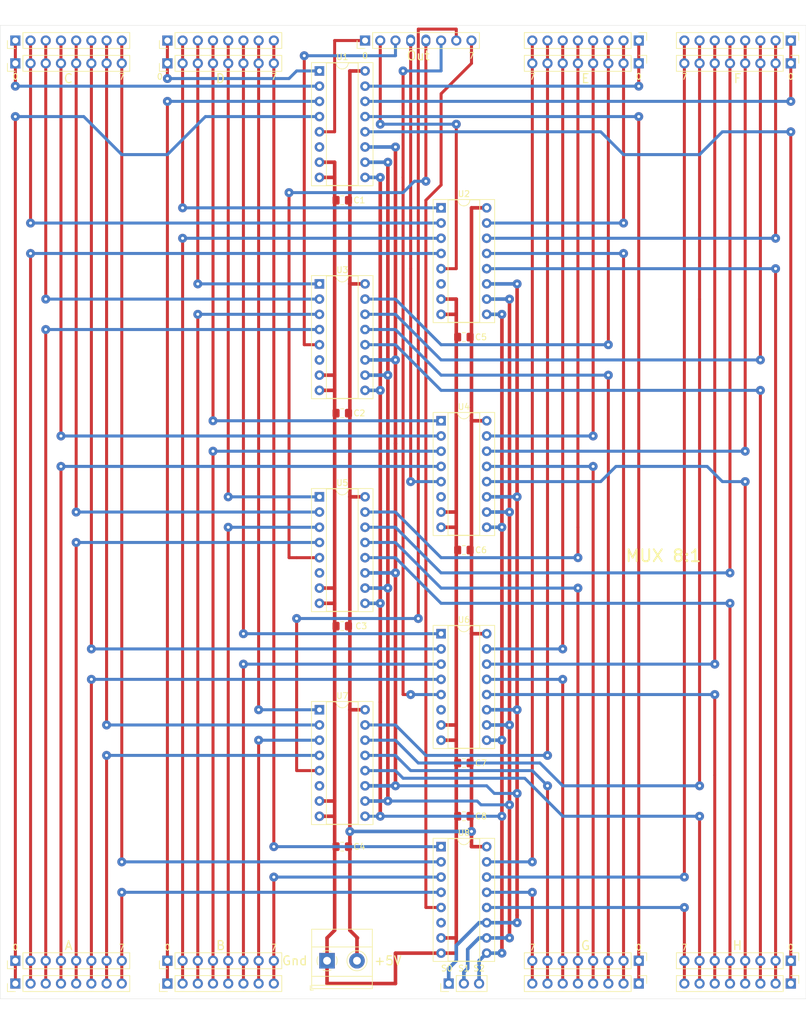
<source format=kicad_pcb>
(kicad_pcb (version 20171130) (host pcbnew "(5.1.8)-1")

  (general
    (thickness 1.6)
    (drawings 37)
    (tracks 518)
    (zones 0)
    (modules 41)
    (nets 86)
  )

  (page A4)
  (layers
    (0 F.Cu signal)
    (31 B.Cu signal)
    (32 B.Adhes user)
    (33 F.Adhes user)
    (34 B.Paste user)
    (35 F.Paste user)
    (36 B.SilkS user)
    (37 F.SilkS user)
    (38 B.Mask user)
    (39 F.Mask user)
    (40 Dwgs.User user)
    (41 Cmts.User user)
    (42 Eco1.User user)
    (43 Eco2.User user)
    (44 Edge.Cuts user)
    (45 Margin user)
    (46 B.CrtYd user)
    (47 F.CrtYd user)
    (48 B.Fab user)
    (49 F.Fab user)
  )

  (setup
    (last_trace_width 0.5)
    (user_trace_width 0.5)
    (user_trace_width 0.6)
    (user_trace_width 0.8)
    (trace_clearance 0.2)
    (zone_clearance 0.508)
    (zone_45_only no)
    (trace_min 0.2)
    (via_size 0.8)
    (via_drill 0.4)
    (via_min_size 0.4)
    (via_min_drill 0.3)
    (user_via 1.5 0.5)
    (uvia_size 0.3)
    (uvia_drill 0.1)
    (uvias_allowed no)
    (uvia_min_size 0.2)
    (uvia_min_drill 0.1)
    (edge_width 0.05)
    (segment_width 0.2)
    (pcb_text_width 0.3)
    (pcb_text_size 1.5 1.5)
    (mod_edge_width 0.12)
    (mod_text_size 1 1)
    (mod_text_width 0.15)
    (pad_size 2 1.5)
    (pad_drill 1)
    (pad_to_mask_clearance 0)
    (aux_axis_origin 0 0)
    (visible_elements 7FFFFFFF)
    (pcbplotparams
      (layerselection 0x010f0_ffffffff)
      (usegerberextensions false)
      (usegerberattributes true)
      (usegerberadvancedattributes true)
      (creategerberjobfile true)
      (excludeedgelayer true)
      (linewidth 0.100000)
      (plotframeref false)
      (viasonmask false)
      (mode 1)
      (useauxorigin false)
      (hpglpennumber 1)
      (hpglpenspeed 20)
      (hpglpendiameter 15.000000)
      (psnegative false)
      (psa4output false)
      (plotreference true)
      (plotvalue true)
      (plotinvisibletext false)
      (padsonsilk false)
      (subtractmaskfromsilk false)
      (outputformat 1)
      (mirror false)
      (drillshape 0)
      (scaleselection 1)
      (outputdirectory "gerber/"))
  )

  (net 0 "")
  (net 1 /A0)
  (net 2 /A1)
  (net 3 /A2)
  (net 4 /A3)
  (net 5 /A4)
  (net 6 /A5)
  (net 7 /A6)
  (net 8 /A7)
  (net 9 /E0)
  (net 10 /E1)
  (net 11 /E2)
  (net 12 /E3)
  (net 13 /E4)
  (net 14 /E5)
  (net 15 /E6)
  (net 16 /E7)
  (net 17 /B7)
  (net 18 /B6)
  (net 19 /B5)
  (net 20 /B4)
  (net 21 /B3)
  (net 22 /B2)
  (net 23 /B1)
  (net 24 /B0)
  (net 25 /F7)
  (net 26 /F6)
  (net 27 /F5)
  (net 28 /F4)
  (net 29 /F3)
  (net 30 /F2)
  (net 31 /F1)
  (net 32 /F0)
  (net 33 /C0)
  (net 34 /C1)
  (net 35 /C2)
  (net 36 /C3)
  (net 37 /C4)
  (net 38 /C5)
  (net 39 /C6)
  (net 40 /C7)
  (net 41 /G0)
  (net 42 /G1)
  (net 43 /G2)
  (net 44 /G3)
  (net 45 /G4)
  (net 46 /G5)
  (net 47 /G6)
  (net 48 /G7)
  (net 49 /D7)
  (net 50 /D6)
  (net 51 /D5)
  (net 52 /D4)
  (net 53 /D3)
  (net 54 /D2)
  (net 55 /D1)
  (net 56 /D0)
  (net 57 /H7)
  (net 58 /H6)
  (net 59 /H5)
  (net 60 /H4)
  (net 61 /H3)
  (net 62 /H2)
  (net 63 /H1)
  (net 64 /H0)
  (net 65 "Net-(U1-Pad6)")
  (net 66 "Net-(U2-Pad6)")
  (net 67 "Net-(U3-Pad6)")
  (net 68 "Net-(U4-Pad6)")
  (net 69 "Net-(U5-Pad6)")
  (net 70 "Net-(U6-Pad6)")
  (net 71 "Net-(U7-Pad6)")
  (net 72 "Net-(U8-Pad6)")
  (net 73 VCC)
  (net 74 GND)
  (net 75 /S0)
  (net 76 /S1)
  (net 77 /S2)
  (net 78 /O0)
  (net 79 /O1)
  (net 80 /O2)
  (net 81 /O3)
  (net 82 /O4)
  (net 83 /O5)
  (net 84 /O6)
  (net 85 /O7)

  (net_class Default "This is the default net class."
    (clearance 0.2)
    (trace_width 0.25)
    (via_dia 0.8)
    (via_drill 0.4)
    (uvia_dia 0.3)
    (uvia_drill 0.1)
    (add_net /A0)
    (add_net /A1)
    (add_net /A2)
    (add_net /A3)
    (add_net /A4)
    (add_net /A5)
    (add_net /A6)
    (add_net /A7)
    (add_net /B0)
    (add_net /B1)
    (add_net /B2)
    (add_net /B3)
    (add_net /B4)
    (add_net /B5)
    (add_net /B6)
    (add_net /B7)
    (add_net /C0)
    (add_net /C1)
    (add_net /C2)
    (add_net /C3)
    (add_net /C4)
    (add_net /C5)
    (add_net /C6)
    (add_net /C7)
    (add_net /D0)
    (add_net /D1)
    (add_net /D2)
    (add_net /D3)
    (add_net /D4)
    (add_net /D5)
    (add_net /D6)
    (add_net /D7)
    (add_net /E0)
    (add_net /E1)
    (add_net /E2)
    (add_net /E3)
    (add_net /E4)
    (add_net /E5)
    (add_net /E6)
    (add_net /E7)
    (add_net /F0)
    (add_net /F1)
    (add_net /F2)
    (add_net /F3)
    (add_net /F4)
    (add_net /F5)
    (add_net /F6)
    (add_net /F7)
    (add_net /G0)
    (add_net /G1)
    (add_net /G2)
    (add_net /G3)
    (add_net /G4)
    (add_net /G5)
    (add_net /G6)
    (add_net /G7)
    (add_net /H0)
    (add_net /H1)
    (add_net /H2)
    (add_net /H3)
    (add_net /H4)
    (add_net /H5)
    (add_net /H6)
    (add_net /H7)
    (add_net /O0)
    (add_net /O1)
    (add_net /O2)
    (add_net /O3)
    (add_net /O4)
    (add_net /O5)
    (add_net /O6)
    (add_net /O7)
    (add_net /S0)
    (add_net /S1)
    (add_net /S2)
    (add_net GND)
    (add_net "Net-(U1-Pad6)")
    (add_net "Net-(U2-Pad6)")
    (add_net "Net-(U3-Pad6)")
    (add_net "Net-(U4-Pad6)")
    (add_net "Net-(U5-Pad6)")
    (add_net "Net-(U6-Pad6)")
    (add_net "Net-(U7-Pad6)")
    (add_net "Net-(U8-Pad6)")
    (add_net VCC)
  )

  (module Connector_PinHeader_2.54mm:PinHeader_1x08_P2.54mm_Vertical (layer F.Cu) (tedit 59FED5CC) (tstamp 627451FC)
    (at 17.78 187.96 90)
    (descr "Through hole straight pin header, 1x08, 2.54mm pitch, single row")
    (tags "Through hole pin header THT 1x08 2.54mm single row")
    (path /6274E38F)
    (fp_text reference J1 (at 0 -2.33 90) (layer F.SilkS) hide
      (effects (font (size 1 1) (thickness 0.15)))
    )
    (fp_text value Conn_01x08_Male (at 0 20.11 90) (layer F.Fab)
      (effects (font (size 1 1) (thickness 0.15)))
    )
    (fp_line (start -0.635 -1.27) (end 1.27 -1.27) (layer F.Fab) (width 0.1))
    (fp_line (start 1.27 -1.27) (end 1.27 19.05) (layer F.Fab) (width 0.1))
    (fp_line (start 1.27 19.05) (end -1.27 19.05) (layer F.Fab) (width 0.1))
    (fp_line (start -1.27 19.05) (end -1.27 -0.635) (layer F.Fab) (width 0.1))
    (fp_line (start -1.27 -0.635) (end -0.635 -1.27) (layer F.Fab) (width 0.1))
    (fp_line (start -1.33 19.11) (end 1.33 19.11) (layer F.SilkS) (width 0.12))
    (fp_line (start -1.33 1.27) (end -1.33 19.11) (layer F.SilkS) (width 0.12))
    (fp_line (start 1.33 1.27) (end 1.33 19.11) (layer F.SilkS) (width 0.12))
    (fp_line (start -1.33 1.27) (end 1.33 1.27) (layer F.SilkS) (width 0.12))
    (fp_line (start -1.33 0) (end -1.33 -1.33) (layer F.SilkS) (width 0.12))
    (fp_line (start -1.33 -1.33) (end 0 -1.33) (layer F.SilkS) (width 0.12))
    (fp_line (start -1.8 -1.8) (end -1.8 19.55) (layer F.CrtYd) (width 0.05))
    (fp_line (start -1.8 19.55) (end 1.8 19.55) (layer F.CrtYd) (width 0.05))
    (fp_line (start 1.8 19.55) (end 1.8 -1.8) (layer F.CrtYd) (width 0.05))
    (fp_line (start 1.8 -1.8) (end -1.8 -1.8) (layer F.CrtYd) (width 0.05))
    (fp_text user %R (at 0 8.89) (layer F.Fab)
      (effects (font (size 1 1) (thickness 0.15)))
    )
    (pad 1 thru_hole rect (at 0 0 90) (size 1.7 1.7) (drill 1) (layers *.Cu *.Mask)
      (net 1 /A0))
    (pad 2 thru_hole oval (at 0 2.54 90) (size 1.7 1.7) (drill 1) (layers *.Cu *.Mask)
      (net 2 /A1))
    (pad 3 thru_hole oval (at 0 5.08 90) (size 1.7 1.7) (drill 1) (layers *.Cu *.Mask)
      (net 3 /A2))
    (pad 4 thru_hole oval (at 0 7.62 90) (size 1.7 1.7) (drill 1) (layers *.Cu *.Mask)
      (net 4 /A3))
    (pad 5 thru_hole oval (at 0 10.16 90) (size 1.7 1.7) (drill 1) (layers *.Cu *.Mask)
      (net 5 /A4))
    (pad 6 thru_hole oval (at 0 12.7 90) (size 1.7 1.7) (drill 1) (layers *.Cu *.Mask)
      (net 6 /A5))
    (pad 7 thru_hole oval (at 0 15.24 90) (size 1.7 1.7) (drill 1) (layers *.Cu *.Mask)
      (net 7 /A6))
    (pad 8 thru_hole oval (at 0 17.78 90) (size 1.7 1.7) (drill 1) (layers *.Cu *.Mask)
      (net 8 /A7))
    (model ${KISYS3DMOD}/Connector_PinHeader_2.54mm.3dshapes/PinHeader_1x08_P2.54mm_Vertical.wrl
      (at (xyz 0 0 0))
      (scale (xyz 1 1 1))
      (rotate (xyz 0 0 0))
    )
  )

  (module Connector_PinHeader_2.54mm:PinHeader_1x08_P2.54mm_Vertical (layer F.Cu) (tedit 59FED5CC) (tstamp 62745218)
    (at 121.92 30.48 270)
    (descr "Through hole straight pin header, 1x08, 2.54mm pitch, single row")
    (tags "Through hole pin header THT 1x08 2.54mm single row")
    (path /62755CA3)
    (fp_text reference J2 (at 0 -2.33 90) (layer F.SilkS) hide
      (effects (font (size 1 1) (thickness 0.15)))
    )
    (fp_text value Conn_01x08_Male (at 0 20.11 90) (layer F.Fab)
      (effects (font (size 1 1) (thickness 0.15)))
    )
    (fp_line (start -0.635 -1.27) (end 1.27 -1.27) (layer F.Fab) (width 0.1))
    (fp_line (start 1.27 -1.27) (end 1.27 19.05) (layer F.Fab) (width 0.1))
    (fp_line (start 1.27 19.05) (end -1.27 19.05) (layer F.Fab) (width 0.1))
    (fp_line (start -1.27 19.05) (end -1.27 -0.635) (layer F.Fab) (width 0.1))
    (fp_line (start -1.27 -0.635) (end -0.635 -1.27) (layer F.Fab) (width 0.1))
    (fp_line (start -1.33 19.11) (end 1.33 19.11) (layer F.SilkS) (width 0.12))
    (fp_line (start -1.33 1.27) (end -1.33 19.11) (layer F.SilkS) (width 0.12))
    (fp_line (start 1.33 1.27) (end 1.33 19.11) (layer F.SilkS) (width 0.12))
    (fp_line (start -1.33 1.27) (end 1.33 1.27) (layer F.SilkS) (width 0.12))
    (fp_line (start -1.33 0) (end -1.33 -1.33) (layer F.SilkS) (width 0.12))
    (fp_line (start -1.33 -1.33) (end 0 -1.33) (layer F.SilkS) (width 0.12))
    (fp_line (start -1.8 -1.8) (end -1.8 19.55) (layer F.CrtYd) (width 0.05))
    (fp_line (start -1.8 19.55) (end 1.8 19.55) (layer F.CrtYd) (width 0.05))
    (fp_line (start 1.8 19.55) (end 1.8 -1.8) (layer F.CrtYd) (width 0.05))
    (fp_line (start 1.8 -1.8) (end -1.8 -1.8) (layer F.CrtYd) (width 0.05))
    (fp_text user %R (at 0 8.89) (layer F.Fab)
      (effects (font (size 1 1) (thickness 0.15)))
    )
    (pad 1 thru_hole rect (at 0 0 270) (size 1.7 1.7) (drill 1) (layers *.Cu *.Mask)
      (net 9 /E0))
    (pad 2 thru_hole oval (at 0 2.54 270) (size 1.7 1.7) (drill 1) (layers *.Cu *.Mask)
      (net 10 /E1))
    (pad 3 thru_hole oval (at 0 5.08 270) (size 1.7 1.7) (drill 1) (layers *.Cu *.Mask)
      (net 11 /E2))
    (pad 4 thru_hole oval (at 0 7.62 270) (size 1.7 1.7) (drill 1) (layers *.Cu *.Mask)
      (net 12 /E3))
    (pad 5 thru_hole oval (at 0 10.16 270) (size 1.7 1.7) (drill 1) (layers *.Cu *.Mask)
      (net 13 /E4))
    (pad 6 thru_hole oval (at 0 12.7 270) (size 1.7 1.7) (drill 1) (layers *.Cu *.Mask)
      (net 14 /E5))
    (pad 7 thru_hole oval (at 0 15.24 270) (size 1.7 1.7) (drill 1) (layers *.Cu *.Mask)
      (net 15 /E6))
    (pad 8 thru_hole oval (at 0 17.78 270) (size 1.7 1.7) (drill 1) (layers *.Cu *.Mask)
      (net 16 /E7))
    (model ${KISYS3DMOD}/Connector_PinHeader_2.54mm.3dshapes/PinHeader_1x08_P2.54mm_Vertical.wrl
      (at (xyz 0 0 0))
      (scale (xyz 1 1 1))
      (rotate (xyz 0 0 0))
    )
  )

  (module Connector_PinHeader_2.54mm:PinHeader_1x08_P2.54mm_Vertical (layer F.Cu) (tedit 59FED5CC) (tstamp 62745234)
    (at 43.18 187.96 90)
    (descr "Through hole straight pin header, 1x08, 2.54mm pitch, single row")
    (tags "Through hole pin header THT 1x08 2.54mm single row")
    (path /62751373)
    (fp_text reference J3 (at 0 -2.33 90) (layer F.SilkS) hide
      (effects (font (size 1 1) (thickness 0.15)))
    )
    (fp_text value Conn_01x08_Male (at 0 20.11 90) (layer F.Fab)
      (effects (font (size 1 1) (thickness 0.15)))
    )
    (fp_line (start 1.8 -1.8) (end -1.8 -1.8) (layer F.CrtYd) (width 0.05))
    (fp_line (start 1.8 19.55) (end 1.8 -1.8) (layer F.CrtYd) (width 0.05))
    (fp_line (start -1.8 19.55) (end 1.8 19.55) (layer F.CrtYd) (width 0.05))
    (fp_line (start -1.8 -1.8) (end -1.8 19.55) (layer F.CrtYd) (width 0.05))
    (fp_line (start -1.33 -1.33) (end 0 -1.33) (layer F.SilkS) (width 0.12))
    (fp_line (start -1.33 0) (end -1.33 -1.33) (layer F.SilkS) (width 0.12))
    (fp_line (start -1.33 1.27) (end 1.33 1.27) (layer F.SilkS) (width 0.12))
    (fp_line (start 1.33 1.27) (end 1.33 19.11) (layer F.SilkS) (width 0.12))
    (fp_line (start -1.33 1.27) (end -1.33 19.11) (layer F.SilkS) (width 0.12))
    (fp_line (start -1.33 19.11) (end 1.33 19.11) (layer F.SilkS) (width 0.12))
    (fp_line (start -1.27 -0.635) (end -0.635 -1.27) (layer F.Fab) (width 0.1))
    (fp_line (start -1.27 19.05) (end -1.27 -0.635) (layer F.Fab) (width 0.1))
    (fp_line (start 1.27 19.05) (end -1.27 19.05) (layer F.Fab) (width 0.1))
    (fp_line (start 1.27 -1.27) (end 1.27 19.05) (layer F.Fab) (width 0.1))
    (fp_line (start -0.635 -1.27) (end 1.27 -1.27) (layer F.Fab) (width 0.1))
    (fp_text user %R (at 0 8.89) (layer F.Fab)
      (effects (font (size 1 1) (thickness 0.15)))
    )
    (pad 8 thru_hole oval (at 0 17.78 90) (size 1.7 1.7) (drill 1) (layers *.Cu *.Mask)
      (net 17 /B7))
    (pad 7 thru_hole oval (at 0 15.24 90) (size 1.7 1.7) (drill 1) (layers *.Cu *.Mask)
      (net 18 /B6))
    (pad 6 thru_hole oval (at 0 12.7 90) (size 1.7 1.7) (drill 1) (layers *.Cu *.Mask)
      (net 19 /B5))
    (pad 5 thru_hole oval (at 0 10.16 90) (size 1.7 1.7) (drill 1) (layers *.Cu *.Mask)
      (net 20 /B4))
    (pad 4 thru_hole oval (at 0 7.62 90) (size 1.7 1.7) (drill 1) (layers *.Cu *.Mask)
      (net 21 /B3))
    (pad 3 thru_hole oval (at 0 5.08 90) (size 1.7 1.7) (drill 1) (layers *.Cu *.Mask)
      (net 22 /B2))
    (pad 2 thru_hole oval (at 0 2.54 90) (size 1.7 1.7) (drill 1) (layers *.Cu *.Mask)
      (net 23 /B1))
    (pad 1 thru_hole rect (at 0 0 90) (size 1.7 1.7) (drill 1) (layers *.Cu *.Mask)
      (net 24 /B0))
    (model ${KISYS3DMOD}/Connector_PinHeader_2.54mm.3dshapes/PinHeader_1x08_P2.54mm_Vertical.wrl
      (at (xyz 0 0 0))
      (scale (xyz 1 1 1))
      (rotate (xyz 0 0 0))
    )
  )

  (module Connector_PinHeader_2.54mm:PinHeader_1x08_P2.54mm_Vertical (layer F.Cu) (tedit 59FED5CC) (tstamp 62745250)
    (at 147.32 30.48 270)
    (descr "Through hole straight pin header, 1x08, 2.54mm pitch, single row")
    (tags "Through hole pin header THT 1x08 2.54mm single row")
    (path /62755CA9)
    (fp_text reference J4 (at 0 -2.33 90) (layer F.SilkS) hide
      (effects (font (size 1 1) (thickness 0.15)))
    )
    (fp_text value Conn_01x08_Male (at 0 20.11 90) (layer F.Fab)
      (effects (font (size 1 1) (thickness 0.15)))
    )
    (fp_line (start 1.8 -1.8) (end -1.8 -1.8) (layer F.CrtYd) (width 0.05))
    (fp_line (start 1.8 19.55) (end 1.8 -1.8) (layer F.CrtYd) (width 0.05))
    (fp_line (start -1.8 19.55) (end 1.8 19.55) (layer F.CrtYd) (width 0.05))
    (fp_line (start -1.8 -1.8) (end -1.8 19.55) (layer F.CrtYd) (width 0.05))
    (fp_line (start -1.33 -1.33) (end 0 -1.33) (layer F.SilkS) (width 0.12))
    (fp_line (start -1.33 0) (end -1.33 -1.33) (layer F.SilkS) (width 0.12))
    (fp_line (start -1.33 1.27) (end 1.33 1.27) (layer F.SilkS) (width 0.12))
    (fp_line (start 1.33 1.27) (end 1.33 19.11) (layer F.SilkS) (width 0.12))
    (fp_line (start -1.33 1.27) (end -1.33 19.11) (layer F.SilkS) (width 0.12))
    (fp_line (start -1.33 19.11) (end 1.33 19.11) (layer F.SilkS) (width 0.12))
    (fp_line (start -1.27 -0.635) (end -0.635 -1.27) (layer F.Fab) (width 0.1))
    (fp_line (start -1.27 19.05) (end -1.27 -0.635) (layer F.Fab) (width 0.1))
    (fp_line (start 1.27 19.05) (end -1.27 19.05) (layer F.Fab) (width 0.1))
    (fp_line (start 1.27 -1.27) (end 1.27 19.05) (layer F.Fab) (width 0.1))
    (fp_line (start -0.635 -1.27) (end 1.27 -1.27) (layer F.Fab) (width 0.1))
    (fp_text user %R (at 0 8.89) (layer F.Fab)
      (effects (font (size 1 1) (thickness 0.15)))
    )
    (pad 8 thru_hole oval (at 0 17.78 270) (size 1.7 1.7) (drill 1) (layers *.Cu *.Mask)
      (net 25 /F7))
    (pad 7 thru_hole oval (at 0 15.24 270) (size 1.7 1.7) (drill 1) (layers *.Cu *.Mask)
      (net 26 /F6))
    (pad 6 thru_hole oval (at 0 12.7 270) (size 1.7 1.7) (drill 1) (layers *.Cu *.Mask)
      (net 27 /F5))
    (pad 5 thru_hole oval (at 0 10.16 270) (size 1.7 1.7) (drill 1) (layers *.Cu *.Mask)
      (net 28 /F4))
    (pad 4 thru_hole oval (at 0 7.62 270) (size 1.7 1.7) (drill 1) (layers *.Cu *.Mask)
      (net 29 /F3))
    (pad 3 thru_hole oval (at 0 5.08 270) (size 1.7 1.7) (drill 1) (layers *.Cu *.Mask)
      (net 30 /F2))
    (pad 2 thru_hole oval (at 0 2.54 270) (size 1.7 1.7) (drill 1) (layers *.Cu *.Mask)
      (net 31 /F1))
    (pad 1 thru_hole rect (at 0 0 270) (size 1.7 1.7) (drill 1) (layers *.Cu *.Mask)
      (net 32 /F0))
    (model ${KISYS3DMOD}/Connector_PinHeader_2.54mm.3dshapes/PinHeader_1x08_P2.54mm_Vertical.wrl
      (at (xyz 0 0 0))
      (scale (xyz 1 1 1))
      (rotate (xyz 0 0 0))
    )
  )

  (module Connector_PinHeader_2.54mm:PinHeader_1x08_P2.54mm_Vertical (layer F.Cu) (tedit 59FED5CC) (tstamp 6274526C)
    (at 17.78 30.48 90)
    (descr "Through hole straight pin header, 1x08, 2.54mm pitch, single row")
    (tags "Through hole pin header THT 1x08 2.54mm single row")
    (path /62751CF9)
    (fp_text reference J5 (at 0 -2.33 90) (layer F.SilkS) hide
      (effects (font (size 1 1) (thickness 0.15)))
    )
    (fp_text value Conn_01x08_Male (at 0 20.11 90) (layer F.Fab)
      (effects (font (size 1 1) (thickness 0.15)))
    )
    (fp_line (start -0.635 -1.27) (end 1.27 -1.27) (layer F.Fab) (width 0.1))
    (fp_line (start 1.27 -1.27) (end 1.27 19.05) (layer F.Fab) (width 0.1))
    (fp_line (start 1.27 19.05) (end -1.27 19.05) (layer F.Fab) (width 0.1))
    (fp_line (start -1.27 19.05) (end -1.27 -0.635) (layer F.Fab) (width 0.1))
    (fp_line (start -1.27 -0.635) (end -0.635 -1.27) (layer F.Fab) (width 0.1))
    (fp_line (start -1.33 19.11) (end 1.33 19.11) (layer F.SilkS) (width 0.12))
    (fp_line (start -1.33 1.27) (end -1.33 19.11) (layer F.SilkS) (width 0.12))
    (fp_line (start 1.33 1.27) (end 1.33 19.11) (layer F.SilkS) (width 0.12))
    (fp_line (start -1.33 1.27) (end 1.33 1.27) (layer F.SilkS) (width 0.12))
    (fp_line (start -1.33 0) (end -1.33 -1.33) (layer F.SilkS) (width 0.12))
    (fp_line (start -1.33 -1.33) (end 0 -1.33) (layer F.SilkS) (width 0.12))
    (fp_line (start -1.8 -1.8) (end -1.8 19.55) (layer F.CrtYd) (width 0.05))
    (fp_line (start -1.8 19.55) (end 1.8 19.55) (layer F.CrtYd) (width 0.05))
    (fp_line (start 1.8 19.55) (end 1.8 -1.8) (layer F.CrtYd) (width 0.05))
    (fp_line (start 1.8 -1.8) (end -1.8 -1.8) (layer F.CrtYd) (width 0.05))
    (fp_text user %R (at 0 8.89) (layer F.Fab)
      (effects (font (size 1 1) (thickness 0.15)))
    )
    (pad 1 thru_hole rect (at 0 0 90) (size 1.7 1.7) (drill 1) (layers *.Cu *.Mask)
      (net 33 /C0))
    (pad 2 thru_hole oval (at 0 2.54 90) (size 1.7 1.7) (drill 1) (layers *.Cu *.Mask)
      (net 34 /C1))
    (pad 3 thru_hole oval (at 0 5.08 90) (size 1.7 1.7) (drill 1) (layers *.Cu *.Mask)
      (net 35 /C2))
    (pad 4 thru_hole oval (at 0 7.62 90) (size 1.7 1.7) (drill 1) (layers *.Cu *.Mask)
      (net 36 /C3))
    (pad 5 thru_hole oval (at 0 10.16 90) (size 1.7 1.7) (drill 1) (layers *.Cu *.Mask)
      (net 37 /C4))
    (pad 6 thru_hole oval (at 0 12.7 90) (size 1.7 1.7) (drill 1) (layers *.Cu *.Mask)
      (net 38 /C5))
    (pad 7 thru_hole oval (at 0 15.24 90) (size 1.7 1.7) (drill 1) (layers *.Cu *.Mask)
      (net 39 /C6))
    (pad 8 thru_hole oval (at 0 17.78 90) (size 1.7 1.7) (drill 1) (layers *.Cu *.Mask)
      (net 40 /C7))
    (model ${KISYS3DMOD}/Connector_PinHeader_2.54mm.3dshapes/PinHeader_1x08_P2.54mm_Vertical.wrl
      (at (xyz 0 0 0))
      (scale (xyz 1 1 1))
      (rotate (xyz 0 0 0))
    )
  )

  (module Connector_PinHeader_2.54mm:PinHeader_1x08_P2.54mm_Vertical (layer F.Cu) (tedit 59FED5CC) (tstamp 62745288)
    (at 121.92 187.96 270)
    (descr "Through hole straight pin header, 1x08, 2.54mm pitch, single row")
    (tags "Through hole pin header THT 1x08 2.54mm single row")
    (path /62755CAF)
    (fp_text reference J6 (at 0 -2.33 90) (layer F.SilkS) hide
      (effects (font (size 1 1) (thickness 0.15)))
    )
    (fp_text value Conn_01x08_Male (at 0 20.11 90) (layer F.Fab)
      (effects (font (size 1 1) (thickness 0.15)))
    )
    (fp_line (start -0.635 -1.27) (end 1.27 -1.27) (layer F.Fab) (width 0.1))
    (fp_line (start 1.27 -1.27) (end 1.27 19.05) (layer F.Fab) (width 0.1))
    (fp_line (start 1.27 19.05) (end -1.27 19.05) (layer F.Fab) (width 0.1))
    (fp_line (start -1.27 19.05) (end -1.27 -0.635) (layer F.Fab) (width 0.1))
    (fp_line (start -1.27 -0.635) (end -0.635 -1.27) (layer F.Fab) (width 0.1))
    (fp_line (start -1.33 19.11) (end 1.33 19.11) (layer F.SilkS) (width 0.12))
    (fp_line (start -1.33 1.27) (end -1.33 19.11) (layer F.SilkS) (width 0.12))
    (fp_line (start 1.33 1.27) (end 1.33 19.11) (layer F.SilkS) (width 0.12))
    (fp_line (start -1.33 1.27) (end 1.33 1.27) (layer F.SilkS) (width 0.12))
    (fp_line (start -1.33 0) (end -1.33 -1.33) (layer F.SilkS) (width 0.12))
    (fp_line (start -1.33 -1.33) (end 0 -1.33) (layer F.SilkS) (width 0.12))
    (fp_line (start -1.8 -1.8) (end -1.8 19.55) (layer F.CrtYd) (width 0.05))
    (fp_line (start -1.8 19.55) (end 1.8 19.55) (layer F.CrtYd) (width 0.05))
    (fp_line (start 1.8 19.55) (end 1.8 -1.8) (layer F.CrtYd) (width 0.05))
    (fp_line (start 1.8 -1.8) (end -1.8 -1.8) (layer F.CrtYd) (width 0.05))
    (fp_text user %R (at 0 8.89) (layer F.Fab)
      (effects (font (size 1 1) (thickness 0.15)))
    )
    (pad 1 thru_hole rect (at 0 0 270) (size 1.7 1.7) (drill 1) (layers *.Cu *.Mask)
      (net 41 /G0))
    (pad 2 thru_hole oval (at 0 2.54 270) (size 1.7 1.7) (drill 1) (layers *.Cu *.Mask)
      (net 42 /G1))
    (pad 3 thru_hole oval (at 0 5.08 270) (size 1.7 1.7) (drill 1) (layers *.Cu *.Mask)
      (net 43 /G2))
    (pad 4 thru_hole oval (at 0 7.62 270) (size 1.7 1.7) (drill 1) (layers *.Cu *.Mask)
      (net 44 /G3))
    (pad 5 thru_hole oval (at 0 10.16 270) (size 1.7 1.7) (drill 1) (layers *.Cu *.Mask)
      (net 45 /G4))
    (pad 6 thru_hole oval (at 0 12.7 270) (size 1.7 1.7) (drill 1) (layers *.Cu *.Mask)
      (net 46 /G5))
    (pad 7 thru_hole oval (at 0 15.24 270) (size 1.7 1.7) (drill 1) (layers *.Cu *.Mask)
      (net 47 /G6))
    (pad 8 thru_hole oval (at 0 17.78 270) (size 1.7 1.7) (drill 1) (layers *.Cu *.Mask)
      (net 48 /G7))
    (model ${KISYS3DMOD}/Connector_PinHeader_2.54mm.3dshapes/PinHeader_1x08_P2.54mm_Vertical.wrl
      (at (xyz 0 0 0))
      (scale (xyz 1 1 1))
      (rotate (xyz 0 0 0))
    )
  )

  (module Connector_PinHeader_2.54mm:PinHeader_1x08_P2.54mm_Vertical (layer F.Cu) (tedit 59FED5CC) (tstamp 627452A4)
    (at 43.18 30.48 90)
    (descr "Through hole straight pin header, 1x08, 2.54mm pitch, single row")
    (tags "Through hole pin header THT 1x08 2.54mm single row")
    (path /627521CD)
    (fp_text reference J7 (at 0 -2.33 90) (layer F.SilkS) hide
      (effects (font (size 1 1) (thickness 0.15)))
    )
    (fp_text value Conn_01x08_Male (at 0 20.11 90) (layer F.Fab)
      (effects (font (size 1 1) (thickness 0.15)))
    )
    (fp_line (start 1.8 -1.8) (end -1.8 -1.8) (layer F.CrtYd) (width 0.05))
    (fp_line (start 1.8 19.55) (end 1.8 -1.8) (layer F.CrtYd) (width 0.05))
    (fp_line (start -1.8 19.55) (end 1.8 19.55) (layer F.CrtYd) (width 0.05))
    (fp_line (start -1.8 -1.8) (end -1.8 19.55) (layer F.CrtYd) (width 0.05))
    (fp_line (start -1.33 -1.33) (end 0 -1.33) (layer F.SilkS) (width 0.12))
    (fp_line (start -1.33 0) (end -1.33 -1.33) (layer F.SilkS) (width 0.12))
    (fp_line (start -1.33 1.27) (end 1.33 1.27) (layer F.SilkS) (width 0.12))
    (fp_line (start 1.33 1.27) (end 1.33 19.11) (layer F.SilkS) (width 0.12))
    (fp_line (start -1.33 1.27) (end -1.33 19.11) (layer F.SilkS) (width 0.12))
    (fp_line (start -1.33 19.11) (end 1.33 19.11) (layer F.SilkS) (width 0.12))
    (fp_line (start -1.27 -0.635) (end -0.635 -1.27) (layer F.Fab) (width 0.1))
    (fp_line (start -1.27 19.05) (end -1.27 -0.635) (layer F.Fab) (width 0.1))
    (fp_line (start 1.27 19.05) (end -1.27 19.05) (layer F.Fab) (width 0.1))
    (fp_line (start 1.27 -1.27) (end 1.27 19.05) (layer F.Fab) (width 0.1))
    (fp_line (start -0.635 -1.27) (end 1.27 -1.27) (layer F.Fab) (width 0.1))
    (fp_text user %R (at 0 8.89) (layer F.Fab)
      (effects (font (size 1 1) (thickness 0.15)))
    )
    (pad 8 thru_hole oval (at 0 17.78 90) (size 1.7 1.7) (drill 1) (layers *.Cu *.Mask)
      (net 49 /D7))
    (pad 7 thru_hole oval (at 0 15.24 90) (size 1.7 1.7) (drill 1) (layers *.Cu *.Mask)
      (net 50 /D6))
    (pad 6 thru_hole oval (at 0 12.7 90) (size 1.7 1.7) (drill 1) (layers *.Cu *.Mask)
      (net 51 /D5))
    (pad 5 thru_hole oval (at 0 10.16 90) (size 1.7 1.7) (drill 1) (layers *.Cu *.Mask)
      (net 52 /D4))
    (pad 4 thru_hole oval (at 0 7.62 90) (size 1.7 1.7) (drill 1) (layers *.Cu *.Mask)
      (net 53 /D3))
    (pad 3 thru_hole oval (at 0 5.08 90) (size 1.7 1.7) (drill 1) (layers *.Cu *.Mask)
      (net 54 /D2))
    (pad 2 thru_hole oval (at 0 2.54 90) (size 1.7 1.7) (drill 1) (layers *.Cu *.Mask)
      (net 55 /D1))
    (pad 1 thru_hole rect (at 0 0 90) (size 1.7 1.7) (drill 1) (layers *.Cu *.Mask)
      (net 56 /D0))
    (model ${KISYS3DMOD}/Connector_PinHeader_2.54mm.3dshapes/PinHeader_1x08_P2.54mm_Vertical.wrl
      (at (xyz 0 0 0))
      (scale (xyz 1 1 1))
      (rotate (xyz 0 0 0))
    )
  )

  (module Connector_PinHeader_2.54mm:PinHeader_1x08_P2.54mm_Vertical (layer F.Cu) (tedit 59FED5CC) (tstamp 627452C0)
    (at 147.32 187.96 270)
    (descr "Through hole straight pin header, 1x08, 2.54mm pitch, single row")
    (tags "Through hole pin header THT 1x08 2.54mm single row")
    (path /62755CB5)
    (fp_text reference J8 (at 0 -2.33 90) (layer F.SilkS) hide
      (effects (font (size 1 1) (thickness 0.15)))
    )
    (fp_text value Conn_01x08_Male (at 0 20.11 90) (layer F.Fab)
      (effects (font (size 1 1) (thickness 0.15)))
    )
    (fp_line (start 1.8 -1.8) (end -1.8 -1.8) (layer F.CrtYd) (width 0.05))
    (fp_line (start 1.8 19.55) (end 1.8 -1.8) (layer F.CrtYd) (width 0.05))
    (fp_line (start -1.8 19.55) (end 1.8 19.55) (layer F.CrtYd) (width 0.05))
    (fp_line (start -1.8 -1.8) (end -1.8 19.55) (layer F.CrtYd) (width 0.05))
    (fp_line (start -1.33 -1.33) (end 0 -1.33) (layer F.SilkS) (width 0.12))
    (fp_line (start -1.33 0) (end -1.33 -1.33) (layer F.SilkS) (width 0.12))
    (fp_line (start -1.33 1.27) (end 1.33 1.27) (layer F.SilkS) (width 0.12))
    (fp_line (start 1.33 1.27) (end 1.33 19.11) (layer F.SilkS) (width 0.12))
    (fp_line (start -1.33 1.27) (end -1.33 19.11) (layer F.SilkS) (width 0.12))
    (fp_line (start -1.33 19.11) (end 1.33 19.11) (layer F.SilkS) (width 0.12))
    (fp_line (start -1.27 -0.635) (end -0.635 -1.27) (layer F.Fab) (width 0.1))
    (fp_line (start -1.27 19.05) (end -1.27 -0.635) (layer F.Fab) (width 0.1))
    (fp_line (start 1.27 19.05) (end -1.27 19.05) (layer F.Fab) (width 0.1))
    (fp_line (start 1.27 -1.27) (end 1.27 19.05) (layer F.Fab) (width 0.1))
    (fp_line (start -0.635 -1.27) (end 1.27 -1.27) (layer F.Fab) (width 0.1))
    (fp_text user %R (at 0 8.89) (layer F.Fab)
      (effects (font (size 1 1) (thickness 0.15)))
    )
    (pad 8 thru_hole oval (at 0 17.78 270) (size 1.7 1.7) (drill 1) (layers *.Cu *.Mask)
      (net 57 /H7))
    (pad 7 thru_hole oval (at 0 15.24 270) (size 1.7 1.7) (drill 1) (layers *.Cu *.Mask)
      (net 58 /H6))
    (pad 6 thru_hole oval (at 0 12.7 270) (size 1.7 1.7) (drill 1) (layers *.Cu *.Mask)
      (net 59 /H5))
    (pad 5 thru_hole oval (at 0 10.16 270) (size 1.7 1.7) (drill 1) (layers *.Cu *.Mask)
      (net 60 /H4))
    (pad 4 thru_hole oval (at 0 7.62 270) (size 1.7 1.7) (drill 1) (layers *.Cu *.Mask)
      (net 61 /H3))
    (pad 3 thru_hole oval (at 0 5.08 270) (size 1.7 1.7) (drill 1) (layers *.Cu *.Mask)
      (net 62 /H2))
    (pad 2 thru_hole oval (at 0 2.54 270) (size 1.7 1.7) (drill 1) (layers *.Cu *.Mask)
      (net 63 /H1))
    (pad 1 thru_hole rect (at 0 0 270) (size 1.7 1.7) (drill 1) (layers *.Cu *.Mask)
      (net 64 /H0))
    (model ${KISYS3DMOD}/Connector_PinHeader_2.54mm.3dshapes/PinHeader_1x08_P2.54mm_Vertical.wrl
      (at (xyz 0 0 0))
      (scale (xyz 1 1 1))
      (rotate (xyz 0 0 0))
    )
  )

  (module Package_DIP:DIP-16_W7.62mm_Socket (layer F.Cu) (tedit 5A02E8C5) (tstamp 627452EC)
    (at 68.58 35.56)
    (descr "16-lead though-hole mounted DIP package, row spacing 7.62 mm (300 mils), Socket")
    (tags "THT DIP DIL PDIP 2.54mm 7.62mm 300mil Socket")
    (path /6274576F)
    (fp_text reference U1 (at 3.81 -2.33) (layer F.SilkS)
      (effects (font (size 1 1) (thickness 0.15)))
    )
    (fp_text value 74LS151 (at 3.81 20.11) (layer F.Fab)
      (effects (font (size 1 1) (thickness 0.15)))
    )
    (fp_line (start 1.635 -1.27) (end 6.985 -1.27) (layer F.Fab) (width 0.1))
    (fp_line (start 6.985 -1.27) (end 6.985 19.05) (layer F.Fab) (width 0.1))
    (fp_line (start 6.985 19.05) (end 0.635 19.05) (layer F.Fab) (width 0.1))
    (fp_line (start 0.635 19.05) (end 0.635 -0.27) (layer F.Fab) (width 0.1))
    (fp_line (start 0.635 -0.27) (end 1.635 -1.27) (layer F.Fab) (width 0.1))
    (fp_line (start -1.27 -1.33) (end -1.27 19.11) (layer F.Fab) (width 0.1))
    (fp_line (start -1.27 19.11) (end 8.89 19.11) (layer F.Fab) (width 0.1))
    (fp_line (start 8.89 19.11) (end 8.89 -1.33) (layer F.Fab) (width 0.1))
    (fp_line (start 8.89 -1.33) (end -1.27 -1.33) (layer F.Fab) (width 0.1))
    (fp_line (start 2.81 -1.33) (end 1.16 -1.33) (layer F.SilkS) (width 0.12))
    (fp_line (start 1.16 -1.33) (end 1.16 19.11) (layer F.SilkS) (width 0.12))
    (fp_line (start 1.16 19.11) (end 6.46 19.11) (layer F.SilkS) (width 0.12))
    (fp_line (start 6.46 19.11) (end 6.46 -1.33) (layer F.SilkS) (width 0.12))
    (fp_line (start 6.46 -1.33) (end 4.81 -1.33) (layer F.SilkS) (width 0.12))
    (fp_line (start -1.33 -1.39) (end -1.33 19.17) (layer F.SilkS) (width 0.12))
    (fp_line (start -1.33 19.17) (end 8.95 19.17) (layer F.SilkS) (width 0.12))
    (fp_line (start 8.95 19.17) (end 8.95 -1.39) (layer F.SilkS) (width 0.12))
    (fp_line (start 8.95 -1.39) (end -1.33 -1.39) (layer F.SilkS) (width 0.12))
    (fp_line (start -1.55 -1.6) (end -1.55 19.4) (layer F.CrtYd) (width 0.05))
    (fp_line (start -1.55 19.4) (end 9.15 19.4) (layer F.CrtYd) (width 0.05))
    (fp_line (start 9.15 19.4) (end 9.15 -1.6) (layer F.CrtYd) (width 0.05))
    (fp_line (start 9.15 -1.6) (end -1.55 -1.6) (layer F.CrtYd) (width 0.05))
    (fp_arc (start 3.81 -1.33) (end 2.81 -1.33) (angle -180) (layer F.SilkS) (width 0.12))
    (fp_text user %R (at 3.81 8.89) (layer F.Fab)
      (effects (font (size 1 1) (thickness 0.15)))
    )
    (pad 1 thru_hole rect (at 0 0) (size 1.6 1.6) (drill 0.8) (layers *.Cu *.Mask)
      (net 56 /D0))
    (pad 9 thru_hole oval (at 7.62 17.78) (size 1.6 1.6) (drill 0.8) (layers *.Cu *.Mask)
      (net 77 /S2))
    (pad 2 thru_hole oval (at 0 2.54) (size 1.6 1.6) (drill 0.8) (layers *.Cu *.Mask)
      (net 33 /C0))
    (pad 10 thru_hole oval (at 7.62 15.24) (size 1.6 1.6) (drill 0.8) (layers *.Cu *.Mask)
      (net 76 /S1))
    (pad 3 thru_hole oval (at 0 5.08) (size 1.6 1.6) (drill 0.8) (layers *.Cu *.Mask)
      (net 24 /B0))
    (pad 11 thru_hole oval (at 7.62 12.7) (size 1.6 1.6) (drill 0.8) (layers *.Cu *.Mask)
      (net 75 /S0))
    (pad 4 thru_hole oval (at 0 7.62) (size 1.6 1.6) (drill 0.8) (layers *.Cu *.Mask)
      (net 1 /A0))
    (pad 12 thru_hole oval (at 7.62 10.16) (size 1.6 1.6) (drill 0.8) (layers *.Cu *.Mask)
      (net 64 /H0))
    (pad 5 thru_hole oval (at 0 10.16) (size 1.6 1.6) (drill 0.8) (layers *.Cu *.Mask)
      (net 78 /O0))
    (pad 13 thru_hole oval (at 7.62 7.62) (size 1.6 1.6) (drill 0.8) (layers *.Cu *.Mask)
      (net 41 /G0))
    (pad 6 thru_hole oval (at 0 12.7) (size 1.6 1.6) (drill 0.8) (layers *.Cu *.Mask)
      (net 65 "Net-(U1-Pad6)"))
    (pad 14 thru_hole oval (at 7.62 5.08) (size 1.6 1.6) (drill 0.8) (layers *.Cu *.Mask)
      (net 32 /F0))
    (pad 7 thru_hole oval (at 0 15.24) (size 1.6 1.6) (drill 0.8) (layers *.Cu *.Mask)
      (net 74 GND))
    (pad 15 thru_hole oval (at 7.62 2.54) (size 1.6 1.6) (drill 0.8) (layers *.Cu *.Mask)
      (net 9 /E0))
    (pad 8 thru_hole oval (at 0 17.78) (size 1.6 1.6) (drill 0.8) (layers *.Cu *.Mask)
      (net 74 GND))
    (pad 16 thru_hole oval (at 7.62 0) (size 1.6 1.6) (drill 0.8) (layers *.Cu *.Mask)
      (net 73 VCC))
    (model ${KISYS3DMOD}/Package_DIP.3dshapes/DIP-16_W7.62mm_Socket.wrl
      (at (xyz 0 0 0))
      (scale (xyz 1 1 1))
      (rotate (xyz 0 0 0))
    )
  )

  (module Package_DIP:DIP-16_W7.62mm_Socket (layer F.Cu) (tedit 5A02E8C5) (tstamp 62745318)
    (at 88.9 58.42)
    (descr "16-lead though-hole mounted DIP package, row spacing 7.62 mm (300 mils), Socket")
    (tags "THT DIP DIL PDIP 2.54mm 7.62mm 300mil Socket")
    (path /627463B6)
    (fp_text reference U2 (at 3.81 -2.33) (layer F.SilkS)
      (effects (font (size 1 1) (thickness 0.15)))
    )
    (fp_text value 74LS151 (at 3.81 20.11) (layer F.Fab)
      (effects (font (size 1 1) (thickness 0.15)))
    )
    (fp_line (start 9.15 -1.6) (end -1.55 -1.6) (layer F.CrtYd) (width 0.05))
    (fp_line (start 9.15 19.4) (end 9.15 -1.6) (layer F.CrtYd) (width 0.05))
    (fp_line (start -1.55 19.4) (end 9.15 19.4) (layer F.CrtYd) (width 0.05))
    (fp_line (start -1.55 -1.6) (end -1.55 19.4) (layer F.CrtYd) (width 0.05))
    (fp_line (start 8.95 -1.39) (end -1.33 -1.39) (layer F.SilkS) (width 0.12))
    (fp_line (start 8.95 19.17) (end 8.95 -1.39) (layer F.SilkS) (width 0.12))
    (fp_line (start -1.33 19.17) (end 8.95 19.17) (layer F.SilkS) (width 0.12))
    (fp_line (start -1.33 -1.39) (end -1.33 19.17) (layer F.SilkS) (width 0.12))
    (fp_line (start 6.46 -1.33) (end 4.81 -1.33) (layer F.SilkS) (width 0.12))
    (fp_line (start 6.46 19.11) (end 6.46 -1.33) (layer F.SilkS) (width 0.12))
    (fp_line (start 1.16 19.11) (end 6.46 19.11) (layer F.SilkS) (width 0.12))
    (fp_line (start 1.16 -1.33) (end 1.16 19.11) (layer F.SilkS) (width 0.12))
    (fp_line (start 2.81 -1.33) (end 1.16 -1.33) (layer F.SilkS) (width 0.12))
    (fp_line (start 8.89 -1.33) (end -1.27 -1.33) (layer F.Fab) (width 0.1))
    (fp_line (start 8.89 19.11) (end 8.89 -1.33) (layer F.Fab) (width 0.1))
    (fp_line (start -1.27 19.11) (end 8.89 19.11) (layer F.Fab) (width 0.1))
    (fp_line (start -1.27 -1.33) (end -1.27 19.11) (layer F.Fab) (width 0.1))
    (fp_line (start 0.635 -0.27) (end 1.635 -1.27) (layer F.Fab) (width 0.1))
    (fp_line (start 0.635 19.05) (end 0.635 -0.27) (layer F.Fab) (width 0.1))
    (fp_line (start 6.985 19.05) (end 0.635 19.05) (layer F.Fab) (width 0.1))
    (fp_line (start 6.985 -1.27) (end 6.985 19.05) (layer F.Fab) (width 0.1))
    (fp_line (start 1.635 -1.27) (end 6.985 -1.27) (layer F.Fab) (width 0.1))
    (fp_text user %R (at 3.81 8.89) (layer F.Fab)
      (effects (font (size 1 1) (thickness 0.15)))
    )
    (fp_arc (start 3.81 -1.33) (end 2.81 -1.33) (angle -180) (layer F.SilkS) (width 0.12))
    (pad 16 thru_hole oval (at 7.62 0) (size 1.6 1.6) (drill 0.8) (layers *.Cu *.Mask)
      (net 73 VCC))
    (pad 8 thru_hole oval (at 0 17.78) (size 1.6 1.6) (drill 0.8) (layers *.Cu *.Mask)
      (net 74 GND))
    (pad 15 thru_hole oval (at 7.62 2.54) (size 1.6 1.6) (drill 0.8) (layers *.Cu *.Mask)
      (net 10 /E1))
    (pad 7 thru_hole oval (at 0 15.24) (size 1.6 1.6) (drill 0.8) (layers *.Cu *.Mask)
      (net 74 GND))
    (pad 14 thru_hole oval (at 7.62 5.08) (size 1.6 1.6) (drill 0.8) (layers *.Cu *.Mask)
      (net 31 /F1))
    (pad 6 thru_hole oval (at 0 12.7) (size 1.6 1.6) (drill 0.8) (layers *.Cu *.Mask)
      (net 66 "Net-(U2-Pad6)"))
    (pad 13 thru_hole oval (at 7.62 7.62) (size 1.6 1.6) (drill 0.8) (layers *.Cu *.Mask)
      (net 42 /G1))
    (pad 5 thru_hole oval (at 0 10.16) (size 1.6 1.6) (drill 0.8) (layers *.Cu *.Mask)
      (net 79 /O1))
    (pad 12 thru_hole oval (at 7.62 10.16) (size 1.6 1.6) (drill 0.8) (layers *.Cu *.Mask)
      (net 63 /H1))
    (pad 4 thru_hole oval (at 0 7.62) (size 1.6 1.6) (drill 0.8) (layers *.Cu *.Mask)
      (net 2 /A1))
    (pad 11 thru_hole oval (at 7.62 12.7) (size 1.6 1.6) (drill 0.8) (layers *.Cu *.Mask)
      (net 75 /S0))
    (pad 3 thru_hole oval (at 0 5.08) (size 1.6 1.6) (drill 0.8) (layers *.Cu *.Mask)
      (net 23 /B1))
    (pad 10 thru_hole oval (at 7.62 15.24) (size 1.6 1.6) (drill 0.8) (layers *.Cu *.Mask)
      (net 76 /S1))
    (pad 2 thru_hole oval (at 0 2.54) (size 1.6 1.6) (drill 0.8) (layers *.Cu *.Mask)
      (net 34 /C1))
    (pad 9 thru_hole oval (at 7.62 17.78) (size 1.6 1.6) (drill 0.8) (layers *.Cu *.Mask)
      (net 77 /S2))
    (pad 1 thru_hole rect (at 0 0) (size 1.6 1.6) (drill 0.8) (layers *.Cu *.Mask)
      (net 55 /D1))
    (model ${KISYS3DMOD}/Package_DIP.3dshapes/DIP-16_W7.62mm_Socket.wrl
      (at (xyz 0 0 0))
      (scale (xyz 1 1 1))
      (rotate (xyz 0 0 0))
    )
  )

  (module Package_DIP:DIP-16_W7.62mm_Socket (layer F.Cu) (tedit 5A02E8C5) (tstamp 62745344)
    (at 68.58 71.12)
    (descr "16-lead though-hole mounted DIP package, row spacing 7.62 mm (300 mils), Socket")
    (tags "THT DIP DIL PDIP 2.54mm 7.62mm 300mil Socket")
    (path /62746C40)
    (fp_text reference U3 (at 3.81 -2.33) (layer F.SilkS)
      (effects (font (size 1 1) (thickness 0.15)))
    )
    (fp_text value 74LS151 (at 3.81 20.11) (layer F.Fab)
      (effects (font (size 1 1) (thickness 0.15)))
    )
    (fp_line (start 1.635 -1.27) (end 6.985 -1.27) (layer F.Fab) (width 0.1))
    (fp_line (start 6.985 -1.27) (end 6.985 19.05) (layer F.Fab) (width 0.1))
    (fp_line (start 6.985 19.05) (end 0.635 19.05) (layer F.Fab) (width 0.1))
    (fp_line (start 0.635 19.05) (end 0.635 -0.27) (layer F.Fab) (width 0.1))
    (fp_line (start 0.635 -0.27) (end 1.635 -1.27) (layer F.Fab) (width 0.1))
    (fp_line (start -1.27 -1.33) (end -1.27 19.11) (layer F.Fab) (width 0.1))
    (fp_line (start -1.27 19.11) (end 8.89 19.11) (layer F.Fab) (width 0.1))
    (fp_line (start 8.89 19.11) (end 8.89 -1.33) (layer F.Fab) (width 0.1))
    (fp_line (start 8.89 -1.33) (end -1.27 -1.33) (layer F.Fab) (width 0.1))
    (fp_line (start 2.81 -1.33) (end 1.16 -1.33) (layer F.SilkS) (width 0.12))
    (fp_line (start 1.16 -1.33) (end 1.16 19.11) (layer F.SilkS) (width 0.12))
    (fp_line (start 1.16 19.11) (end 6.46 19.11) (layer F.SilkS) (width 0.12))
    (fp_line (start 6.46 19.11) (end 6.46 -1.33) (layer F.SilkS) (width 0.12))
    (fp_line (start 6.46 -1.33) (end 4.81 -1.33) (layer F.SilkS) (width 0.12))
    (fp_line (start -1.33 -1.39) (end -1.33 19.17) (layer F.SilkS) (width 0.12))
    (fp_line (start -1.33 19.17) (end 8.95 19.17) (layer F.SilkS) (width 0.12))
    (fp_line (start 8.95 19.17) (end 8.95 -1.39) (layer F.SilkS) (width 0.12))
    (fp_line (start 8.95 -1.39) (end -1.33 -1.39) (layer F.SilkS) (width 0.12))
    (fp_line (start -1.55 -1.6) (end -1.55 19.4) (layer F.CrtYd) (width 0.05))
    (fp_line (start -1.55 19.4) (end 9.15 19.4) (layer F.CrtYd) (width 0.05))
    (fp_line (start 9.15 19.4) (end 9.15 -1.6) (layer F.CrtYd) (width 0.05))
    (fp_line (start 9.15 -1.6) (end -1.55 -1.6) (layer F.CrtYd) (width 0.05))
    (fp_arc (start 3.81 -1.33) (end 2.81 -1.33) (angle -180) (layer F.SilkS) (width 0.12))
    (fp_text user %R (at 3.81 8.89) (layer F.Fab)
      (effects (font (size 1 1) (thickness 0.15)))
    )
    (pad 1 thru_hole rect (at 0 0) (size 1.6 1.6) (drill 0.8) (layers *.Cu *.Mask)
      (net 54 /D2))
    (pad 9 thru_hole oval (at 7.62 17.78) (size 1.6 1.6) (drill 0.8) (layers *.Cu *.Mask)
      (net 77 /S2))
    (pad 2 thru_hole oval (at 0 2.54) (size 1.6 1.6) (drill 0.8) (layers *.Cu *.Mask)
      (net 35 /C2))
    (pad 10 thru_hole oval (at 7.62 15.24) (size 1.6 1.6) (drill 0.8) (layers *.Cu *.Mask)
      (net 76 /S1))
    (pad 3 thru_hole oval (at 0 5.08) (size 1.6 1.6) (drill 0.8) (layers *.Cu *.Mask)
      (net 22 /B2))
    (pad 11 thru_hole oval (at 7.62 12.7) (size 1.6 1.6) (drill 0.8) (layers *.Cu *.Mask)
      (net 75 /S0))
    (pad 4 thru_hole oval (at 0 7.62) (size 1.6 1.6) (drill 0.8) (layers *.Cu *.Mask)
      (net 3 /A2))
    (pad 12 thru_hole oval (at 7.62 10.16) (size 1.6 1.6) (drill 0.8) (layers *.Cu *.Mask)
      (net 62 /H2))
    (pad 5 thru_hole oval (at 0 10.16) (size 1.6 1.6) (drill 0.8) (layers *.Cu *.Mask)
      (net 80 /O2))
    (pad 13 thru_hole oval (at 7.62 7.62) (size 1.6 1.6) (drill 0.8) (layers *.Cu *.Mask)
      (net 43 /G2))
    (pad 6 thru_hole oval (at 0 12.7) (size 1.6 1.6) (drill 0.8) (layers *.Cu *.Mask)
      (net 67 "Net-(U3-Pad6)"))
    (pad 14 thru_hole oval (at 7.62 5.08) (size 1.6 1.6) (drill 0.8) (layers *.Cu *.Mask)
      (net 30 /F2))
    (pad 7 thru_hole oval (at 0 15.24) (size 1.6 1.6) (drill 0.8) (layers *.Cu *.Mask)
      (net 74 GND))
    (pad 15 thru_hole oval (at 7.62 2.54) (size 1.6 1.6) (drill 0.8) (layers *.Cu *.Mask)
      (net 11 /E2))
    (pad 8 thru_hole oval (at 0 17.78) (size 1.6 1.6) (drill 0.8) (layers *.Cu *.Mask)
      (net 74 GND))
    (pad 16 thru_hole oval (at 7.62 0) (size 1.6 1.6) (drill 0.8) (layers *.Cu *.Mask)
      (net 73 VCC))
    (model ${KISYS3DMOD}/Package_DIP.3dshapes/DIP-16_W7.62mm_Socket.wrl
      (at (xyz 0 0 0))
      (scale (xyz 1 1 1))
      (rotate (xyz 0 0 0))
    )
  )

  (module Package_DIP:DIP-16_W7.62mm_Socket (layer F.Cu) (tedit 5A02E8C5) (tstamp 62745370)
    (at 88.9 93.98)
    (descr "16-lead though-hole mounted DIP package, row spacing 7.62 mm (300 mils), Socket")
    (tags "THT DIP DIL PDIP 2.54mm 7.62mm 300mil Socket")
    (path /62747605)
    (fp_text reference U4 (at 3.81 -2.33) (layer F.SilkS)
      (effects (font (size 1 1) (thickness 0.15)))
    )
    (fp_text value 74LS151 (at 3.81 20.11) (layer F.Fab)
      (effects (font (size 1 1) (thickness 0.15)))
    )
    (fp_line (start 9.15 -1.6) (end -1.55 -1.6) (layer F.CrtYd) (width 0.05))
    (fp_line (start 9.15 19.4) (end 9.15 -1.6) (layer F.CrtYd) (width 0.05))
    (fp_line (start -1.55 19.4) (end 9.15 19.4) (layer F.CrtYd) (width 0.05))
    (fp_line (start -1.55 -1.6) (end -1.55 19.4) (layer F.CrtYd) (width 0.05))
    (fp_line (start 8.95 -1.39) (end -1.33 -1.39) (layer F.SilkS) (width 0.12))
    (fp_line (start 8.95 19.17) (end 8.95 -1.39) (layer F.SilkS) (width 0.12))
    (fp_line (start -1.33 19.17) (end 8.95 19.17) (layer F.SilkS) (width 0.12))
    (fp_line (start -1.33 -1.39) (end -1.33 19.17) (layer F.SilkS) (width 0.12))
    (fp_line (start 6.46 -1.33) (end 4.81 -1.33) (layer F.SilkS) (width 0.12))
    (fp_line (start 6.46 19.11) (end 6.46 -1.33) (layer F.SilkS) (width 0.12))
    (fp_line (start 1.16 19.11) (end 6.46 19.11) (layer F.SilkS) (width 0.12))
    (fp_line (start 1.16 -1.33) (end 1.16 19.11) (layer F.SilkS) (width 0.12))
    (fp_line (start 2.81 -1.33) (end 1.16 -1.33) (layer F.SilkS) (width 0.12))
    (fp_line (start 8.89 -1.33) (end -1.27 -1.33) (layer F.Fab) (width 0.1))
    (fp_line (start 8.89 19.11) (end 8.89 -1.33) (layer F.Fab) (width 0.1))
    (fp_line (start -1.27 19.11) (end 8.89 19.11) (layer F.Fab) (width 0.1))
    (fp_line (start -1.27 -1.33) (end -1.27 19.11) (layer F.Fab) (width 0.1))
    (fp_line (start 0.635 -0.27) (end 1.635 -1.27) (layer F.Fab) (width 0.1))
    (fp_line (start 0.635 19.05) (end 0.635 -0.27) (layer F.Fab) (width 0.1))
    (fp_line (start 6.985 19.05) (end 0.635 19.05) (layer F.Fab) (width 0.1))
    (fp_line (start 6.985 -1.27) (end 6.985 19.05) (layer F.Fab) (width 0.1))
    (fp_line (start 1.635 -1.27) (end 6.985 -1.27) (layer F.Fab) (width 0.1))
    (fp_text user %R (at 3.81 8.89) (layer F.Fab)
      (effects (font (size 1 1) (thickness 0.15)))
    )
    (fp_arc (start 3.81 -1.33) (end 2.81 -1.33) (angle -180) (layer F.SilkS) (width 0.12))
    (pad 16 thru_hole oval (at 7.62 0) (size 1.6 1.6) (drill 0.8) (layers *.Cu *.Mask)
      (net 73 VCC))
    (pad 8 thru_hole oval (at 0 17.78) (size 1.6 1.6) (drill 0.8) (layers *.Cu *.Mask)
      (net 74 GND))
    (pad 15 thru_hole oval (at 7.62 2.54) (size 1.6 1.6) (drill 0.8) (layers *.Cu *.Mask)
      (net 12 /E3))
    (pad 7 thru_hole oval (at 0 15.24) (size 1.6 1.6) (drill 0.8) (layers *.Cu *.Mask)
      (net 74 GND))
    (pad 14 thru_hole oval (at 7.62 5.08) (size 1.6 1.6) (drill 0.8) (layers *.Cu *.Mask)
      (net 29 /F3))
    (pad 6 thru_hole oval (at 0 12.7) (size 1.6 1.6) (drill 0.8) (layers *.Cu *.Mask)
      (net 68 "Net-(U4-Pad6)"))
    (pad 13 thru_hole oval (at 7.62 7.62) (size 1.6 1.6) (drill 0.8) (layers *.Cu *.Mask)
      (net 44 /G3))
    (pad 5 thru_hole oval (at 0 10.16) (size 1.6 1.6) (drill 0.8) (layers *.Cu *.Mask)
      (net 81 /O3))
    (pad 12 thru_hole oval (at 7.62 10.16) (size 1.6 1.6) (drill 0.8) (layers *.Cu *.Mask)
      (net 61 /H3))
    (pad 4 thru_hole oval (at 0 7.62) (size 1.6 1.6) (drill 0.8) (layers *.Cu *.Mask)
      (net 4 /A3))
    (pad 11 thru_hole oval (at 7.62 12.7) (size 1.6 1.6) (drill 0.8) (layers *.Cu *.Mask)
      (net 75 /S0))
    (pad 3 thru_hole oval (at 0 5.08) (size 1.6 1.6) (drill 0.8) (layers *.Cu *.Mask)
      (net 21 /B3))
    (pad 10 thru_hole oval (at 7.62 15.24) (size 1.6 1.6) (drill 0.8) (layers *.Cu *.Mask)
      (net 76 /S1))
    (pad 2 thru_hole oval (at 0 2.54) (size 1.6 1.6) (drill 0.8) (layers *.Cu *.Mask)
      (net 36 /C3))
    (pad 9 thru_hole oval (at 7.62 17.78) (size 1.6 1.6) (drill 0.8) (layers *.Cu *.Mask)
      (net 77 /S2))
    (pad 1 thru_hole rect (at 0 0) (size 1.6 1.6) (drill 0.8) (layers *.Cu *.Mask)
      (net 53 /D3))
    (model ${KISYS3DMOD}/Package_DIP.3dshapes/DIP-16_W7.62mm_Socket.wrl
      (at (xyz 0 0 0))
      (scale (xyz 1 1 1))
      (rotate (xyz 0 0 0))
    )
  )

  (module Package_DIP:DIP-16_W7.62mm_Socket (layer F.Cu) (tedit 5A02E8C5) (tstamp 6274539C)
    (at 68.58 106.68)
    (descr "16-lead though-hole mounted DIP package, row spacing 7.62 mm (300 mils), Socket")
    (tags "THT DIP DIL PDIP 2.54mm 7.62mm 300mil Socket")
    (path /6274DBE4)
    (fp_text reference U5 (at 3.81 -2.33) (layer F.SilkS)
      (effects (font (size 1 1) (thickness 0.15)))
    )
    (fp_text value 74LS151 (at 3.81 20.11) (layer F.Fab)
      (effects (font (size 1 1) (thickness 0.15)))
    )
    (fp_line (start 1.635 -1.27) (end 6.985 -1.27) (layer F.Fab) (width 0.1))
    (fp_line (start 6.985 -1.27) (end 6.985 19.05) (layer F.Fab) (width 0.1))
    (fp_line (start 6.985 19.05) (end 0.635 19.05) (layer F.Fab) (width 0.1))
    (fp_line (start 0.635 19.05) (end 0.635 -0.27) (layer F.Fab) (width 0.1))
    (fp_line (start 0.635 -0.27) (end 1.635 -1.27) (layer F.Fab) (width 0.1))
    (fp_line (start -1.27 -1.33) (end -1.27 19.11) (layer F.Fab) (width 0.1))
    (fp_line (start -1.27 19.11) (end 8.89 19.11) (layer F.Fab) (width 0.1))
    (fp_line (start 8.89 19.11) (end 8.89 -1.33) (layer F.Fab) (width 0.1))
    (fp_line (start 8.89 -1.33) (end -1.27 -1.33) (layer F.Fab) (width 0.1))
    (fp_line (start 2.81 -1.33) (end 1.16 -1.33) (layer F.SilkS) (width 0.12))
    (fp_line (start 1.16 -1.33) (end 1.16 19.11) (layer F.SilkS) (width 0.12))
    (fp_line (start 1.16 19.11) (end 6.46 19.11) (layer F.SilkS) (width 0.12))
    (fp_line (start 6.46 19.11) (end 6.46 -1.33) (layer F.SilkS) (width 0.12))
    (fp_line (start 6.46 -1.33) (end 4.81 -1.33) (layer F.SilkS) (width 0.12))
    (fp_line (start -1.33 -1.39) (end -1.33 19.17) (layer F.SilkS) (width 0.12))
    (fp_line (start -1.33 19.17) (end 8.95 19.17) (layer F.SilkS) (width 0.12))
    (fp_line (start 8.95 19.17) (end 8.95 -1.39) (layer F.SilkS) (width 0.12))
    (fp_line (start 8.95 -1.39) (end -1.33 -1.39) (layer F.SilkS) (width 0.12))
    (fp_line (start -1.55 -1.6) (end -1.55 19.4) (layer F.CrtYd) (width 0.05))
    (fp_line (start -1.55 19.4) (end 9.15 19.4) (layer F.CrtYd) (width 0.05))
    (fp_line (start 9.15 19.4) (end 9.15 -1.6) (layer F.CrtYd) (width 0.05))
    (fp_line (start 9.15 -1.6) (end -1.55 -1.6) (layer F.CrtYd) (width 0.05))
    (fp_arc (start 3.81 -1.33) (end 2.81 -1.33) (angle -180) (layer F.SilkS) (width 0.12))
    (fp_text user %R (at 3.81 8.89) (layer F.Fab)
      (effects (font (size 1 1) (thickness 0.15)))
    )
    (pad 1 thru_hole rect (at 0 0) (size 1.6 1.6) (drill 0.8) (layers *.Cu *.Mask)
      (net 52 /D4))
    (pad 9 thru_hole oval (at 7.62 17.78) (size 1.6 1.6) (drill 0.8) (layers *.Cu *.Mask)
      (net 77 /S2))
    (pad 2 thru_hole oval (at 0 2.54) (size 1.6 1.6) (drill 0.8) (layers *.Cu *.Mask)
      (net 37 /C4))
    (pad 10 thru_hole oval (at 7.62 15.24) (size 1.6 1.6) (drill 0.8) (layers *.Cu *.Mask)
      (net 76 /S1))
    (pad 3 thru_hole oval (at 0 5.08) (size 1.6 1.6) (drill 0.8) (layers *.Cu *.Mask)
      (net 20 /B4))
    (pad 11 thru_hole oval (at 7.62 12.7) (size 1.6 1.6) (drill 0.8) (layers *.Cu *.Mask)
      (net 75 /S0))
    (pad 4 thru_hole oval (at 0 7.62) (size 1.6 1.6) (drill 0.8) (layers *.Cu *.Mask)
      (net 5 /A4))
    (pad 12 thru_hole oval (at 7.62 10.16) (size 1.6 1.6) (drill 0.8) (layers *.Cu *.Mask)
      (net 60 /H4))
    (pad 5 thru_hole oval (at 0 10.16) (size 1.6 1.6) (drill 0.8) (layers *.Cu *.Mask)
      (net 82 /O4))
    (pad 13 thru_hole oval (at 7.62 7.62) (size 1.6 1.6) (drill 0.8) (layers *.Cu *.Mask)
      (net 45 /G4))
    (pad 6 thru_hole oval (at 0 12.7) (size 1.6 1.6) (drill 0.8) (layers *.Cu *.Mask)
      (net 69 "Net-(U5-Pad6)"))
    (pad 14 thru_hole oval (at 7.62 5.08) (size 1.6 1.6) (drill 0.8) (layers *.Cu *.Mask)
      (net 28 /F4))
    (pad 7 thru_hole oval (at 0 15.24) (size 1.6 1.6) (drill 0.8) (layers *.Cu *.Mask)
      (net 74 GND))
    (pad 15 thru_hole oval (at 7.62 2.54) (size 1.6 1.6) (drill 0.8) (layers *.Cu *.Mask)
      (net 13 /E4))
    (pad 8 thru_hole oval (at 0 17.78) (size 1.6 1.6) (drill 0.8) (layers *.Cu *.Mask)
      (net 74 GND))
    (pad 16 thru_hole oval (at 7.62 0) (size 1.6 1.6) (drill 0.8) (layers *.Cu *.Mask)
      (net 73 VCC))
    (model ${KISYS3DMOD}/Package_DIP.3dshapes/DIP-16_W7.62mm_Socket.wrl
      (at (xyz 0 0 0))
      (scale (xyz 1 1 1))
      (rotate (xyz 0 0 0))
    )
  )

  (module Package_DIP:DIP-16_W7.62mm_Socket (layer F.Cu) (tedit 5A02E8C5) (tstamp 627453C8)
    (at 88.9 129.54)
    (descr "16-lead though-hole mounted DIP package, row spacing 7.62 mm (300 mils), Socket")
    (tags "THT DIP DIL PDIP 2.54mm 7.62mm 300mil Socket")
    (path /6274DBEA)
    (fp_text reference U6 (at 3.81 -2.33) (layer F.SilkS)
      (effects (font (size 1 1) (thickness 0.15)))
    )
    (fp_text value 74LS151 (at 3.81 20.11) (layer F.Fab)
      (effects (font (size 1 1) (thickness 0.15)))
    )
    (fp_line (start 9.15 -1.6) (end -1.55 -1.6) (layer F.CrtYd) (width 0.05))
    (fp_line (start 9.15 19.4) (end 9.15 -1.6) (layer F.CrtYd) (width 0.05))
    (fp_line (start -1.55 19.4) (end 9.15 19.4) (layer F.CrtYd) (width 0.05))
    (fp_line (start -1.55 -1.6) (end -1.55 19.4) (layer F.CrtYd) (width 0.05))
    (fp_line (start 8.95 -1.39) (end -1.33 -1.39) (layer F.SilkS) (width 0.12))
    (fp_line (start 8.95 19.17) (end 8.95 -1.39) (layer F.SilkS) (width 0.12))
    (fp_line (start -1.33 19.17) (end 8.95 19.17) (layer F.SilkS) (width 0.12))
    (fp_line (start -1.33 -1.39) (end -1.33 19.17) (layer F.SilkS) (width 0.12))
    (fp_line (start 6.46 -1.33) (end 4.81 -1.33) (layer F.SilkS) (width 0.12))
    (fp_line (start 6.46 19.11) (end 6.46 -1.33) (layer F.SilkS) (width 0.12))
    (fp_line (start 1.16 19.11) (end 6.46 19.11) (layer F.SilkS) (width 0.12))
    (fp_line (start 1.16 -1.33) (end 1.16 19.11) (layer F.SilkS) (width 0.12))
    (fp_line (start 2.81 -1.33) (end 1.16 -1.33) (layer F.SilkS) (width 0.12))
    (fp_line (start 8.89 -1.33) (end -1.27 -1.33) (layer F.Fab) (width 0.1))
    (fp_line (start 8.89 19.11) (end 8.89 -1.33) (layer F.Fab) (width 0.1))
    (fp_line (start -1.27 19.11) (end 8.89 19.11) (layer F.Fab) (width 0.1))
    (fp_line (start -1.27 -1.33) (end -1.27 19.11) (layer F.Fab) (width 0.1))
    (fp_line (start 0.635 -0.27) (end 1.635 -1.27) (layer F.Fab) (width 0.1))
    (fp_line (start 0.635 19.05) (end 0.635 -0.27) (layer F.Fab) (width 0.1))
    (fp_line (start 6.985 19.05) (end 0.635 19.05) (layer F.Fab) (width 0.1))
    (fp_line (start 6.985 -1.27) (end 6.985 19.05) (layer F.Fab) (width 0.1))
    (fp_line (start 1.635 -1.27) (end 6.985 -1.27) (layer F.Fab) (width 0.1))
    (fp_text user %R (at 3.81 8.89) (layer F.Fab)
      (effects (font (size 1 1) (thickness 0.15)))
    )
    (fp_arc (start 3.81 -1.33) (end 2.81 -1.33) (angle -180) (layer F.SilkS) (width 0.12))
    (pad 16 thru_hole oval (at 7.62 0) (size 1.6 1.6) (drill 0.8) (layers *.Cu *.Mask)
      (net 73 VCC))
    (pad 8 thru_hole oval (at 0 17.78) (size 1.6 1.6) (drill 0.8) (layers *.Cu *.Mask)
      (net 74 GND))
    (pad 15 thru_hole oval (at 7.62 2.54) (size 1.6 1.6) (drill 0.8) (layers *.Cu *.Mask)
      (net 14 /E5))
    (pad 7 thru_hole oval (at 0 15.24) (size 1.6 1.6) (drill 0.8) (layers *.Cu *.Mask)
      (net 74 GND))
    (pad 14 thru_hole oval (at 7.62 5.08) (size 1.6 1.6) (drill 0.8) (layers *.Cu *.Mask)
      (net 27 /F5))
    (pad 6 thru_hole oval (at 0 12.7) (size 1.6 1.6) (drill 0.8) (layers *.Cu *.Mask)
      (net 70 "Net-(U6-Pad6)"))
    (pad 13 thru_hole oval (at 7.62 7.62) (size 1.6 1.6) (drill 0.8) (layers *.Cu *.Mask)
      (net 46 /G5))
    (pad 5 thru_hole oval (at 0 10.16) (size 1.6 1.6) (drill 0.8) (layers *.Cu *.Mask)
      (net 83 /O5))
    (pad 12 thru_hole oval (at 7.62 10.16) (size 1.6 1.6) (drill 0.8) (layers *.Cu *.Mask)
      (net 59 /H5))
    (pad 4 thru_hole oval (at 0 7.62) (size 1.6 1.6) (drill 0.8) (layers *.Cu *.Mask)
      (net 6 /A5))
    (pad 11 thru_hole oval (at 7.62 12.7) (size 1.6 1.6) (drill 0.8) (layers *.Cu *.Mask)
      (net 75 /S0))
    (pad 3 thru_hole oval (at 0 5.08) (size 1.6 1.6) (drill 0.8) (layers *.Cu *.Mask)
      (net 19 /B5))
    (pad 10 thru_hole oval (at 7.62 15.24) (size 1.6 1.6) (drill 0.8) (layers *.Cu *.Mask)
      (net 76 /S1))
    (pad 2 thru_hole oval (at 0 2.54) (size 1.6 1.6) (drill 0.8) (layers *.Cu *.Mask)
      (net 38 /C5))
    (pad 9 thru_hole oval (at 7.62 17.78) (size 1.6 1.6) (drill 0.8) (layers *.Cu *.Mask)
      (net 77 /S2))
    (pad 1 thru_hole rect (at 0 0) (size 1.6 1.6) (drill 0.8) (layers *.Cu *.Mask)
      (net 51 /D5))
    (model ${KISYS3DMOD}/Package_DIP.3dshapes/DIP-16_W7.62mm_Socket.wrl
      (at (xyz 0 0 0))
      (scale (xyz 1 1 1))
      (rotate (xyz 0 0 0))
    )
  )

  (module Package_DIP:DIP-16_W7.62mm_Socket (layer F.Cu) (tedit 5A02E8C5) (tstamp 627453F4)
    (at 68.58 142.24)
    (descr "16-lead though-hole mounted DIP package, row spacing 7.62 mm (300 mils), Socket")
    (tags "THT DIP DIL PDIP 2.54mm 7.62mm 300mil Socket")
    (path /6274DBF0)
    (fp_text reference U7 (at 3.81 -2.33) (layer F.SilkS)
      (effects (font (size 1 1) (thickness 0.15)))
    )
    (fp_text value 74LS151 (at 3.81 20.11) (layer F.Fab)
      (effects (font (size 1 1) (thickness 0.15)))
    )
    (fp_line (start 1.635 -1.27) (end 6.985 -1.27) (layer F.Fab) (width 0.1))
    (fp_line (start 6.985 -1.27) (end 6.985 19.05) (layer F.Fab) (width 0.1))
    (fp_line (start 6.985 19.05) (end 0.635 19.05) (layer F.Fab) (width 0.1))
    (fp_line (start 0.635 19.05) (end 0.635 -0.27) (layer F.Fab) (width 0.1))
    (fp_line (start 0.635 -0.27) (end 1.635 -1.27) (layer F.Fab) (width 0.1))
    (fp_line (start -1.27 -1.33) (end -1.27 19.11) (layer F.Fab) (width 0.1))
    (fp_line (start -1.27 19.11) (end 8.89 19.11) (layer F.Fab) (width 0.1))
    (fp_line (start 8.89 19.11) (end 8.89 -1.33) (layer F.Fab) (width 0.1))
    (fp_line (start 8.89 -1.33) (end -1.27 -1.33) (layer F.Fab) (width 0.1))
    (fp_line (start 2.81 -1.33) (end 1.16 -1.33) (layer F.SilkS) (width 0.12))
    (fp_line (start 1.16 -1.33) (end 1.16 19.11) (layer F.SilkS) (width 0.12))
    (fp_line (start 1.16 19.11) (end 6.46 19.11) (layer F.SilkS) (width 0.12))
    (fp_line (start 6.46 19.11) (end 6.46 -1.33) (layer F.SilkS) (width 0.12))
    (fp_line (start 6.46 -1.33) (end 4.81 -1.33) (layer F.SilkS) (width 0.12))
    (fp_line (start -1.33 -1.39) (end -1.33 19.17) (layer F.SilkS) (width 0.12))
    (fp_line (start -1.33 19.17) (end 8.95 19.17) (layer F.SilkS) (width 0.12))
    (fp_line (start 8.95 19.17) (end 8.95 -1.39) (layer F.SilkS) (width 0.12))
    (fp_line (start 8.95 -1.39) (end -1.33 -1.39) (layer F.SilkS) (width 0.12))
    (fp_line (start -1.55 -1.6) (end -1.55 19.4) (layer F.CrtYd) (width 0.05))
    (fp_line (start -1.55 19.4) (end 9.15 19.4) (layer F.CrtYd) (width 0.05))
    (fp_line (start 9.15 19.4) (end 9.15 -1.6) (layer F.CrtYd) (width 0.05))
    (fp_line (start 9.15 -1.6) (end -1.55 -1.6) (layer F.CrtYd) (width 0.05))
    (fp_arc (start 3.81 -1.33) (end 2.81 -1.33) (angle -180) (layer F.SilkS) (width 0.12))
    (fp_text user %R (at 3.81 8.89) (layer F.Fab)
      (effects (font (size 1 1) (thickness 0.15)))
    )
    (pad 1 thru_hole rect (at 0 0) (size 1.6 1.6) (drill 0.8) (layers *.Cu *.Mask)
      (net 50 /D6))
    (pad 9 thru_hole oval (at 7.62 17.78) (size 1.6 1.6) (drill 0.8) (layers *.Cu *.Mask)
      (net 77 /S2))
    (pad 2 thru_hole oval (at 0 2.54) (size 1.6 1.6) (drill 0.8) (layers *.Cu *.Mask)
      (net 39 /C6))
    (pad 10 thru_hole oval (at 7.62 15.24) (size 1.6 1.6) (drill 0.8) (layers *.Cu *.Mask)
      (net 76 /S1))
    (pad 3 thru_hole oval (at 0 5.08) (size 1.6 1.6) (drill 0.8) (layers *.Cu *.Mask)
      (net 18 /B6))
    (pad 11 thru_hole oval (at 7.62 12.7) (size 1.6 1.6) (drill 0.8) (layers *.Cu *.Mask)
      (net 75 /S0))
    (pad 4 thru_hole oval (at 0 7.62) (size 1.6 1.6) (drill 0.8) (layers *.Cu *.Mask)
      (net 7 /A6))
    (pad 12 thru_hole oval (at 7.62 10.16) (size 1.6 1.6) (drill 0.8) (layers *.Cu *.Mask)
      (net 58 /H6))
    (pad 5 thru_hole oval (at 0 10.16) (size 1.6 1.6) (drill 0.8) (layers *.Cu *.Mask)
      (net 84 /O6))
    (pad 13 thru_hole oval (at 7.62 7.62) (size 1.6 1.6) (drill 0.8) (layers *.Cu *.Mask)
      (net 47 /G6))
    (pad 6 thru_hole oval (at 0 12.7) (size 1.6 1.6) (drill 0.8) (layers *.Cu *.Mask)
      (net 71 "Net-(U7-Pad6)"))
    (pad 14 thru_hole oval (at 7.62 5.08) (size 1.6 1.6) (drill 0.8) (layers *.Cu *.Mask)
      (net 26 /F6))
    (pad 7 thru_hole oval (at 0 15.24) (size 1.6 1.6) (drill 0.8) (layers *.Cu *.Mask)
      (net 74 GND))
    (pad 15 thru_hole oval (at 7.62 2.54) (size 1.6 1.6) (drill 0.8) (layers *.Cu *.Mask)
      (net 15 /E6))
    (pad 8 thru_hole oval (at 0 17.78) (size 1.6 1.6) (drill 0.8) (layers *.Cu *.Mask)
      (net 74 GND))
    (pad 16 thru_hole oval (at 7.62 0) (size 1.6 1.6) (drill 0.8) (layers *.Cu *.Mask)
      (net 73 VCC))
    (model ${KISYS3DMOD}/Package_DIP.3dshapes/DIP-16_W7.62mm_Socket.wrl
      (at (xyz 0 0 0))
      (scale (xyz 1 1 1))
      (rotate (xyz 0 0 0))
    )
  )

  (module Package_DIP:DIP-16_W7.62mm_Socket (layer F.Cu) (tedit 5A02E8C5) (tstamp 62745420)
    (at 88.9 165.1)
    (descr "16-lead though-hole mounted DIP package, row spacing 7.62 mm (300 mils), Socket")
    (tags "THT DIP DIL PDIP 2.54mm 7.62mm 300mil Socket")
    (path /6274DBF6)
    (fp_text reference U8 (at 3.81 -2.33) (layer F.SilkS)
      (effects (font (size 1 1) (thickness 0.15)))
    )
    (fp_text value 74LS151 (at 3.81 20.11) (layer F.Fab)
      (effects (font (size 1 1) (thickness 0.15)))
    )
    (fp_line (start 9.15 -1.6) (end -1.55 -1.6) (layer F.CrtYd) (width 0.05))
    (fp_line (start 9.15 19.4) (end 9.15 -1.6) (layer F.CrtYd) (width 0.05))
    (fp_line (start -1.55 19.4) (end 9.15 19.4) (layer F.CrtYd) (width 0.05))
    (fp_line (start -1.55 -1.6) (end -1.55 19.4) (layer F.CrtYd) (width 0.05))
    (fp_line (start 8.95 -1.39) (end -1.33 -1.39) (layer F.SilkS) (width 0.12))
    (fp_line (start 8.95 19.17) (end 8.95 -1.39) (layer F.SilkS) (width 0.12))
    (fp_line (start -1.33 19.17) (end 8.95 19.17) (layer F.SilkS) (width 0.12))
    (fp_line (start -1.33 -1.39) (end -1.33 19.17) (layer F.SilkS) (width 0.12))
    (fp_line (start 6.46 -1.33) (end 4.81 -1.33) (layer F.SilkS) (width 0.12))
    (fp_line (start 6.46 19.11) (end 6.46 -1.33) (layer F.SilkS) (width 0.12))
    (fp_line (start 1.16 19.11) (end 6.46 19.11) (layer F.SilkS) (width 0.12))
    (fp_line (start 1.16 -1.33) (end 1.16 19.11) (layer F.SilkS) (width 0.12))
    (fp_line (start 2.81 -1.33) (end 1.16 -1.33) (layer F.SilkS) (width 0.12))
    (fp_line (start 8.89 -1.33) (end -1.27 -1.33) (layer F.Fab) (width 0.1))
    (fp_line (start 8.89 19.11) (end 8.89 -1.33) (layer F.Fab) (width 0.1))
    (fp_line (start -1.27 19.11) (end 8.89 19.11) (layer F.Fab) (width 0.1))
    (fp_line (start -1.27 -1.33) (end -1.27 19.11) (layer F.Fab) (width 0.1))
    (fp_line (start 0.635 -0.27) (end 1.635 -1.27) (layer F.Fab) (width 0.1))
    (fp_line (start 0.635 19.05) (end 0.635 -0.27) (layer F.Fab) (width 0.1))
    (fp_line (start 6.985 19.05) (end 0.635 19.05) (layer F.Fab) (width 0.1))
    (fp_line (start 6.985 -1.27) (end 6.985 19.05) (layer F.Fab) (width 0.1))
    (fp_line (start 1.635 -1.27) (end 6.985 -1.27) (layer F.Fab) (width 0.1))
    (fp_text user %R (at 3.81 8.89) (layer F.Fab)
      (effects (font (size 1 1) (thickness 0.15)))
    )
    (fp_arc (start 3.81 -1.33) (end 2.81 -1.33) (angle -180) (layer F.SilkS) (width 0.12))
    (pad 16 thru_hole oval (at 7.62 0) (size 1.6 1.6) (drill 0.8) (layers *.Cu *.Mask)
      (net 73 VCC))
    (pad 8 thru_hole oval (at 0 17.78) (size 1.6 1.6) (drill 0.8) (layers *.Cu *.Mask)
      (net 74 GND))
    (pad 15 thru_hole oval (at 7.62 2.54) (size 1.6 1.6) (drill 0.8) (layers *.Cu *.Mask)
      (net 16 /E7))
    (pad 7 thru_hole oval (at 0 15.24) (size 1.6 1.6) (drill 0.8) (layers *.Cu *.Mask)
      (net 74 GND))
    (pad 14 thru_hole oval (at 7.62 5.08) (size 1.6 1.6) (drill 0.8) (layers *.Cu *.Mask)
      (net 25 /F7))
    (pad 6 thru_hole oval (at 0 12.7) (size 1.6 1.6) (drill 0.8) (layers *.Cu *.Mask)
      (net 72 "Net-(U8-Pad6)"))
    (pad 13 thru_hole oval (at 7.62 7.62) (size 1.6 1.6) (drill 0.8) (layers *.Cu *.Mask)
      (net 48 /G7))
    (pad 5 thru_hole oval (at 0 10.16) (size 1.6 1.6) (drill 0.8) (layers *.Cu *.Mask)
      (net 85 /O7))
    (pad 12 thru_hole oval (at 7.62 10.16) (size 1.6 1.6) (drill 0.8) (layers *.Cu *.Mask)
      (net 57 /H7))
    (pad 4 thru_hole oval (at 0 7.62) (size 1.6 1.6) (drill 0.8) (layers *.Cu *.Mask)
      (net 8 /A7))
    (pad 11 thru_hole oval (at 7.62 12.7) (size 1.6 1.6) (drill 0.8) (layers *.Cu *.Mask)
      (net 75 /S0))
    (pad 3 thru_hole oval (at 0 5.08) (size 1.6 1.6) (drill 0.8) (layers *.Cu *.Mask)
      (net 17 /B7))
    (pad 10 thru_hole oval (at 7.62 15.24) (size 1.6 1.6) (drill 0.8) (layers *.Cu *.Mask)
      (net 76 /S1))
    (pad 2 thru_hole oval (at 0 2.54) (size 1.6 1.6) (drill 0.8) (layers *.Cu *.Mask)
      (net 40 /C7))
    (pad 9 thru_hole oval (at 7.62 17.78) (size 1.6 1.6) (drill 0.8) (layers *.Cu *.Mask)
      (net 77 /S2))
    (pad 1 thru_hole rect (at 0 0) (size 1.6 1.6) (drill 0.8) (layers *.Cu *.Mask)
      (net 49 /D7))
    (model ${KISYS3DMOD}/Package_DIP.3dshapes/DIP-16_W7.62mm_Socket.wrl
      (at (xyz 0 0 0))
      (scale (xyz 1 1 1))
      (rotate (xyz 0 0 0))
    )
  )

  (module TerminalBlock_Phoenix:TerminalBlock_Phoenix_MKDS-1,5-2_1x02_P5.00mm_Horizontal (layer F.Cu) (tedit 5B294EE5) (tstamp 6287F464)
    (at 69.85 184.15)
    (descr "Terminal Block Phoenix MKDS-1,5-2, 2 pins, pitch 5mm, size 10x9.8mm^2, drill diamater 1.3mm, pad diameter 2.6mm, see http://www.farnell.com/datasheets/100425.pdf, script-generated using https://github.com/pointhi/kicad-footprint-generator/scripts/TerminalBlock_Phoenix")
    (tags "THT Terminal Block Phoenix MKDS-1,5-2 pitch 5mm size 10x9.8mm^2 drill 1.3mm pad 2.6mm")
    (path /62880E7E)
    (fp_text reference J9 (at 2.5 -6.26) (layer F.SilkS) hide
      (effects (font (size 1 1) (thickness 0.15)))
    )
    (fp_text value Screw_Terminal_01x02 (at 2.5 5.66) (layer F.Fab)
      (effects (font (size 1 1) (thickness 0.15)))
    )
    (fp_circle (center 0 0) (end 1.5 0) (layer F.Fab) (width 0.1))
    (fp_circle (center 5 0) (end 6.5 0) (layer F.Fab) (width 0.1))
    (fp_circle (center 5 0) (end 6.68 0) (layer F.SilkS) (width 0.12))
    (fp_line (start -2.5 -5.2) (end 7.5 -5.2) (layer F.Fab) (width 0.1))
    (fp_line (start 7.5 -5.2) (end 7.5 4.6) (layer F.Fab) (width 0.1))
    (fp_line (start 7.5 4.6) (end -2 4.6) (layer F.Fab) (width 0.1))
    (fp_line (start -2 4.6) (end -2.5 4.1) (layer F.Fab) (width 0.1))
    (fp_line (start -2.5 4.1) (end -2.5 -5.2) (layer F.Fab) (width 0.1))
    (fp_line (start -2.5 4.1) (end 7.5 4.1) (layer F.Fab) (width 0.1))
    (fp_line (start -2.56 4.1) (end 7.56 4.1) (layer F.SilkS) (width 0.12))
    (fp_line (start -2.5 2.6) (end 7.5 2.6) (layer F.Fab) (width 0.1))
    (fp_line (start -2.56 2.6) (end 7.56 2.6) (layer F.SilkS) (width 0.12))
    (fp_line (start -2.5 -2.3) (end 7.5 -2.3) (layer F.Fab) (width 0.1))
    (fp_line (start -2.56 -2.301) (end 7.56 -2.301) (layer F.SilkS) (width 0.12))
    (fp_line (start -2.56 -5.261) (end 7.56 -5.261) (layer F.SilkS) (width 0.12))
    (fp_line (start -2.56 4.66) (end 7.56 4.66) (layer F.SilkS) (width 0.12))
    (fp_line (start -2.56 -5.261) (end -2.56 4.66) (layer F.SilkS) (width 0.12))
    (fp_line (start 7.56 -5.261) (end 7.56 4.66) (layer F.SilkS) (width 0.12))
    (fp_line (start 1.138 -0.955) (end -0.955 1.138) (layer F.Fab) (width 0.1))
    (fp_line (start 0.955 -1.138) (end -1.138 0.955) (layer F.Fab) (width 0.1))
    (fp_line (start 6.138 -0.955) (end 4.046 1.138) (layer F.Fab) (width 0.1))
    (fp_line (start 5.955 -1.138) (end 3.863 0.955) (layer F.Fab) (width 0.1))
    (fp_line (start 6.275 -1.069) (end 6.228 -1.023) (layer F.SilkS) (width 0.12))
    (fp_line (start 3.966 1.239) (end 3.931 1.274) (layer F.SilkS) (width 0.12))
    (fp_line (start 6.07 -1.275) (end 6.035 -1.239) (layer F.SilkS) (width 0.12))
    (fp_line (start 3.773 1.023) (end 3.726 1.069) (layer F.SilkS) (width 0.12))
    (fp_line (start -2.8 4.16) (end -2.8 4.9) (layer F.SilkS) (width 0.12))
    (fp_line (start -2.8 4.9) (end -2.3 4.9) (layer F.SilkS) (width 0.12))
    (fp_line (start -3 -5.71) (end -3 5.1) (layer F.CrtYd) (width 0.05))
    (fp_line (start -3 5.1) (end 8 5.1) (layer F.CrtYd) (width 0.05))
    (fp_line (start 8 5.1) (end 8 -5.71) (layer F.CrtYd) (width 0.05))
    (fp_line (start 8 -5.71) (end -3 -5.71) (layer F.CrtYd) (width 0.05))
    (fp_arc (start 0 0) (end 0 1.68) (angle -24) (layer F.SilkS) (width 0.12))
    (fp_arc (start 0 0) (end 1.535 0.684) (angle -48) (layer F.SilkS) (width 0.12))
    (fp_arc (start 0 0) (end 0.684 -1.535) (angle -48) (layer F.SilkS) (width 0.12))
    (fp_arc (start 0 0) (end -1.535 -0.684) (angle -48) (layer F.SilkS) (width 0.12))
    (fp_arc (start 0 0) (end -0.684 1.535) (angle -25) (layer F.SilkS) (width 0.12))
    (fp_text user %R (at 2.5 3.2) (layer F.Fab)
      (effects (font (size 1 1) (thickness 0.15)))
    )
    (pad 1 thru_hole rect (at 0 0) (size 2.6 2.6) (drill 1.3) (layers *.Cu *.Mask)
      (net 74 GND))
    (pad 2 thru_hole circle (at 5 0) (size 2.6 2.6) (drill 1.3) (layers *.Cu *.Mask)
      (net 73 VCC))
    (model ${KISYS3DMOD}/TerminalBlock_Phoenix.3dshapes/TerminalBlock_Phoenix_MKDS-1,5-2_1x02_P5.00mm_Horizontal.wrl
      (at (xyz 0 0 0))
      (scale (xyz 1 1 1))
      (rotate (xyz 0 0 0))
    )
  )

  (module Connector_PinHeader_2.54mm:PinHeader_1x03_P2.54mm_Vertical (layer F.Cu) (tedit 59FED5CC) (tstamp 6287F47B)
    (at 90.17 187.96 90)
    (descr "Through hole straight pin header, 1x03, 2.54mm pitch, single row")
    (tags "Through hole pin header THT 1x03 2.54mm single row")
    (path /6287F306)
    (fp_text reference J10 (at 0 -2.33 90) (layer F.SilkS) hide
      (effects (font (size 1 1) (thickness 0.15)))
    )
    (fp_text value Conn_01x03_Male (at 0 7.41 90) (layer F.Fab)
      (effects (font (size 1 1) (thickness 0.15)))
    )
    (fp_line (start -0.635 -1.27) (end 1.27 -1.27) (layer F.Fab) (width 0.1))
    (fp_line (start 1.27 -1.27) (end 1.27 6.35) (layer F.Fab) (width 0.1))
    (fp_line (start 1.27 6.35) (end -1.27 6.35) (layer F.Fab) (width 0.1))
    (fp_line (start -1.27 6.35) (end -1.27 -0.635) (layer F.Fab) (width 0.1))
    (fp_line (start -1.27 -0.635) (end -0.635 -1.27) (layer F.Fab) (width 0.1))
    (fp_line (start -1.33 6.41) (end 1.33 6.41) (layer F.SilkS) (width 0.12))
    (fp_line (start -1.33 1.27) (end -1.33 6.41) (layer F.SilkS) (width 0.12))
    (fp_line (start 1.33 1.27) (end 1.33 6.41) (layer F.SilkS) (width 0.12))
    (fp_line (start -1.33 1.27) (end 1.33 1.27) (layer F.SilkS) (width 0.12))
    (fp_line (start -1.33 0) (end -1.33 -1.33) (layer F.SilkS) (width 0.12))
    (fp_line (start -1.33 -1.33) (end 0 -1.33) (layer F.SilkS) (width 0.12))
    (fp_line (start -1.8 -1.8) (end -1.8 6.85) (layer F.CrtYd) (width 0.05))
    (fp_line (start -1.8 6.85) (end 1.8 6.85) (layer F.CrtYd) (width 0.05))
    (fp_line (start 1.8 6.85) (end 1.8 -1.8) (layer F.CrtYd) (width 0.05))
    (fp_line (start 1.8 -1.8) (end -1.8 -1.8) (layer F.CrtYd) (width 0.05))
    (fp_text user %R (at 0 2.54) (layer F.Fab)
      (effects (font (size 1 1) (thickness 0.15)))
    )
    (pad 1 thru_hole rect (at 0 0 90) (size 1.7 1.7) (drill 1) (layers *.Cu *.Mask)
      (net 75 /S0))
    (pad 2 thru_hole oval (at 0 2.54 90) (size 1.7 1.7) (drill 1) (layers *.Cu *.Mask)
      (net 76 /S1))
    (pad 3 thru_hole oval (at 0 5.08 90) (size 1.7 1.7) (drill 1) (layers *.Cu *.Mask)
      (net 77 /S2))
    (model ${KISYS3DMOD}/Connector_PinHeader_2.54mm.3dshapes/PinHeader_1x03_P2.54mm_Vertical.wrl
      (at (xyz 0 0 0))
      (scale (xyz 1 1 1))
      (rotate (xyz 0 0 0))
    )
  )

  (module Connector_PinHeader_2.54mm:PinHeader_1x08_P2.54mm_Vertical (layer F.Cu) (tedit 6287F915) (tstamp 6287F497)
    (at 76.2 30.48 90)
    (descr "Through hole straight pin header, 1x08, 2.54mm pitch, single row")
    (tags "Through hole pin header THT 1x08 2.54mm single row")
    (path /628959C0)
    (fp_text reference J11 (at 0 -2.33 90) (layer F.SilkS) hide
      (effects (font (size 1 1) (thickness 0.15)))
    )
    (fp_text value Conn_01x08_Male (at 0 20.11 90) (layer F.Fab)
      (effects (font (size 1 1) (thickness 0.15)))
    )
    (fp_line (start -0.635 -1.27) (end 1.27 -1.27) (layer F.Fab) (width 0.1))
    (fp_line (start 1.27 -1.27) (end 1.27 19.05) (layer F.Fab) (width 0.1))
    (fp_line (start 1.27 19.05) (end -1.27 19.05) (layer F.Fab) (width 0.1))
    (fp_line (start -1.27 19.05) (end -1.27 -0.635) (layer F.Fab) (width 0.1))
    (fp_line (start -1.27 -0.635) (end -0.635 -1.27) (layer F.Fab) (width 0.1))
    (fp_line (start -1.33 19.11) (end 1.33 19.11) (layer F.SilkS) (width 0.12))
    (fp_line (start -1.33 1.27) (end -1.33 19.11) (layer F.SilkS) (width 0.12))
    (fp_line (start 1.33 1.27) (end 1.33 19.11) (layer F.SilkS) (width 0.12))
    (fp_line (start -1.33 1.27) (end 1.33 1.27) (layer F.SilkS) (width 0.12))
    (fp_line (start -1.33 0) (end -1.33 -1.33) (layer F.SilkS) (width 0.12))
    (fp_line (start -1.33 -1.33) (end 0 -1.33) (layer F.SilkS) (width 0.12))
    (fp_line (start -1.8 -1.8) (end -1.8 19.55) (layer F.CrtYd) (width 0.05))
    (fp_line (start -1.8 19.55) (end 1.8 19.55) (layer F.CrtYd) (width 0.05))
    (fp_line (start 1.8 19.55) (end 1.8 -1.8) (layer F.CrtYd) (width 0.05))
    (fp_line (start 1.8 -1.8) (end -1.8 -1.8) (layer F.CrtYd) (width 0.05))
    (fp_text user %R (at 0 8.89) (layer F.Fab)
      (effects (font (size 1 1) (thickness 0.15)))
    )
    (pad 1 thru_hole rect (at 0 0 90) (size 1.7 1.7) (drill 1) (layers *.Cu *.Mask)
      (net 78 /O0))
    (pad 2 thru_hole oval (at 0 2.54 90) (size 1.7 1.7) (drill 1) (layers *.Cu *.Mask)
      (net 79 /O1))
    (pad 3 thru_hole oval (at 0 5.08 90) (size 1.7 1.7) (drill 1) (layers *.Cu *.Mask)
      (net 80 /O2))
    (pad 4 thru_hole oval (at 0 7.62 90) (size 2 1.5) (drill 1) (layers *.Cu *.Mask)
      (net 81 /O3))
    (pad 5 thru_hole oval (at 0 10.16 90) (size 2 1.5) (drill 1) (layers *.Cu *.Mask)
      (net 82 /O4))
    (pad 6 thru_hole oval (at 0 12.7 90) (size 1.7 1.7) (drill 1) (layers *.Cu *.Mask)
      (net 83 /O5))
    (pad 7 thru_hole oval (at 0 15.24 90) (size 1.7 1.7) (drill 1) (layers *.Cu *.Mask)
      (net 84 /O6))
    (pad 8 thru_hole oval (at 0 17.78 90) (size 1.7 1.7) (drill 1) (layers *.Cu *.Mask)
      (net 85 /O7))
    (model ${KISYS3DMOD}/Connector_PinHeader_2.54mm.3dshapes/PinHeader_1x08_P2.54mm_Vertical.wrl
      (at (xyz 0 0 0))
      (scale (xyz 1 1 1))
      (rotate (xyz 0 0 0))
    )
  )

  (module Capacitor_SMD:C_0805_2012Metric_Pad1.18x1.45mm_HandSolder (layer F.Cu) (tedit 5F68FEEF) (tstamp 62880C51)
    (at 72.39 57.15 180)
    (descr "Capacitor SMD 0805 (2012 Metric), square (rectangular) end terminal, IPC_7351 nominal with elongated pad for handsoldering. (Body size source: IPC-SM-782 page 76, https://www.pcb-3d.com/wordpress/wp-content/uploads/ipc-sm-782a_amendment_1_and_2.pdf, https://docs.google.com/spreadsheets/d/1BsfQQcO9C6DZCsRaXUlFlo91Tg2WpOkGARC1WS5S8t0/edit?usp=sharing), generated with kicad-footprint-generator")
    (tags "capacitor handsolder")
    (path /628DDE66)
    (attr smd)
    (fp_text reference C1 (at -2.8575 0) (layer F.SilkS)
      (effects (font (size 1 1) (thickness 0.15)))
    )
    (fp_text value 0.1uF (at 0 1.68) (layer F.Fab)
      (effects (font (size 1 1) (thickness 0.15)))
    )
    (fp_line (start -1 0.625) (end -1 -0.625) (layer F.Fab) (width 0.1))
    (fp_line (start -1 -0.625) (end 1 -0.625) (layer F.Fab) (width 0.1))
    (fp_line (start 1 -0.625) (end 1 0.625) (layer F.Fab) (width 0.1))
    (fp_line (start 1 0.625) (end -1 0.625) (layer F.Fab) (width 0.1))
    (fp_line (start -0.261252 -0.735) (end 0.261252 -0.735) (layer F.SilkS) (width 0.12))
    (fp_line (start -0.261252 0.735) (end 0.261252 0.735) (layer F.SilkS) (width 0.12))
    (fp_line (start -1.88 0.98) (end -1.88 -0.98) (layer F.CrtYd) (width 0.05))
    (fp_line (start -1.88 -0.98) (end 1.88 -0.98) (layer F.CrtYd) (width 0.05))
    (fp_line (start 1.88 -0.98) (end 1.88 0.98) (layer F.CrtYd) (width 0.05))
    (fp_line (start 1.88 0.98) (end -1.88 0.98) (layer F.CrtYd) (width 0.05))
    (fp_text user %R (at 0 0) (layer F.Fab)
      (effects (font (size 0.5 0.5) (thickness 0.08)))
    )
    (pad 1 smd roundrect (at -1.0375 0 180) (size 1.175 1.45) (layers F.Cu F.Paste F.Mask) (roundrect_rratio 0.2127659574468085)
      (net 73 VCC))
    (pad 2 smd roundrect (at 1.0375 0 180) (size 1.175 1.45) (layers F.Cu F.Paste F.Mask) (roundrect_rratio 0.2127659574468085)
      (net 74 GND))
    (model ${KISYS3DMOD}/Capacitor_SMD.3dshapes/C_0805_2012Metric.wrl
      (at (xyz 0 0 0))
      (scale (xyz 1 1 1))
      (rotate (xyz 0 0 0))
    )
  )

  (module Capacitor_SMD:C_0805_2012Metric_Pad1.18x1.45mm_HandSolder (layer F.Cu) (tedit 5F68FEEF) (tstamp 62880C62)
    (at 72.39 92.71 180)
    (descr "Capacitor SMD 0805 (2012 Metric), square (rectangular) end terminal, IPC_7351 nominal with elongated pad for handsoldering. (Body size source: IPC-SM-782 page 76, https://www.pcb-3d.com/wordpress/wp-content/uploads/ipc-sm-782a_amendment_1_and_2.pdf, https://docs.google.com/spreadsheets/d/1BsfQQcO9C6DZCsRaXUlFlo91Tg2WpOkGARC1WS5S8t0/edit?usp=sharing), generated with kicad-footprint-generator")
    (tags "capacitor handsolder")
    (path /628E1678)
    (attr smd)
    (fp_text reference C2 (at -2.8575 0) (layer F.SilkS)
      (effects (font (size 1 1) (thickness 0.15)))
    )
    (fp_text value 0.1uF (at 0 1.68) (layer F.Fab)
      (effects (font (size 1 1) (thickness 0.15)))
    )
    (fp_line (start 1.88 0.98) (end -1.88 0.98) (layer F.CrtYd) (width 0.05))
    (fp_line (start 1.88 -0.98) (end 1.88 0.98) (layer F.CrtYd) (width 0.05))
    (fp_line (start -1.88 -0.98) (end 1.88 -0.98) (layer F.CrtYd) (width 0.05))
    (fp_line (start -1.88 0.98) (end -1.88 -0.98) (layer F.CrtYd) (width 0.05))
    (fp_line (start -0.261252 0.735) (end 0.261252 0.735) (layer F.SilkS) (width 0.12))
    (fp_line (start -0.261252 -0.735) (end 0.261252 -0.735) (layer F.SilkS) (width 0.12))
    (fp_line (start 1 0.625) (end -1 0.625) (layer F.Fab) (width 0.1))
    (fp_line (start 1 -0.625) (end 1 0.625) (layer F.Fab) (width 0.1))
    (fp_line (start -1 -0.625) (end 1 -0.625) (layer F.Fab) (width 0.1))
    (fp_line (start -1 0.625) (end -1 -0.625) (layer F.Fab) (width 0.1))
    (fp_text user %R (at 0 0) (layer F.Fab)
      (effects (font (size 0.5 0.5) (thickness 0.08)))
    )
    (pad 2 smd roundrect (at 1.0375 0 180) (size 1.175 1.45) (layers F.Cu F.Paste F.Mask) (roundrect_rratio 0.2127659574468085)
      (net 74 GND))
    (pad 1 smd roundrect (at -1.0375 0 180) (size 1.175 1.45) (layers F.Cu F.Paste F.Mask) (roundrect_rratio 0.2127659574468085)
      (net 73 VCC))
    (model ${KISYS3DMOD}/Capacitor_SMD.3dshapes/C_0805_2012Metric.wrl
      (at (xyz 0 0 0))
      (scale (xyz 1 1 1))
      (rotate (xyz 0 0 0))
    )
  )

  (module Capacitor_SMD:C_0805_2012Metric_Pad1.18x1.45mm_HandSolder (layer F.Cu) (tedit 5F68FEEF) (tstamp 62880C73)
    (at 72.39 128.27 180)
    (descr "Capacitor SMD 0805 (2012 Metric), square (rectangular) end terminal, IPC_7351 nominal with elongated pad for handsoldering. (Body size source: IPC-SM-782 page 76, https://www.pcb-3d.com/wordpress/wp-content/uploads/ipc-sm-782a_amendment_1_and_2.pdf, https://docs.google.com/spreadsheets/d/1BsfQQcO9C6DZCsRaXUlFlo91Tg2WpOkGARC1WS5S8t0/edit?usp=sharing), generated with kicad-footprint-generator")
    (tags "capacitor handsolder")
    (path /628E2564)
    (attr smd)
    (fp_text reference C3 (at -3.175 0) (layer F.SilkS)
      (effects (font (size 1 1) (thickness 0.15)))
    )
    (fp_text value 0.1uF (at 0 1.68) (layer F.Fab)
      (effects (font (size 1 1) (thickness 0.15)))
    )
    (fp_line (start -1 0.625) (end -1 -0.625) (layer F.Fab) (width 0.1))
    (fp_line (start -1 -0.625) (end 1 -0.625) (layer F.Fab) (width 0.1))
    (fp_line (start 1 -0.625) (end 1 0.625) (layer F.Fab) (width 0.1))
    (fp_line (start 1 0.625) (end -1 0.625) (layer F.Fab) (width 0.1))
    (fp_line (start -0.261252 -0.735) (end 0.261252 -0.735) (layer F.SilkS) (width 0.12))
    (fp_line (start -0.261252 0.735) (end 0.261252 0.735) (layer F.SilkS) (width 0.12))
    (fp_line (start -1.88 0.98) (end -1.88 -0.98) (layer F.CrtYd) (width 0.05))
    (fp_line (start -1.88 -0.98) (end 1.88 -0.98) (layer F.CrtYd) (width 0.05))
    (fp_line (start 1.88 -0.98) (end 1.88 0.98) (layer F.CrtYd) (width 0.05))
    (fp_line (start 1.88 0.98) (end -1.88 0.98) (layer F.CrtYd) (width 0.05))
    (fp_text user %R (at 0 0) (layer F.Fab)
      (effects (font (size 0.5 0.5) (thickness 0.08)))
    )
    (pad 1 smd roundrect (at -1.0375 0 180) (size 1.175 1.45) (layers F.Cu F.Paste F.Mask) (roundrect_rratio 0.2127659574468085)
      (net 73 VCC))
    (pad 2 smd roundrect (at 1.0375 0 180) (size 1.175 1.45) (layers F.Cu F.Paste F.Mask) (roundrect_rratio 0.2127659574468085)
      (net 74 GND))
    (model ${KISYS3DMOD}/Capacitor_SMD.3dshapes/C_0805_2012Metric.wrl
      (at (xyz 0 0 0))
      (scale (xyz 1 1 1))
      (rotate (xyz 0 0 0))
    )
  )

  (module Capacitor_SMD:C_0805_2012Metric_Pad1.18x1.45mm_HandSolder (layer F.Cu) (tedit 5F68FEEF) (tstamp 62880C84)
    (at 72.39 165.1 180)
    (descr "Capacitor SMD 0805 (2012 Metric), square (rectangular) end terminal, IPC_7351 nominal with elongated pad for handsoldering. (Body size source: IPC-SM-782 page 76, https://www.pcb-3d.com/wordpress/wp-content/uploads/ipc-sm-782a_amendment_1_and_2.pdf, https://docs.google.com/spreadsheets/d/1BsfQQcO9C6DZCsRaXUlFlo91Tg2WpOkGARC1WS5S8t0/edit?usp=sharing), generated with kicad-footprint-generator")
    (tags "capacitor handsolder")
    (path /628E3393)
    (attr smd)
    (fp_text reference C4 (at -2.8575 0) (layer F.SilkS)
      (effects (font (size 1 1) (thickness 0.15)))
    )
    (fp_text value 0.1uF (at 0 1.68) (layer F.Fab)
      (effects (font (size 1 1) (thickness 0.15)))
    )
    (fp_line (start 1.88 0.98) (end -1.88 0.98) (layer F.CrtYd) (width 0.05))
    (fp_line (start 1.88 -0.98) (end 1.88 0.98) (layer F.CrtYd) (width 0.05))
    (fp_line (start -1.88 -0.98) (end 1.88 -0.98) (layer F.CrtYd) (width 0.05))
    (fp_line (start -1.88 0.98) (end -1.88 -0.98) (layer F.CrtYd) (width 0.05))
    (fp_line (start -0.261252 0.735) (end 0.261252 0.735) (layer F.SilkS) (width 0.12))
    (fp_line (start -0.261252 -0.735) (end 0.261252 -0.735) (layer F.SilkS) (width 0.12))
    (fp_line (start 1 0.625) (end -1 0.625) (layer F.Fab) (width 0.1))
    (fp_line (start 1 -0.625) (end 1 0.625) (layer F.Fab) (width 0.1))
    (fp_line (start -1 -0.625) (end 1 -0.625) (layer F.Fab) (width 0.1))
    (fp_line (start -1 0.625) (end -1 -0.625) (layer F.Fab) (width 0.1))
    (fp_text user %R (at 0 0) (layer F.Fab)
      (effects (font (size 0.5 0.5) (thickness 0.08)))
    )
    (pad 2 smd roundrect (at 1.0375 0 180) (size 1.175 1.45) (layers F.Cu F.Paste F.Mask) (roundrect_rratio 0.2127659574468085)
      (net 74 GND))
    (pad 1 smd roundrect (at -1.0375 0 180) (size 1.175 1.45) (layers F.Cu F.Paste F.Mask) (roundrect_rratio 0.2127659574468085)
      (net 73 VCC))
    (model ${KISYS3DMOD}/Capacitor_SMD.3dshapes/C_0805_2012Metric.wrl
      (at (xyz 0 0 0))
      (scale (xyz 1 1 1))
      (rotate (xyz 0 0 0))
    )
  )

  (module Capacitor_SMD:C_0805_2012Metric_Pad1.18x1.45mm_HandSolder (layer F.Cu) (tedit 5F68FEEF) (tstamp 62880C95)
    (at 92.71 80.01 180)
    (descr "Capacitor SMD 0805 (2012 Metric), square (rectangular) end terminal, IPC_7351 nominal with elongated pad for handsoldering. (Body size source: IPC-SM-782 page 76, https://www.pcb-3d.com/wordpress/wp-content/uploads/ipc-sm-782a_amendment_1_and_2.pdf, https://docs.google.com/spreadsheets/d/1BsfQQcO9C6DZCsRaXUlFlo91Tg2WpOkGARC1WS5S8t0/edit?usp=sharing), generated with kicad-footprint-generator")
    (tags "capacitor handsolder")
    (path /628EB41A)
    (attr smd)
    (fp_text reference C5 (at -2.8575 0) (layer F.SilkS)
      (effects (font (size 1 1) (thickness 0.15)))
    )
    (fp_text value 0.1uF (at 0 1.68) (layer F.Fab)
      (effects (font (size 1 1) (thickness 0.15)))
    )
    (fp_line (start -1 0.625) (end -1 -0.625) (layer F.Fab) (width 0.1))
    (fp_line (start -1 -0.625) (end 1 -0.625) (layer F.Fab) (width 0.1))
    (fp_line (start 1 -0.625) (end 1 0.625) (layer F.Fab) (width 0.1))
    (fp_line (start 1 0.625) (end -1 0.625) (layer F.Fab) (width 0.1))
    (fp_line (start -0.261252 -0.735) (end 0.261252 -0.735) (layer F.SilkS) (width 0.12))
    (fp_line (start -0.261252 0.735) (end 0.261252 0.735) (layer F.SilkS) (width 0.12))
    (fp_line (start -1.88 0.98) (end -1.88 -0.98) (layer F.CrtYd) (width 0.05))
    (fp_line (start -1.88 -0.98) (end 1.88 -0.98) (layer F.CrtYd) (width 0.05))
    (fp_line (start 1.88 -0.98) (end 1.88 0.98) (layer F.CrtYd) (width 0.05))
    (fp_line (start 1.88 0.98) (end -1.88 0.98) (layer F.CrtYd) (width 0.05))
    (fp_text user %R (at 0 0) (layer F.Fab)
      (effects (font (size 0.5 0.5) (thickness 0.08)))
    )
    (pad 1 smd roundrect (at -1.0375 0 180) (size 1.175 1.45) (layers F.Cu F.Paste F.Mask) (roundrect_rratio 0.2127659574468085)
      (net 73 VCC))
    (pad 2 smd roundrect (at 1.0375 0 180) (size 1.175 1.45) (layers F.Cu F.Paste F.Mask) (roundrect_rratio 0.2127659574468085)
      (net 74 GND))
    (model ${KISYS3DMOD}/Capacitor_SMD.3dshapes/C_0805_2012Metric.wrl
      (at (xyz 0 0 0))
      (scale (xyz 1 1 1))
      (rotate (xyz 0 0 0))
    )
  )

  (module Capacitor_SMD:C_0805_2012Metric_Pad1.18x1.45mm_HandSolder (layer F.Cu) (tedit 5F68FEEF) (tstamp 62880CA6)
    (at 92.71 115.57 180)
    (descr "Capacitor SMD 0805 (2012 Metric), square (rectangular) end terminal, IPC_7351 nominal with elongated pad for handsoldering. (Body size source: IPC-SM-782 page 76, https://www.pcb-3d.com/wordpress/wp-content/uploads/ipc-sm-782a_amendment_1_and_2.pdf, https://docs.google.com/spreadsheets/d/1BsfQQcO9C6DZCsRaXUlFlo91Tg2WpOkGARC1WS5S8t0/edit?usp=sharing), generated with kicad-footprint-generator")
    (tags "capacitor handsolder")
    (path /628EB42C)
    (attr smd)
    (fp_text reference C6 (at -2.8575 0) (layer F.SilkS)
      (effects (font (size 1 1) (thickness 0.15)))
    )
    (fp_text value 0.1uF (at 0 1.68) (layer F.Fab)
      (effects (font (size 1 1) (thickness 0.15)))
    )
    (fp_line (start 1.88 0.98) (end -1.88 0.98) (layer F.CrtYd) (width 0.05))
    (fp_line (start 1.88 -0.98) (end 1.88 0.98) (layer F.CrtYd) (width 0.05))
    (fp_line (start -1.88 -0.98) (end 1.88 -0.98) (layer F.CrtYd) (width 0.05))
    (fp_line (start -1.88 0.98) (end -1.88 -0.98) (layer F.CrtYd) (width 0.05))
    (fp_line (start -0.261252 0.735) (end 0.261252 0.735) (layer F.SilkS) (width 0.12))
    (fp_line (start -0.261252 -0.735) (end 0.261252 -0.735) (layer F.SilkS) (width 0.12))
    (fp_line (start 1 0.625) (end -1 0.625) (layer F.Fab) (width 0.1))
    (fp_line (start 1 -0.625) (end 1 0.625) (layer F.Fab) (width 0.1))
    (fp_line (start -1 -0.625) (end 1 -0.625) (layer F.Fab) (width 0.1))
    (fp_line (start -1 0.625) (end -1 -0.625) (layer F.Fab) (width 0.1))
    (fp_text user %R (at 0 0) (layer F.Fab)
      (effects (font (size 0.5 0.5) (thickness 0.08)))
    )
    (pad 2 smd roundrect (at 1.0375 0 180) (size 1.175 1.45) (layers F.Cu F.Paste F.Mask) (roundrect_rratio 0.2127659574468085)
      (net 74 GND))
    (pad 1 smd roundrect (at -1.0375 0 180) (size 1.175 1.45) (layers F.Cu F.Paste F.Mask) (roundrect_rratio 0.2127659574468085)
      (net 73 VCC))
    (model ${KISYS3DMOD}/Capacitor_SMD.3dshapes/C_0805_2012Metric.wrl
      (at (xyz 0 0 0))
      (scale (xyz 1 1 1))
      (rotate (xyz 0 0 0))
    )
  )

  (module Capacitor_SMD:C_0805_2012Metric_Pad1.18x1.45mm_HandSolder (layer F.Cu) (tedit 5F68FEEF) (tstamp 62880CB7)
    (at 92.71 151.13 180)
    (descr "Capacitor SMD 0805 (2012 Metric), square (rectangular) end terminal, IPC_7351 nominal with elongated pad for handsoldering. (Body size source: IPC-SM-782 page 76, https://www.pcb-3d.com/wordpress/wp-content/uploads/ipc-sm-782a_amendment_1_and_2.pdf, https://docs.google.com/spreadsheets/d/1BsfQQcO9C6DZCsRaXUlFlo91Tg2WpOkGARC1WS5S8t0/edit?usp=sharing), generated with kicad-footprint-generator")
    (tags "capacitor handsolder")
    (path /628EB43E)
    (attr smd)
    (fp_text reference C7 (at -2.8575 0) (layer F.SilkS)
      (effects (font (size 1 1) (thickness 0.15)))
    )
    (fp_text value 0.1uF (at 0 1.68) (layer F.Fab)
      (effects (font (size 1 1) (thickness 0.15)))
    )
    (fp_line (start -1 0.625) (end -1 -0.625) (layer F.Fab) (width 0.1))
    (fp_line (start -1 -0.625) (end 1 -0.625) (layer F.Fab) (width 0.1))
    (fp_line (start 1 -0.625) (end 1 0.625) (layer F.Fab) (width 0.1))
    (fp_line (start 1 0.625) (end -1 0.625) (layer F.Fab) (width 0.1))
    (fp_line (start -0.261252 -0.735) (end 0.261252 -0.735) (layer F.SilkS) (width 0.12))
    (fp_line (start -0.261252 0.735) (end 0.261252 0.735) (layer F.SilkS) (width 0.12))
    (fp_line (start -1.88 0.98) (end -1.88 -0.98) (layer F.CrtYd) (width 0.05))
    (fp_line (start -1.88 -0.98) (end 1.88 -0.98) (layer F.CrtYd) (width 0.05))
    (fp_line (start 1.88 -0.98) (end 1.88 0.98) (layer F.CrtYd) (width 0.05))
    (fp_line (start 1.88 0.98) (end -1.88 0.98) (layer F.CrtYd) (width 0.05))
    (fp_text user %R (at 0 0) (layer F.Fab)
      (effects (font (size 0.5 0.5) (thickness 0.08)))
    )
    (pad 1 smd roundrect (at -1.0375 0 180) (size 1.175 1.45) (layers F.Cu F.Paste F.Mask) (roundrect_rratio 0.2127659574468085)
      (net 73 VCC))
    (pad 2 smd roundrect (at 1.0375 0 180) (size 1.175 1.45) (layers F.Cu F.Paste F.Mask) (roundrect_rratio 0.2127659574468085)
      (net 74 GND))
    (model ${KISYS3DMOD}/Capacitor_SMD.3dshapes/C_0805_2012Metric.wrl
      (at (xyz 0 0 0))
      (scale (xyz 1 1 1))
      (rotate (xyz 0 0 0))
    )
  )

  (module Capacitor_SMD:C_0805_2012Metric_Pad1.18x1.45mm_HandSolder (layer F.Cu) (tedit 5F68FEEF) (tstamp 62880CC8)
    (at 92.71 160.02 180)
    (descr "Capacitor SMD 0805 (2012 Metric), square (rectangular) end terminal, IPC_7351 nominal with elongated pad for handsoldering. (Body size source: IPC-SM-782 page 76, https://www.pcb-3d.com/wordpress/wp-content/uploads/ipc-sm-782a_amendment_1_and_2.pdf, https://docs.google.com/spreadsheets/d/1BsfQQcO9C6DZCsRaXUlFlo91Tg2WpOkGARC1WS5S8t0/edit?usp=sharing), generated with kicad-footprint-generator")
    (tags "capacitor handsolder")
    (path /628EB450)
    (attr smd)
    (fp_text reference C8 (at -2.8575 0) (layer F.SilkS)
      (effects (font (size 1 1) (thickness 0.15)))
    )
    (fp_text value 0.1uF (at 0 1.68) (layer F.Fab)
      (effects (font (size 1 1) (thickness 0.15)))
    )
    (fp_line (start 1.88 0.98) (end -1.88 0.98) (layer F.CrtYd) (width 0.05))
    (fp_line (start 1.88 -0.98) (end 1.88 0.98) (layer F.CrtYd) (width 0.05))
    (fp_line (start -1.88 -0.98) (end 1.88 -0.98) (layer F.CrtYd) (width 0.05))
    (fp_line (start -1.88 0.98) (end -1.88 -0.98) (layer F.CrtYd) (width 0.05))
    (fp_line (start -0.261252 0.735) (end 0.261252 0.735) (layer F.SilkS) (width 0.12))
    (fp_line (start -0.261252 -0.735) (end 0.261252 -0.735) (layer F.SilkS) (width 0.12))
    (fp_line (start 1 0.625) (end -1 0.625) (layer F.Fab) (width 0.1))
    (fp_line (start 1 -0.625) (end 1 0.625) (layer F.Fab) (width 0.1))
    (fp_line (start -1 -0.625) (end 1 -0.625) (layer F.Fab) (width 0.1))
    (fp_line (start -1 0.625) (end -1 -0.625) (layer F.Fab) (width 0.1))
    (fp_text user %R (at 0 0) (layer F.Fab)
      (effects (font (size 0.5 0.5) (thickness 0.08)))
    )
    (pad 2 smd roundrect (at 1.0375 0 180) (size 1.175 1.45) (layers F.Cu F.Paste F.Mask) (roundrect_rratio 0.2127659574468085)
      (net 74 GND))
    (pad 1 smd roundrect (at -1.0375 0 180) (size 1.175 1.45) (layers F.Cu F.Paste F.Mask) (roundrect_rratio 0.2127659574468085)
      (net 73 VCC))
    (model ${KISYS3DMOD}/Capacitor_SMD.3dshapes/C_0805_2012Metric.wrl
      (at (xyz 0 0 0))
      (scale (xyz 1 1 1))
      (rotate (xyz 0 0 0))
    )
  )

  (module MountingHole:MountingHole_3.2mm_M3 (layer F.Cu) (tedit 56D1B4CB) (tstamp 62880CD0)
    (at 39.37 44.45)
    (descr "Mounting Hole 3.2mm, no annular, M3")
    (tags "mounting hole 3.2mm no annular m3")
    (path /628D9A25)
    (attr virtual)
    (fp_text reference H1 (at 0 -4.2) (layer F.SilkS) hide
      (effects (font (size 1 1) (thickness 0.15)))
    )
    (fp_text value MountingHole (at 0 4.2) (layer F.Fab)
      (effects (font (size 1 1) (thickness 0.15)))
    )
    (fp_circle (center 0 0) (end 3.45 0) (layer F.CrtYd) (width 0.05))
    (fp_circle (center 0 0) (end 3.2 0) (layer Cmts.User) (width 0.15))
    (fp_text user %R (at 0.3 0) (layer F.Fab)
      (effects (font (size 1 1) (thickness 0.15)))
    )
    (pad 1 np_thru_hole circle (at 0 0) (size 3.2 3.2) (drill 3.2) (layers *.Cu *.Mask))
  )

  (module MountingHole:MountingHole_3.2mm_M3 (layer F.Cu) (tedit 56D1B4CB) (tstamp 62880CD8)
    (at 39.37 105.41)
    (descr "Mounting Hole 3.2mm, no annular, M3")
    (tags "mounting hole 3.2mm no annular m3")
    (path /628DA5B9)
    (attr virtual)
    (fp_text reference H2 (at 0 -4.2) (layer F.SilkS) hide
      (effects (font (size 1 1) (thickness 0.15)))
    )
    (fp_text value MountingHole (at 0 4.2) (layer F.Fab)
      (effects (font (size 1 1) (thickness 0.15)))
    )
    (fp_circle (center 0 0) (end 3.2 0) (layer Cmts.User) (width 0.15))
    (fp_circle (center 0 0) (end 3.45 0) (layer F.CrtYd) (width 0.05))
    (fp_text user %R (at 0.3 0) (layer F.Fab)
      (effects (font (size 1 1) (thickness 0.15)))
    )
    (pad 1 np_thru_hole circle (at 0 0) (size 3.2 3.2) (drill 3.2) (layers *.Cu *.Mask))
  )

  (module MountingHole:MountingHole_3.2mm_M3 (layer F.Cu) (tedit 56D1B4CB) (tstamp 62880CE0)
    (at 39.37 179.07)
    (descr "Mounting Hole 3.2mm, no annular, M3")
    (tags "mounting hole 3.2mm no annular m3")
    (path /628DA0C7)
    (attr virtual)
    (fp_text reference H3 (at 0 -4.2) (layer F.SilkS) hide
      (effects (font (size 1 1) (thickness 0.15)))
    )
    (fp_text value MountingHole (at 0 4.2) (layer F.Fab)
      (effects (font (size 1 1) (thickness 0.15)))
    )
    (fp_circle (center 0 0) (end 3.2 0) (layer Cmts.User) (width 0.15))
    (fp_circle (center 0 0) (end 3.45 0) (layer F.CrtYd) (width 0.05))
    (fp_text user %R (at 0.3 0) (layer F.Fab)
      (effects (font (size 1 1) (thickness 0.15)))
    )
    (pad 1 np_thru_hole circle (at 0 0) (size 3.2 3.2) (drill 3.2) (layers *.Cu *.Mask))
  )

  (module MountingHole:MountingHole_3.2mm_M3 (layer F.Cu) (tedit 56D1B4CB) (tstamp 62880CE8)
    (at 125.73 44.45)
    (descr "Mounting Hole 3.2mm, no annular, M3")
    (tags "mounting hole 3.2mm no annular m3")
    (path /628DA819)
    (attr virtual)
    (fp_text reference H4 (at 0 -4.2) (layer F.SilkS) hide
      (effects (font (size 1 1) (thickness 0.15)))
    )
    (fp_text value MountingHole (at 0 4.2) (layer F.Fab)
      (effects (font (size 1 1) (thickness 0.15)))
    )
    (fp_circle (center 0 0) (end 3.45 0) (layer F.CrtYd) (width 0.05))
    (fp_circle (center 0 0) (end 3.2 0) (layer Cmts.User) (width 0.15))
    (fp_text user %R (at 0.3 0) (layer F.Fab)
      (effects (font (size 1 1) (thickness 0.15)))
    )
    (pad 1 np_thru_hole circle (at 0 0) (size 3.2 3.2) (drill 3.2) (layers *.Cu *.Mask))
  )

  (module MountingHole:MountingHole_3.2mm_M3 (layer F.Cu) (tedit 56D1B4CB) (tstamp 62880CF0)
    (at 125.73 105.41)
    (descr "Mounting Hole 3.2mm, no annular, M3")
    (tags "mounting hole 3.2mm no annular m3")
    (path /628DA34D)
    (attr virtual)
    (fp_text reference H5 (at 0 -4.2) (layer F.SilkS) hide
      (effects (font (size 1 1) (thickness 0.15)))
    )
    (fp_text value MountingHole (at 0 4.2) (layer F.Fab)
      (effects (font (size 1 1) (thickness 0.15)))
    )
    (fp_circle (center 0 0) (end 3.45 0) (layer F.CrtYd) (width 0.05))
    (fp_circle (center 0 0) (end 3.2 0) (layer Cmts.User) (width 0.15))
    (fp_text user %R (at 0.3 0) (layer F.Fab)
      (effects (font (size 1 1) (thickness 0.15)))
    )
    (pad 1 np_thru_hole circle (at 0 0) (size 3.2 3.2) (drill 3.2) (layers *.Cu *.Mask))
  )

  (module MountingHole:MountingHole_3.2mm_M3 (layer F.Cu) (tedit 56D1B4CB) (tstamp 62880CF8)
    (at 125.73 179.07)
    (descr "Mounting Hole 3.2mm, no annular, M3")
    (tags "mounting hole 3.2mm no annular m3")
    (path /628DAA14)
    (attr virtual)
    (fp_text reference H6 (at 0 -4.2) (layer F.SilkS) hide
      (effects (font (size 1 1) (thickness 0.15)))
    )
    (fp_text value MountingHole (at 0 4.2) (layer F.Fab)
      (effects (font (size 1 1) (thickness 0.15)))
    )
    (fp_circle (center 0 0) (end 3.2 0) (layer Cmts.User) (width 0.15))
    (fp_circle (center 0 0) (end 3.45 0) (layer F.CrtYd) (width 0.05))
    (fp_text user %R (at 0.3 0) (layer F.Fab)
      (effects (font (size 1 1) (thickness 0.15)))
    )
    (pad 1 np_thru_hole circle (at 0 0) (size 3.2 3.2) (drill 3.2) (layers *.Cu *.Mask))
  )

  (module Connector_PinHeader_2.54mm:PinHeader_1x08_P2.54mm_Vertical (layer F.Cu) (tedit 59FED5CC) (tstamp 62881F6D)
    (at 17.78 184.15 90)
    (descr "Through hole straight pin header, 1x08, 2.54mm pitch, single row")
    (tags "Through hole pin header THT 1x08 2.54mm single row")
    (path /629914F1)
    (fp_text reference J12 (at 0 -2.33 90) (layer F.SilkS) hide
      (effects (font (size 1 1) (thickness 0.15)))
    )
    (fp_text value Conn_01x08_Male (at 0 20.11 90) (layer F.Fab)
      (effects (font (size 1 1) (thickness 0.15)))
    )
    (fp_line (start 1.8 -1.8) (end -1.8 -1.8) (layer F.CrtYd) (width 0.05))
    (fp_line (start 1.8 19.55) (end 1.8 -1.8) (layer F.CrtYd) (width 0.05))
    (fp_line (start -1.8 19.55) (end 1.8 19.55) (layer F.CrtYd) (width 0.05))
    (fp_line (start -1.8 -1.8) (end -1.8 19.55) (layer F.CrtYd) (width 0.05))
    (fp_line (start -1.33 -1.33) (end 0 -1.33) (layer F.SilkS) (width 0.12))
    (fp_line (start -1.33 0) (end -1.33 -1.33) (layer F.SilkS) (width 0.12))
    (fp_line (start -1.33 1.27) (end 1.33 1.27) (layer F.SilkS) (width 0.12))
    (fp_line (start 1.33 1.27) (end 1.33 19.11) (layer F.SilkS) (width 0.12))
    (fp_line (start -1.33 1.27) (end -1.33 19.11) (layer F.SilkS) (width 0.12))
    (fp_line (start -1.33 19.11) (end 1.33 19.11) (layer F.SilkS) (width 0.12))
    (fp_line (start -1.27 -0.635) (end -0.635 -1.27) (layer F.Fab) (width 0.1))
    (fp_line (start -1.27 19.05) (end -1.27 -0.635) (layer F.Fab) (width 0.1))
    (fp_line (start 1.27 19.05) (end -1.27 19.05) (layer F.Fab) (width 0.1))
    (fp_line (start 1.27 -1.27) (end 1.27 19.05) (layer F.Fab) (width 0.1))
    (fp_line (start -0.635 -1.27) (end 1.27 -1.27) (layer F.Fab) (width 0.1))
    (fp_text user %R (at 0 8.89) (layer F.Fab)
      (effects (font (size 1 1) (thickness 0.15)))
    )
    (pad 1 thru_hole rect (at 0 0 90) (size 1.7 1.7) (drill 1) (layers *.Cu *.Mask)
      (net 1 /A0))
    (pad 2 thru_hole oval (at 0 2.54 90) (size 1.7 1.7) (drill 1) (layers *.Cu *.Mask)
      (net 2 /A1))
    (pad 3 thru_hole oval (at 0 5.08 90) (size 1.7 1.7) (drill 1) (layers *.Cu *.Mask)
      (net 3 /A2))
    (pad 4 thru_hole oval (at 0 7.62 90) (size 1.7 1.7) (drill 1) (layers *.Cu *.Mask)
      (net 4 /A3))
    (pad 5 thru_hole oval (at 0 10.16 90) (size 1.7 1.7) (drill 1) (layers *.Cu *.Mask)
      (net 5 /A4))
    (pad 6 thru_hole oval (at 0 12.7 90) (size 1.7 1.7) (drill 1) (layers *.Cu *.Mask)
      (net 6 /A5))
    (pad 7 thru_hole oval (at 0 15.24 90) (size 1.7 1.7) (drill 1) (layers *.Cu *.Mask)
      (net 7 /A6))
    (pad 8 thru_hole oval (at 0 17.78 90) (size 1.7 1.7) (drill 1) (layers *.Cu *.Mask)
      (net 8 /A7))
    (model ${KISYS3DMOD}/Connector_PinHeader_2.54mm.3dshapes/PinHeader_1x08_P2.54mm_Vertical.wrl
      (at (xyz 0 0 0))
      (scale (xyz 1 1 1))
      (rotate (xyz 0 0 0))
    )
  )

  (module Connector_PinHeader_2.54mm:PinHeader_1x08_P2.54mm_Vertical (layer F.Cu) (tedit 59FED5CC) (tstamp 62881F89)
    (at 121.92 34.29 270)
    (descr "Through hole straight pin header, 1x08, 2.54mm pitch, single row")
    (tags "Through hole pin header THT 1x08 2.54mm single row")
    (path /62991509)
    (fp_text reference J13 (at 0 -2.33 90) (layer F.SilkS) hide
      (effects (font (size 1 1) (thickness 0.15)))
    )
    (fp_text value Conn_01x08_Male (at 0 20.11 90) (layer F.Fab)
      (effects (font (size 1 1) (thickness 0.15)))
    )
    (fp_line (start 1.8 -1.8) (end -1.8 -1.8) (layer F.CrtYd) (width 0.05))
    (fp_line (start 1.8 19.55) (end 1.8 -1.8) (layer F.CrtYd) (width 0.05))
    (fp_line (start -1.8 19.55) (end 1.8 19.55) (layer F.CrtYd) (width 0.05))
    (fp_line (start -1.8 -1.8) (end -1.8 19.55) (layer F.CrtYd) (width 0.05))
    (fp_line (start -1.33 -1.33) (end 0 -1.33) (layer F.SilkS) (width 0.12))
    (fp_line (start -1.33 0) (end -1.33 -1.33) (layer F.SilkS) (width 0.12))
    (fp_line (start -1.33 1.27) (end 1.33 1.27) (layer F.SilkS) (width 0.12))
    (fp_line (start 1.33 1.27) (end 1.33 19.11) (layer F.SilkS) (width 0.12))
    (fp_line (start -1.33 1.27) (end -1.33 19.11) (layer F.SilkS) (width 0.12))
    (fp_line (start -1.33 19.11) (end 1.33 19.11) (layer F.SilkS) (width 0.12))
    (fp_line (start -1.27 -0.635) (end -0.635 -1.27) (layer F.Fab) (width 0.1))
    (fp_line (start -1.27 19.05) (end -1.27 -0.635) (layer F.Fab) (width 0.1))
    (fp_line (start 1.27 19.05) (end -1.27 19.05) (layer F.Fab) (width 0.1))
    (fp_line (start 1.27 -1.27) (end 1.27 19.05) (layer F.Fab) (width 0.1))
    (fp_line (start -0.635 -1.27) (end 1.27 -1.27) (layer F.Fab) (width 0.1))
    (fp_text user %R (at 0 8.89) (layer F.Fab)
      (effects (font (size 1 1) (thickness 0.15)))
    )
    (pad 1 thru_hole rect (at 0 0 270) (size 1.7 1.7) (drill 1) (layers *.Cu *.Mask)
      (net 9 /E0))
    (pad 2 thru_hole oval (at 0 2.54 270) (size 1.7 1.7) (drill 1) (layers *.Cu *.Mask)
      (net 10 /E1))
    (pad 3 thru_hole oval (at 0 5.08 270) (size 1.7 1.7) (drill 1) (layers *.Cu *.Mask)
      (net 11 /E2))
    (pad 4 thru_hole oval (at 0 7.62 270) (size 1.7 1.7) (drill 1) (layers *.Cu *.Mask)
      (net 12 /E3))
    (pad 5 thru_hole oval (at 0 10.16 270) (size 1.7 1.7) (drill 1) (layers *.Cu *.Mask)
      (net 13 /E4))
    (pad 6 thru_hole oval (at 0 12.7 270) (size 1.7 1.7) (drill 1) (layers *.Cu *.Mask)
      (net 14 /E5))
    (pad 7 thru_hole oval (at 0 15.24 270) (size 1.7 1.7) (drill 1) (layers *.Cu *.Mask)
      (net 15 /E6))
    (pad 8 thru_hole oval (at 0 17.78 270) (size 1.7 1.7) (drill 1) (layers *.Cu *.Mask)
      (net 16 /E7))
    (model ${KISYS3DMOD}/Connector_PinHeader_2.54mm.3dshapes/PinHeader_1x08_P2.54mm_Vertical.wrl
      (at (xyz 0 0 0))
      (scale (xyz 1 1 1))
      (rotate (xyz 0 0 0))
    )
  )

  (module Connector_PinHeader_2.54mm:PinHeader_1x08_P2.54mm_Vertical (layer F.Cu) (tedit 59FED5CC) (tstamp 62881FA5)
    (at 43.18 184.15 90)
    (descr "Through hole straight pin header, 1x08, 2.54mm pitch, single row")
    (tags "Through hole pin header THT 1x08 2.54mm single row")
    (path /629914F7)
    (fp_text reference J14 (at 0 -2.33 90) (layer F.SilkS) hide
      (effects (font (size 1 1) (thickness 0.15)))
    )
    (fp_text value Conn_01x08_Male (at 0 20.11 90) (layer F.Fab)
      (effects (font (size 1 1) (thickness 0.15)))
    )
    (fp_text user %R (at 0 8.89) (layer F.Fab)
      (effects (font (size 1 1) (thickness 0.15)))
    )
    (fp_line (start -0.635 -1.27) (end 1.27 -1.27) (layer F.Fab) (width 0.1))
    (fp_line (start 1.27 -1.27) (end 1.27 19.05) (layer F.Fab) (width 0.1))
    (fp_line (start 1.27 19.05) (end -1.27 19.05) (layer F.Fab) (width 0.1))
    (fp_line (start -1.27 19.05) (end -1.27 -0.635) (layer F.Fab) (width 0.1))
    (fp_line (start -1.27 -0.635) (end -0.635 -1.27) (layer F.Fab) (width 0.1))
    (fp_line (start -1.33 19.11) (end 1.33 19.11) (layer F.SilkS) (width 0.12))
    (fp_line (start -1.33 1.27) (end -1.33 19.11) (layer F.SilkS) (width 0.12))
    (fp_line (start 1.33 1.27) (end 1.33 19.11) (layer F.SilkS) (width 0.12))
    (fp_line (start -1.33 1.27) (end 1.33 1.27) (layer F.SilkS) (width 0.12))
    (fp_line (start -1.33 0) (end -1.33 -1.33) (layer F.SilkS) (width 0.12))
    (fp_line (start -1.33 -1.33) (end 0 -1.33) (layer F.SilkS) (width 0.12))
    (fp_line (start -1.8 -1.8) (end -1.8 19.55) (layer F.CrtYd) (width 0.05))
    (fp_line (start -1.8 19.55) (end 1.8 19.55) (layer F.CrtYd) (width 0.05))
    (fp_line (start 1.8 19.55) (end 1.8 -1.8) (layer F.CrtYd) (width 0.05))
    (fp_line (start 1.8 -1.8) (end -1.8 -1.8) (layer F.CrtYd) (width 0.05))
    (pad 8 thru_hole oval (at 0 17.78 90) (size 1.7 1.7) (drill 1) (layers *.Cu *.Mask)
      (net 17 /B7))
    (pad 7 thru_hole oval (at 0 15.24 90) (size 1.7 1.7) (drill 1) (layers *.Cu *.Mask)
      (net 18 /B6))
    (pad 6 thru_hole oval (at 0 12.7 90) (size 1.7 1.7) (drill 1) (layers *.Cu *.Mask)
      (net 19 /B5))
    (pad 5 thru_hole oval (at 0 10.16 90) (size 1.7 1.7) (drill 1) (layers *.Cu *.Mask)
      (net 20 /B4))
    (pad 4 thru_hole oval (at 0 7.62 90) (size 1.7 1.7) (drill 1) (layers *.Cu *.Mask)
      (net 21 /B3))
    (pad 3 thru_hole oval (at 0 5.08 90) (size 1.7 1.7) (drill 1) (layers *.Cu *.Mask)
      (net 22 /B2))
    (pad 2 thru_hole oval (at 0 2.54 90) (size 1.7 1.7) (drill 1) (layers *.Cu *.Mask)
      (net 23 /B1))
    (pad 1 thru_hole rect (at 0 0 90) (size 1.7 1.7) (drill 1) (layers *.Cu *.Mask)
      (net 24 /B0))
    (model ${KISYS3DMOD}/Connector_PinHeader_2.54mm.3dshapes/PinHeader_1x08_P2.54mm_Vertical.wrl
      (at (xyz 0 0 0))
      (scale (xyz 1 1 1))
      (rotate (xyz 0 0 0))
    )
  )

  (module Connector_PinHeader_2.54mm:PinHeader_1x08_P2.54mm_Vertical (layer F.Cu) (tedit 59FED5CC) (tstamp 62881FC1)
    (at 147.32 34.29 270)
    (descr "Through hole straight pin header, 1x08, 2.54mm pitch, single row")
    (tags "Through hole pin header THT 1x08 2.54mm single row")
    (path /6299150F)
    (fp_text reference J15 (at 0 -2.33 90) (layer F.SilkS) hide
      (effects (font (size 1 1) (thickness 0.15)))
    )
    (fp_text value Conn_01x08_Male (at 0 20.11 90) (layer F.Fab)
      (effects (font (size 1 1) (thickness 0.15)))
    )
    (fp_text user %R (at 0 8.89) (layer F.Fab)
      (effects (font (size 1 1) (thickness 0.15)))
    )
    (fp_line (start -0.635 -1.27) (end 1.27 -1.27) (layer F.Fab) (width 0.1))
    (fp_line (start 1.27 -1.27) (end 1.27 19.05) (layer F.Fab) (width 0.1))
    (fp_line (start 1.27 19.05) (end -1.27 19.05) (layer F.Fab) (width 0.1))
    (fp_line (start -1.27 19.05) (end -1.27 -0.635) (layer F.Fab) (width 0.1))
    (fp_line (start -1.27 -0.635) (end -0.635 -1.27) (layer F.Fab) (width 0.1))
    (fp_line (start -1.33 19.11) (end 1.33 19.11) (layer F.SilkS) (width 0.12))
    (fp_line (start -1.33 1.27) (end -1.33 19.11) (layer F.SilkS) (width 0.12))
    (fp_line (start 1.33 1.27) (end 1.33 19.11) (layer F.SilkS) (width 0.12))
    (fp_line (start -1.33 1.27) (end 1.33 1.27) (layer F.SilkS) (width 0.12))
    (fp_line (start -1.33 0) (end -1.33 -1.33) (layer F.SilkS) (width 0.12))
    (fp_line (start -1.33 -1.33) (end 0 -1.33) (layer F.SilkS) (width 0.12))
    (fp_line (start -1.8 -1.8) (end -1.8 19.55) (layer F.CrtYd) (width 0.05))
    (fp_line (start -1.8 19.55) (end 1.8 19.55) (layer F.CrtYd) (width 0.05))
    (fp_line (start 1.8 19.55) (end 1.8 -1.8) (layer F.CrtYd) (width 0.05))
    (fp_line (start 1.8 -1.8) (end -1.8 -1.8) (layer F.CrtYd) (width 0.05))
    (pad 8 thru_hole oval (at 0 17.78 270) (size 1.7 1.7) (drill 1) (layers *.Cu *.Mask)
      (net 25 /F7))
    (pad 7 thru_hole oval (at 0 15.24 270) (size 1.7 1.7) (drill 1) (layers *.Cu *.Mask)
      (net 26 /F6))
    (pad 6 thru_hole oval (at 0 12.7 270) (size 1.7 1.7) (drill 1) (layers *.Cu *.Mask)
      (net 27 /F5))
    (pad 5 thru_hole oval (at 0 10.16 270) (size 1.7 1.7) (drill 1) (layers *.Cu *.Mask)
      (net 28 /F4))
    (pad 4 thru_hole oval (at 0 7.62 270) (size 1.7 1.7) (drill 1) (layers *.Cu *.Mask)
      (net 29 /F3))
    (pad 3 thru_hole oval (at 0 5.08 270) (size 1.7 1.7) (drill 1) (layers *.Cu *.Mask)
      (net 30 /F2))
    (pad 2 thru_hole oval (at 0 2.54 270) (size 1.7 1.7) (drill 1) (layers *.Cu *.Mask)
      (net 31 /F1))
    (pad 1 thru_hole rect (at 0 0 270) (size 1.7 1.7) (drill 1) (layers *.Cu *.Mask)
      (net 32 /F0))
    (model ${KISYS3DMOD}/Connector_PinHeader_2.54mm.3dshapes/PinHeader_1x08_P2.54mm_Vertical.wrl
      (at (xyz 0 0 0))
      (scale (xyz 1 1 1))
      (rotate (xyz 0 0 0))
    )
  )

  (module Connector_PinHeader_2.54mm:PinHeader_1x08_P2.54mm_Vertical (layer F.Cu) (tedit 59FED5CC) (tstamp 62881FDD)
    (at 17.78 34.29 90)
    (descr "Through hole straight pin header, 1x08, 2.54mm pitch, single row")
    (tags "Through hole pin header THT 1x08 2.54mm single row")
    (path /629914FD)
    (fp_text reference J16 (at 0 -2.33 90) (layer F.SilkS) hide
      (effects (font (size 1 1) (thickness 0.15)))
    )
    (fp_text value Conn_01x08_Male (at 0 20.11 90) (layer F.Fab)
      (effects (font (size 1 1) (thickness 0.15)))
    )
    (fp_line (start 1.8 -1.8) (end -1.8 -1.8) (layer F.CrtYd) (width 0.05))
    (fp_line (start 1.8 19.55) (end 1.8 -1.8) (layer F.CrtYd) (width 0.05))
    (fp_line (start -1.8 19.55) (end 1.8 19.55) (layer F.CrtYd) (width 0.05))
    (fp_line (start -1.8 -1.8) (end -1.8 19.55) (layer F.CrtYd) (width 0.05))
    (fp_line (start -1.33 -1.33) (end 0 -1.33) (layer F.SilkS) (width 0.12))
    (fp_line (start -1.33 0) (end -1.33 -1.33) (layer F.SilkS) (width 0.12))
    (fp_line (start -1.33 1.27) (end 1.33 1.27) (layer F.SilkS) (width 0.12))
    (fp_line (start 1.33 1.27) (end 1.33 19.11) (layer F.SilkS) (width 0.12))
    (fp_line (start -1.33 1.27) (end -1.33 19.11) (layer F.SilkS) (width 0.12))
    (fp_line (start -1.33 19.11) (end 1.33 19.11) (layer F.SilkS) (width 0.12))
    (fp_line (start -1.27 -0.635) (end -0.635 -1.27) (layer F.Fab) (width 0.1))
    (fp_line (start -1.27 19.05) (end -1.27 -0.635) (layer F.Fab) (width 0.1))
    (fp_line (start 1.27 19.05) (end -1.27 19.05) (layer F.Fab) (width 0.1))
    (fp_line (start 1.27 -1.27) (end 1.27 19.05) (layer F.Fab) (width 0.1))
    (fp_line (start -0.635 -1.27) (end 1.27 -1.27) (layer F.Fab) (width 0.1))
    (fp_text user %R (at 0 8.89) (layer F.Fab)
      (effects (font (size 1 1) (thickness 0.15)))
    )
    (pad 1 thru_hole rect (at 0 0 90) (size 1.7 1.7) (drill 1) (layers *.Cu *.Mask)
      (net 33 /C0))
    (pad 2 thru_hole oval (at 0 2.54 90) (size 1.7 1.7) (drill 1) (layers *.Cu *.Mask)
      (net 34 /C1))
    (pad 3 thru_hole oval (at 0 5.08 90) (size 1.7 1.7) (drill 1) (layers *.Cu *.Mask)
      (net 35 /C2))
    (pad 4 thru_hole oval (at 0 7.62 90) (size 1.7 1.7) (drill 1) (layers *.Cu *.Mask)
      (net 36 /C3))
    (pad 5 thru_hole oval (at 0 10.16 90) (size 1.7 1.7) (drill 1) (layers *.Cu *.Mask)
      (net 37 /C4))
    (pad 6 thru_hole oval (at 0 12.7 90) (size 1.7 1.7) (drill 1) (layers *.Cu *.Mask)
      (net 38 /C5))
    (pad 7 thru_hole oval (at 0 15.24 90) (size 1.7 1.7) (drill 1) (layers *.Cu *.Mask)
      (net 39 /C6))
    (pad 8 thru_hole oval (at 0 17.78 90) (size 1.7 1.7) (drill 1) (layers *.Cu *.Mask)
      (net 40 /C7))
    (model ${KISYS3DMOD}/Connector_PinHeader_2.54mm.3dshapes/PinHeader_1x08_P2.54mm_Vertical.wrl
      (at (xyz 0 0 0))
      (scale (xyz 1 1 1))
      (rotate (xyz 0 0 0))
    )
  )

  (module Connector_PinHeader_2.54mm:PinHeader_1x08_P2.54mm_Vertical (layer F.Cu) (tedit 59FED5CC) (tstamp 62881FF9)
    (at 121.92 184.15 270)
    (descr "Through hole straight pin header, 1x08, 2.54mm pitch, single row")
    (tags "Through hole pin header THT 1x08 2.54mm single row")
    (path /62991515)
    (fp_text reference J17 (at 0 -2.33 90) (layer F.SilkS) hide
      (effects (font (size 1 1) (thickness 0.15)))
    )
    (fp_text value Conn_01x08_Male (at 0 20.11 90) (layer F.Fab)
      (effects (font (size 1 1) (thickness 0.15)))
    )
    (fp_line (start 1.8 -1.8) (end -1.8 -1.8) (layer F.CrtYd) (width 0.05))
    (fp_line (start 1.8 19.55) (end 1.8 -1.8) (layer F.CrtYd) (width 0.05))
    (fp_line (start -1.8 19.55) (end 1.8 19.55) (layer F.CrtYd) (width 0.05))
    (fp_line (start -1.8 -1.8) (end -1.8 19.55) (layer F.CrtYd) (width 0.05))
    (fp_line (start -1.33 -1.33) (end 0 -1.33) (layer F.SilkS) (width 0.12))
    (fp_line (start -1.33 0) (end -1.33 -1.33) (layer F.SilkS) (width 0.12))
    (fp_line (start -1.33 1.27) (end 1.33 1.27) (layer F.SilkS) (width 0.12))
    (fp_line (start 1.33 1.27) (end 1.33 19.11) (layer F.SilkS) (width 0.12))
    (fp_line (start -1.33 1.27) (end -1.33 19.11) (layer F.SilkS) (width 0.12))
    (fp_line (start -1.33 19.11) (end 1.33 19.11) (layer F.SilkS) (width 0.12))
    (fp_line (start -1.27 -0.635) (end -0.635 -1.27) (layer F.Fab) (width 0.1))
    (fp_line (start -1.27 19.05) (end -1.27 -0.635) (layer F.Fab) (width 0.1))
    (fp_line (start 1.27 19.05) (end -1.27 19.05) (layer F.Fab) (width 0.1))
    (fp_line (start 1.27 -1.27) (end 1.27 19.05) (layer F.Fab) (width 0.1))
    (fp_line (start -0.635 -1.27) (end 1.27 -1.27) (layer F.Fab) (width 0.1))
    (fp_text user %R (at 0 8.89) (layer F.Fab)
      (effects (font (size 1 1) (thickness 0.15)))
    )
    (pad 1 thru_hole rect (at 0 0 270) (size 1.7 1.7) (drill 1) (layers *.Cu *.Mask)
      (net 41 /G0))
    (pad 2 thru_hole oval (at 0 2.54 270) (size 1.7 1.7) (drill 1) (layers *.Cu *.Mask)
      (net 42 /G1))
    (pad 3 thru_hole oval (at 0 5.08 270) (size 1.7 1.7) (drill 1) (layers *.Cu *.Mask)
      (net 43 /G2))
    (pad 4 thru_hole oval (at 0 7.62 270) (size 1.7 1.7) (drill 1) (layers *.Cu *.Mask)
      (net 44 /G3))
    (pad 5 thru_hole oval (at 0 10.16 270) (size 1.7 1.7) (drill 1) (layers *.Cu *.Mask)
      (net 45 /G4))
    (pad 6 thru_hole oval (at 0 12.7 270) (size 1.7 1.7) (drill 1) (layers *.Cu *.Mask)
      (net 46 /G5))
    (pad 7 thru_hole oval (at 0 15.24 270) (size 1.7 1.7) (drill 1) (layers *.Cu *.Mask)
      (net 47 /G6))
    (pad 8 thru_hole oval (at 0 17.78 270) (size 1.7 1.7) (drill 1) (layers *.Cu *.Mask)
      (net 48 /G7))
    (model ${KISYS3DMOD}/Connector_PinHeader_2.54mm.3dshapes/PinHeader_1x08_P2.54mm_Vertical.wrl
      (at (xyz 0 0 0))
      (scale (xyz 1 1 1))
      (rotate (xyz 0 0 0))
    )
  )

  (module Connector_PinHeader_2.54mm:PinHeader_1x08_P2.54mm_Vertical (layer F.Cu) (tedit 59FED5CC) (tstamp 62882015)
    (at 43.18 34.29 90)
    (descr "Through hole straight pin header, 1x08, 2.54mm pitch, single row")
    (tags "Through hole pin header THT 1x08 2.54mm single row")
    (path /62991503)
    (fp_text reference J18 (at 0 -2.33 90) (layer F.SilkS) hide
      (effects (font (size 1 1) (thickness 0.15)))
    )
    (fp_text value Conn_01x08_Male (at 0 20.11 90) (layer F.Fab)
      (effects (font (size 1 1) (thickness 0.15)))
    )
    (fp_text user %R (at 0 8.89) (layer F.Fab)
      (effects (font (size 1 1) (thickness 0.15)))
    )
    (fp_line (start -0.635 -1.27) (end 1.27 -1.27) (layer F.Fab) (width 0.1))
    (fp_line (start 1.27 -1.27) (end 1.27 19.05) (layer F.Fab) (width 0.1))
    (fp_line (start 1.27 19.05) (end -1.27 19.05) (layer F.Fab) (width 0.1))
    (fp_line (start -1.27 19.05) (end -1.27 -0.635) (layer F.Fab) (width 0.1))
    (fp_line (start -1.27 -0.635) (end -0.635 -1.27) (layer F.Fab) (width 0.1))
    (fp_line (start -1.33 19.11) (end 1.33 19.11) (layer F.SilkS) (width 0.12))
    (fp_line (start -1.33 1.27) (end -1.33 19.11) (layer F.SilkS) (width 0.12))
    (fp_line (start 1.33 1.27) (end 1.33 19.11) (layer F.SilkS) (width 0.12))
    (fp_line (start -1.33 1.27) (end 1.33 1.27) (layer F.SilkS) (width 0.12))
    (fp_line (start -1.33 0) (end -1.33 -1.33) (layer F.SilkS) (width 0.12))
    (fp_line (start -1.33 -1.33) (end 0 -1.33) (layer F.SilkS) (width 0.12))
    (fp_line (start -1.8 -1.8) (end -1.8 19.55) (layer F.CrtYd) (width 0.05))
    (fp_line (start -1.8 19.55) (end 1.8 19.55) (layer F.CrtYd) (width 0.05))
    (fp_line (start 1.8 19.55) (end 1.8 -1.8) (layer F.CrtYd) (width 0.05))
    (fp_line (start 1.8 -1.8) (end -1.8 -1.8) (layer F.CrtYd) (width 0.05))
    (pad 8 thru_hole oval (at 0 17.78 90) (size 1.7 1.7) (drill 1) (layers *.Cu *.Mask)
      (net 49 /D7))
    (pad 7 thru_hole oval (at 0 15.24 90) (size 1.7 1.7) (drill 1) (layers *.Cu *.Mask)
      (net 50 /D6))
    (pad 6 thru_hole oval (at 0 12.7 90) (size 1.7 1.7) (drill 1) (layers *.Cu *.Mask)
      (net 51 /D5))
    (pad 5 thru_hole oval (at 0 10.16 90) (size 1.7 1.7) (drill 1) (layers *.Cu *.Mask)
      (net 52 /D4))
    (pad 4 thru_hole oval (at 0 7.62 90) (size 1.7 1.7) (drill 1) (layers *.Cu *.Mask)
      (net 53 /D3))
    (pad 3 thru_hole oval (at 0 5.08 90) (size 1.7 1.7) (drill 1) (layers *.Cu *.Mask)
      (net 54 /D2))
    (pad 2 thru_hole oval (at 0 2.54 90) (size 1.7 1.7) (drill 1) (layers *.Cu *.Mask)
      (net 55 /D1))
    (pad 1 thru_hole rect (at 0 0 90) (size 1.7 1.7) (drill 1) (layers *.Cu *.Mask)
      (net 56 /D0))
    (model ${KISYS3DMOD}/Connector_PinHeader_2.54mm.3dshapes/PinHeader_1x08_P2.54mm_Vertical.wrl
      (at (xyz 0 0 0))
      (scale (xyz 1 1 1))
      (rotate (xyz 0 0 0))
    )
  )

  (module Connector_PinHeader_2.54mm:PinHeader_1x08_P2.54mm_Vertical (layer F.Cu) (tedit 59FED5CC) (tstamp 62882031)
    (at 147.32 184.15 270)
    (descr "Through hole straight pin header, 1x08, 2.54mm pitch, single row")
    (tags "Through hole pin header THT 1x08 2.54mm single row")
    (path /6299151B)
    (fp_text reference J19 (at 0 -2.33 90) (layer F.SilkS) hide
      (effects (font (size 1 1) (thickness 0.15)))
    )
    (fp_text value Conn_01x08_Male (at 0 20.11 90) (layer F.Fab)
      (effects (font (size 1 1) (thickness 0.15)))
    )
    (fp_text user %R (at 0 8.89) (layer F.Fab)
      (effects (font (size 1 1) (thickness 0.15)))
    )
    (fp_line (start -0.635 -1.27) (end 1.27 -1.27) (layer F.Fab) (width 0.1))
    (fp_line (start 1.27 -1.27) (end 1.27 19.05) (layer F.Fab) (width 0.1))
    (fp_line (start 1.27 19.05) (end -1.27 19.05) (layer F.Fab) (width 0.1))
    (fp_line (start -1.27 19.05) (end -1.27 -0.635) (layer F.Fab) (width 0.1))
    (fp_line (start -1.27 -0.635) (end -0.635 -1.27) (layer F.Fab) (width 0.1))
    (fp_line (start -1.33 19.11) (end 1.33 19.11) (layer F.SilkS) (width 0.12))
    (fp_line (start -1.33 1.27) (end -1.33 19.11) (layer F.SilkS) (width 0.12))
    (fp_line (start 1.33 1.27) (end 1.33 19.11) (layer F.SilkS) (width 0.12))
    (fp_line (start -1.33 1.27) (end 1.33 1.27) (layer F.SilkS) (width 0.12))
    (fp_line (start -1.33 0) (end -1.33 -1.33) (layer F.SilkS) (width 0.12))
    (fp_line (start -1.33 -1.33) (end 0 -1.33) (layer F.SilkS) (width 0.12))
    (fp_line (start -1.8 -1.8) (end -1.8 19.55) (layer F.CrtYd) (width 0.05))
    (fp_line (start -1.8 19.55) (end 1.8 19.55) (layer F.CrtYd) (width 0.05))
    (fp_line (start 1.8 19.55) (end 1.8 -1.8) (layer F.CrtYd) (width 0.05))
    (fp_line (start 1.8 -1.8) (end -1.8 -1.8) (layer F.CrtYd) (width 0.05))
    (pad 8 thru_hole oval (at 0 17.78 270) (size 1.7 1.7) (drill 1) (layers *.Cu *.Mask)
      (net 57 /H7))
    (pad 7 thru_hole oval (at 0 15.24 270) (size 1.7 1.7) (drill 1) (layers *.Cu *.Mask)
      (net 58 /H6))
    (pad 6 thru_hole oval (at 0 12.7 270) (size 1.7 1.7) (drill 1) (layers *.Cu *.Mask)
      (net 59 /H5))
    (pad 5 thru_hole oval (at 0 10.16 270) (size 1.7 1.7) (drill 1) (layers *.Cu *.Mask)
      (net 60 /H4))
    (pad 4 thru_hole oval (at 0 7.62 270) (size 1.7 1.7) (drill 1) (layers *.Cu *.Mask)
      (net 61 /H3))
    (pad 3 thru_hole oval (at 0 5.08 270) (size 1.7 1.7) (drill 1) (layers *.Cu *.Mask)
      (net 62 /H2))
    (pad 2 thru_hole oval (at 0 2.54 270) (size 1.7 1.7) (drill 1) (layers *.Cu *.Mask)
      (net 63 /H1))
    (pad 1 thru_hole rect (at 0 0 270) (size 1.7 1.7) (drill 1) (layers *.Cu *.Mask)
      (net 64 /H0))
    (model ${KISYS3DMOD}/Connector_PinHeader_2.54mm.3dshapes/PinHeader_1x08_P2.54mm_Vertical.wrl
      (at (xyz 0 0 0))
      (scale (xyz 1 1 1))
      (rotate (xyz 0 0 0))
    )
  )

  (gr_text "MUX 8:1" (at 126.0475 116.5225) (layer F.SilkS)
    (effects (font (size 2 2) (thickness 0.3)))
  )
  (gr_text 7 (at 35.56 36.5125) (layer F.SilkS) (tstamp 62882C0C)
    (effects (font (size 1 1) (thickness 0.15)))
  )
  (gr_text 7 (at 60.96 36.5125) (layer F.SilkS) (tstamp 62882C0C)
    (effects (font (size 1 1) (thickness 0.15)))
  )
  (gr_text 7 (at 93.98 33.02) (layer F.SilkS) (tstamp 62882C0C)
    (effects (font (size 1 1) (thickness 0.15)))
  )
  (gr_text 7 (at 104.14 36.5125) (layer F.SilkS) (tstamp 62882C0C)
    (effects (font (size 1 1) (thickness 0.15)))
  )
  (gr_text 7 (at 129.54 36.5125) (layer F.SilkS) (tstamp 62882C0C)
    (effects (font (size 1 1) (thickness 0.15)))
  )
  (gr_text 7 (at 129.54 181.9275) (layer F.SilkS) (tstamp 62882C0C)
    (effects (font (size 1 1) (thickness 0.15)))
  )
  (gr_text 7 (at 104.14 181.9275) (layer F.SilkS) (tstamp 62882C0C)
    (effects (font (size 1 1) (thickness 0.15)))
  )
  (gr_text 7 (at 60.96 181.9275) (layer F.SilkS) (tstamp 62882C0C)
    (effects (font (size 1 1) (thickness 0.15)))
  )
  (gr_text 7 (at 35.56 181.9275) (layer F.SilkS) (tstamp 62882BEC)
    (effects (font (size 1 1) (thickness 0.15)))
  )
  (gr_text 0 (at 17.78 181.9275) (layer F.SilkS) (tstamp 62882BEC)
    (effects (font (size 1 1) (thickness 0.15)))
  )
  (gr_text 0 (at 43.18 181.9275) (layer F.SilkS) (tstamp 62882BEC)
    (effects (font (size 1 1) (thickness 0.15)))
  )
  (gr_text 0 (at 121.92 181.9275) (layer F.SilkS) (tstamp 62882BEC)
    (effects (font (size 1 1) (thickness 0.15)))
  )
  (gr_text 0 (at 147.32 181.9275) (layer F.SilkS) (tstamp 62882BEC)
    (effects (font (size 1 1) (thickness 0.15)))
  )
  (gr_text 0 (at 17.78 36.5125) (layer F.SilkS) (tstamp 62882BEC)
    (effects (font (size 1 1) (thickness 0.15)))
  )
  (gr_text 0 (at 41.91 36.5125) (layer F.SilkS) (tstamp 62882BEC)
    (effects (font (size 1 1) (thickness 0.15)))
  )
  (gr_text 0 (at 76.2 33.02) (layer F.SilkS) (tstamp 62882BEC)
    (effects (font (size 1 1) (thickness 0.15)))
  )
  (gr_text 0 (at 121.92 36.5125) (layer F.SilkS) (tstamp 62882BEC)
    (effects (font (size 1 1) (thickness 0.15)))
  )
  (gr_text 0 (at 147.32 36.5125) (layer F.SilkS)
    (effects (font (size 1 1) (thickness 0.15)))
  )
  (gr_text Out (at 85.09 33.02) (layer F.SilkS) (tstamp 62882BE4)
    (effects (font (size 1.5 1.5) (thickness 0.2)))
  )
  (gr_text +5V (at 80.01 184.15) (layer F.SilkS) (tstamp 62881922)
    (effects (font (size 1.5 1.5) (thickness 0.2)))
  )
  (gr_text Gnd (at 64.4525 184.15) (layer F.SilkS) (tstamp 6288191D)
    (effects (font (size 1.5 1.5) (thickness 0.2)))
  )
  (gr_text S2 (at 95.25 185.42) (layer F.SilkS)
    (effects (font (size 1 1) (thickness 0.15)))
  )
  (gr_text S1 (at 92.71 185.42) (layer F.SilkS)
    (effects (font (size 1 1) (thickness 0.15)))
  )
  (gr_text S0 (at 89.8525 185.42) (layer F.SilkS)
    (effects (font (size 1 1) (thickness 0.15)))
  )
  (gr_text F (at 138.43 36.83) (layer F.SilkS) (tstamp 628815AD)
    (effects (font (size 1.5 1.5) (thickness 0.2)))
  )
  (gr_text E (at 113.03 36.83) (layer F.SilkS) (tstamp 628815AD)
    (effects (font (size 1.5 1.5) (thickness 0.2)))
  )
  (gr_text D (at 52.03 36.83) (layer F.SilkS) (tstamp 628815AD)
    (effects (font (size 1.5 1.5) (thickness 0.2)))
  )
  (gr_text C (at 26.63 36.83) (layer F.SilkS) (tstamp 628815AD)
    (effects (font (size 1.5 1.5) (thickness 0.2)))
  )
  (gr_text H (at 138.39 181.61) (layer F.SilkS) (tstamp 628815AD)
    (effects (font (size 1.5 1.5) (thickness 0.2)))
  )
  (gr_text G (at 113.03 181.61) (layer F.SilkS) (tstamp 628815AD)
    (effects (font (size 1.5 1.5) (thickness 0.2)))
  )
  (gr_text B (at 52.07 181.61) (layer F.SilkS) (tstamp 628815AD)
    (effects (font (size 1.5 1.5) (thickness 0.2)))
  )
  (gr_text A (at 26.67 181.61) (layer F.SilkS)
    (effects (font (size 1.5 1.5) (thickness 0.2)))
  )
  (gr_line (start 15.24 190.5) (end 15.24 27.94) (layer Edge.Cuts) (width 0.05) (tstamp 62873370))
  (gr_line (start 149.86 190.5) (end 15.24 190.5) (layer Edge.Cuts) (width 0.05))
  (gr_line (start 149.86 27.94) (end 149.86 190.5) (layer Edge.Cuts) (width 0.05))
  (gr_line (start 15.24 27.94) (end 149.86 27.94) (layer Edge.Cuts) (width 0.05))

  (segment (start 17.78 43.18) (end 17.78 43.18) (width 0.5) (layer B.Cu) (net 1) (tstamp 6287371C))
  (via (at 17.78 43.18) (size 1.5) (drill 0.5) (layers F.Cu B.Cu) (net 1))
  (segment (start 17.78 43.18) (end 17.78 187.96) (width 0.5) (layer F.Cu) (net 1))
  (segment (start 29.21 43.18) (end 35.56 49.53) (width 0.5) (layer B.Cu) (net 1))
  (segment (start 29.21 43.18) (end 17.78 43.18) (width 0.5) (layer B.Cu) (net 1))
  (segment (start 35.56 49.53) (end 43.18 49.53) (width 0.5) (layer B.Cu) (net 1))
  (segment (start 43.18 49.53) (end 49.53 43.18) (width 0.5) (layer B.Cu) (net 1))
  (segment (start 68.58 43.18) (end 49.53 43.18) (width 0.5) (layer B.Cu) (net 1))
  (segment (start 88.9 66.04) (end 20.32 66.04) (width 0.5) (layer B.Cu) (net 2))
  (segment (start 20.32 66.04) (end 20.32 66.04) (width 0.5) (layer B.Cu) (net 2) (tstamp 6287376D))
  (via (at 20.32 66.04) (size 1.5) (drill 0.5) (layers F.Cu B.Cu) (net 2))
  (segment (start 20.32 187.96) (end 20.32 66.04) (width 0.5) (layer F.Cu) (net 2))
  (segment (start 68.58 78.74) (end 22.86 78.74) (width 0.5) (layer B.Cu) (net 3))
  (segment (start 22.86 78.74) (end 22.86 78.74) (width 0.5) (layer B.Cu) (net 3) (tstamp 62873749))
  (via (at 22.86 78.74) (size 1.5) (drill 0.5) (layers F.Cu B.Cu) (net 3))
  (segment (start 22.86 78.74) (end 22.86 187.96) (width 0.5) (layer F.Cu) (net 3))
  (segment (start 88.9 101.6) (end 25.4 101.6) (width 0.5) (layer B.Cu) (net 4))
  (segment (start 25.4 101.6) (end 25.4 101.6) (width 0.5) (layer B.Cu) (net 4) (tstamp 6287E44C))
  (via (at 25.4 101.6) (size 1.5) (drill 0.5) (layers F.Cu B.Cu) (net 4))
  (segment (start 25.4 101.6) (end 25.4 187.96) (width 0.5) (layer F.Cu) (net 4))
  (segment (start 68.58 114.3) (end 27.94 114.3) (width 0.5) (layer B.Cu) (net 5))
  (segment (start 27.94 114.3) (end 27.94 114.3) (width 0.5) (layer B.Cu) (net 5) (tstamp 6287E4B7))
  (via (at 27.94 114.3) (size 1.5) (drill 0.5) (layers F.Cu B.Cu) (net 5))
  (segment (start 27.94 187.96) (end 27.94 114.3) (width 0.5) (layer F.Cu) (net 5))
  (segment (start 88.9 137.16) (end 30.48 137.16) (width 0.5) (layer B.Cu) (net 6))
  (segment (start 30.48 137.16) (end 30.48 137.16) (width 0.5) (layer B.Cu) (net 6) (tstamp 6287E529))
  (via (at 30.48 137.16) (size 1.5) (drill 0.5) (layers F.Cu B.Cu) (net 6))
  (segment (start 30.48 137.16) (end 30.48 187.96) (width 0.5) (layer F.Cu) (net 6))
  (segment (start 68.58 149.86) (end 33.02 149.86) (width 0.5) (layer B.Cu) (net 7))
  (segment (start 33.02 149.86) (end 33.02 149.86) (width 0.5) (layer B.Cu) (net 7) (tstamp 6287E57D))
  (via (at 33.02 149.86) (size 1.5) (drill 0.5) (layers F.Cu B.Cu) (net 7))
  (segment (start 33.02 187.96) (end 33.02 149.86) (width 0.5) (layer F.Cu) (net 7))
  (segment (start 88.9 172.72) (end 35.56 172.72) (width 0.5) (layer B.Cu) (net 8))
  (segment (start 35.56 172.72) (end 35.56 172.72) (width 0.5) (layer B.Cu) (net 8) (tstamp 628737B8))
  (via (at 35.56 172.72) (size 1.5) (drill 0.5) (layers F.Cu B.Cu) (net 8))
  (segment (start 35.56 187.344002) (end 35.56 187.96) (width 0.5) (layer F.Cu) (net 8))
  (segment (start 35.56 172.72) (end 35.56 187.344002) (width 0.5) (layer F.Cu) (net 8))
  (segment (start 76.2 38.1) (end 121.92 38.1) (width 0.5) (layer B.Cu) (net 9))
  (segment (start 121.92 38.1) (end 121.92 38.1) (width 0.5) (layer B.Cu) (net 9) (tstamp 6287E67C))
  (via (at 121.92 38.1) (size 1.5) (drill 0.5) (layers F.Cu B.Cu) (net 9))
  (segment (start 121.92 30.48) (end 121.92 38.1) (width 0.5) (layer F.Cu) (net 9))
  (segment (start 96.52 60.96) (end 116.84 60.96) (width 0.5) (layer B.Cu) (net 10))
  (segment (start 116.84 60.96) (end 119.38 60.96) (width 0.5) (layer B.Cu) (net 10) (tstamp 6287E758))
  (via (at 119.38 60.96) (size 1.5) (drill 0.5) (layers F.Cu B.Cu) (net 10))
  (segment (start 119.38 30.48) (end 119.38 60.96) (width 0.5) (layer F.Cu) (net 10))
  (segment (start 76.2 73.66) (end 81.28 73.66) (width 0.5) (layer B.Cu) (net 11))
  (segment (start 81.28 73.66) (end 88.9 81.28) (width 0.5) (layer B.Cu) (net 11))
  (segment (start 88.9 81.28) (end 116.84 81.28) (width 0.5) (layer B.Cu) (net 11))
  (segment (start 116.84 81.28) (end 116.84 81.28) (width 0.5) (layer B.Cu) (net 11) (tstamp 6287EB76))
  (via (at 116.84 81.28) (size 1.5) (drill 0.5) (layers F.Cu B.Cu) (net 11))
  (segment (start 116.84 30.48) (end 116.84 81.28) (width 0.5) (layer F.Cu) (net 11))
  (segment (start 96.52 96.52) (end 114.3 96.52) (width 0.5) (layer B.Cu) (net 12))
  (segment (start 114.3 96.52) (end 114.3 96.52) (width 0.5) (layer B.Cu) (net 12) (tstamp 6287E84B))
  (via (at 114.3 96.52) (size 1.5) (drill 0.5) (layers F.Cu B.Cu) (net 12))
  (segment (start 114.3 30.48) (end 114.3 96.52) (width 0.5) (layer F.Cu) (net 12))
  (segment (start 76.2 109.22) (end 81.28 109.22) (width 0.5) (layer B.Cu) (net 13))
  (segment (start 81.28 109.22) (end 88.9 116.84) (width 0.5) (layer B.Cu) (net 13))
  (segment (start 88.9 116.84) (end 111.76 116.84) (width 0.5) (layer B.Cu) (net 13))
  (segment (start 111.76 116.84) (end 111.76 116.84) (width 0.5) (layer B.Cu) (net 13) (tstamp 6287EB6E))
  (via (at 111.76 116.84) (size 1.5) (drill 0.5) (layers F.Cu B.Cu) (net 13))
  (segment (start 111.76 111.76) (end 111.76 116.84) (width 0.5) (layer F.Cu) (net 13))
  (segment (start 111.76 30.48) (end 111.76 111.76) (width 0.5) (layer F.Cu) (net 13))
  (segment (start 96.52 132.08) (end 109.22 132.08) (width 0.5) (layer B.Cu) (net 14))
  (segment (start 109.22 132.08) (end 109.22 132.08) (width 0.5) (layer B.Cu) (net 14) (tstamp 6287E853))
  (via (at 109.22 132.08) (size 1.5) (drill 0.5) (layers F.Cu B.Cu) (net 14))
  (segment (start 109.22 30.48) (end 109.22 132.08) (width 0.5) (layer F.Cu) (net 14))
  (via (at 106.68 149.86) (size 1.5) (drill 0.5) (layers F.Cu B.Cu) (net 15))
  (segment (start 106.68 137.16) (end 106.68 149.86) (width 0.5) (layer F.Cu) (net 15))
  (segment (start 106.68 30.48) (end 106.68 137.16) (width 0.5) (layer F.Cu) (net 15))
  (segment (start 81.28 144.78) (end 76.2 144.78) (width 0.5) (layer B.Cu) (net 15))
  (segment (start 86.36 149.86) (end 81.28 144.78) (width 0.5) (layer B.Cu) (net 15))
  (segment (start 106.68 149.86) (end 86.36 149.86) (width 0.5) (layer B.Cu) (net 15))
  (segment (start 96.52 167.64) (end 104.14 167.64) (width 0.5) (layer B.Cu) (net 16))
  (segment (start 104.14 167.64) (end 104.14 167.64) (width 0.5) (layer B.Cu) (net 16) (tstamp 6287E687))
  (via (at 104.14 167.64) (size 1.5) (drill 0.5) (layers F.Cu B.Cu) (net 16))
  (segment (start 104.14 30.48) (end 104.14 167.64) (width 0.5) (layer F.Cu) (net 16))
  (segment (start 88.9 170.18) (end 60.96 170.18) (width 0.5) (layer B.Cu) (net 17))
  (segment (start 60.96 170.18) (end 60.96 170.18) (width 0.5) (layer B.Cu) (net 17) (tstamp 628737BA))
  (via (at 60.96 170.18) (size 1.5) (drill 0.5) (layers F.Cu B.Cu) (net 17))
  (segment (start 60.96 170.18) (end 60.96 187.96) (width 0.5) (layer F.Cu) (net 17))
  (segment (start 68.58 147.32) (end 58.42 147.32) (width 0.5) (layer B.Cu) (net 18))
  (segment (start 58.42 147.32) (end 58.42 147.32) (width 0.5) (layer B.Cu) (net 18) (tstamp 6287E579))
  (via (at 58.42 147.32) (size 1.5) (drill 0.5) (layers F.Cu B.Cu) (net 18))
  (segment (start 58.42 147.32) (end 58.42 187.96) (width 0.5) (layer F.Cu) (net 18))
  (segment (start 88.9 134.62) (end 55.88 134.62) (width 0.5) (layer B.Cu) (net 19))
  (segment (start 55.88 134.62) (end 55.88 134.62) (width 0.5) (layer B.Cu) (net 19) (tstamp 6287E525))
  (via (at 55.88 134.62) (size 1.5) (drill 0.5) (layers F.Cu B.Cu) (net 19))
  (segment (start 55.88 134.62) (end 55.88 187.96) (width 0.5) (layer F.Cu) (net 19))
  (segment (start 68.58 111.76) (end 53.34 111.76) (width 0.5) (layer B.Cu) (net 20))
  (segment (start 53.34 111.76) (end 53.34 111.76) (width 0.5) (layer B.Cu) (net 20) (tstamp 6287E4B3))
  (via (at 53.34 111.76) (size 1.5) (drill 0.5) (layers F.Cu B.Cu) (net 20))
  (segment (start 53.34 187.96) (end 53.34 111.76) (width 0.5) (layer F.Cu) (net 20))
  (segment (start 88.9 99.06) (end 50.8 99.06) (width 0.5) (layer B.Cu) (net 21))
  (segment (start 50.8 99.06) (end 50.8 99.06) (width 0.5) (layer B.Cu) (net 21) (tstamp 6287E448))
  (via (at 50.8 99.06) (size 1.5) (drill 0.5) (layers F.Cu B.Cu) (net 21))
  (segment (start 50.8 99.06) (end 50.8 187.96) (width 0.5) (layer F.Cu) (net 21))
  (segment (start 68.58 76.2) (end 48.26 76.2) (width 0.5) (layer B.Cu) (net 22))
  (segment (start 48.26 76.2) (end 48.26 76.2) (width 0.5) (layer B.Cu) (net 22) (tstamp 62873747))
  (via (at 48.26 76.2) (size 1.5) (drill 0.5) (layers F.Cu B.Cu) (net 22))
  (segment (start 48.26 76.2) (end 48.26 187.96) (width 0.5) (layer F.Cu) (net 22))
  (segment (start 88.9 63.5) (end 45.72 63.5) (width 0.5) (layer B.Cu) (net 23))
  (segment (start 45.72 63.5) (end 45.72 63.5) (width 0.5) (layer B.Cu) (net 23) (tstamp 6287376B))
  (via (at 45.72 63.5) (size 1.5) (drill 0.5) (layers F.Cu B.Cu) (net 23))
  (segment (start 45.72 63.5) (end 45.72 187.96) (width 0.5) (layer F.Cu) (net 23))
  (segment (start 68.58 40.64) (end 43.18 40.64) (width 0.5) (layer B.Cu) (net 24))
  (segment (start 43.18 40.64) (end 43.18 40.64) (width 0.5) (layer B.Cu) (net 24) (tstamp 6287371A))
  (via (at 43.18 40.64) (size 1.5) (drill 0.5) (layers F.Cu B.Cu) (net 24))
  (segment (start 43.18 40.64) (end 43.18 187.96) (width 0.5) (layer F.Cu) (net 24))
  (segment (start 96.52 170.18) (end 129.54 170.18) (width 0.5) (layer B.Cu) (net 25))
  (segment (start 129.54 170.18) (end 129.54 170.18) (width 0.5) (layer B.Cu) (net 25) (tstamp 6287E68B))
  (via (at 129.54 170.18) (size 1.5) (drill 0.5) (layers F.Cu B.Cu) (net 25))
  (segment (start 129.54 30.48) (end 129.54 170.18) (width 0.5) (layer F.Cu) (net 25))
  (segment (start 132.08 154.94) (end 132.08 154.94) (width 0.5) (layer B.Cu) (net 26) (tstamp 6287EB68))
  (via (at 132.08 154.94) (size 1.5) (drill 0.5) (layers F.Cu B.Cu) (net 26))
  (segment (start 132.08 30.48) (end 132.08 73.66) (width 0.5) (layer F.Cu) (net 26))
  (segment (start 132.08 73.66) (end 132.08 154.94) (width 0.5) (layer F.Cu) (net 26))
  (segment (start 109.22 154.94) (end 132.08 154.94) (width 0.5) (layer B.Cu) (net 26))
  (segment (start 105.41 151.13) (end 109.22 154.94) (width 0.5) (layer B.Cu) (net 26))
  (segment (start 85.09 151.13) (end 105.41 151.13) (width 0.5) (layer B.Cu) (net 26))
  (segment (start 81.28 147.32) (end 85.09 151.13) (width 0.5) (layer B.Cu) (net 26))
  (segment (start 76.2 147.32) (end 81.28 147.32) (width 0.5) (layer B.Cu) (net 26))
  (segment (start 96.52 134.62) (end 134.62 134.62) (width 0.5) (layer B.Cu) (net 27))
  (segment (start 134.62 134.62) (end 134.62 134.62) (width 0.5) (layer B.Cu) (net 27) (tstamp 6287E857))
  (via (at 134.62 134.62) (size 1.5) (drill 0.5) (layers F.Cu B.Cu) (net 27))
  (segment (start 134.62 30.48) (end 134.62 134.62) (width 0.5) (layer F.Cu) (net 27))
  (segment (start 76.2 111.76) (end 81.28 111.76) (width 0.5) (layer B.Cu) (net 28))
  (segment (start 81.28 111.76) (end 88.9 119.38) (width 0.5) (layer B.Cu) (net 28))
  (segment (start 88.9 119.38) (end 137.16 119.38) (width 0.5) (layer B.Cu) (net 28))
  (segment (start 137.16 119.38) (end 137.16 119.38) (width 0.5) (layer B.Cu) (net 28) (tstamp 6287EB72))
  (via (at 137.16 119.38) (size 1.5) (drill 0.5) (layers F.Cu B.Cu) (net 28))
  (segment (start 137.16 88.9) (end 137.16 119.38) (width 0.5) (layer F.Cu) (net 28))
  (segment (start 137.16 30.48) (end 137.16 88.9) (width 0.5) (layer F.Cu) (net 28))
  (segment (start 96.52 99.06) (end 139.7 99.06) (width 0.5) (layer B.Cu) (net 29))
  (segment (start 139.7 99.06) (end 139.7 99.06) (width 0.5) (layer B.Cu) (net 29) (tstamp 6287E84F))
  (via (at 139.7 99.06) (size 1.5) (drill 0.5) (layers F.Cu B.Cu) (net 29))
  (segment (start 139.7 30.48) (end 139.7 99.06) (width 0.5) (layer F.Cu) (net 29))
  (segment (start 76.2 76.2) (end 81.28 76.2) (width 0.5) (layer B.Cu) (net 30))
  (segment (start 81.28 76.2) (end 88.9 83.82) (width 0.5) (layer B.Cu) (net 30))
  (segment (start 88.9 83.82) (end 142.24 83.82) (width 0.5) (layer B.Cu) (net 30))
  (segment (start 142.24 83.82) (end 142.24 83.82) (width 0.5) (layer B.Cu) (net 30) (tstamp 6287EB7A))
  (via (at 142.24 83.82) (size 1.5) (drill 0.5) (layers F.Cu B.Cu) (net 30))
  (segment (start 142.24 31.095998) (end 142.24 30.48) (width 0.5) (layer F.Cu) (net 30))
  (segment (start 142.24 83.82) (end 142.24 31.095998) (width 0.5) (layer F.Cu) (net 30))
  (segment (start 96.52 63.5) (end 144.78 63.5) (width 0.5) (layer B.Cu) (net 31))
  (segment (start 144.78 63.5) (end 144.78 63.5) (width 0.5) (layer B.Cu) (net 31) (tstamp 6287E754))
  (via (at 144.78 63.5) (size 1.5) (drill 0.5) (layers F.Cu B.Cu) (net 31))
  (segment (start 144.78 30.48) (end 144.78 63.5) (width 0.5) (layer F.Cu) (net 31))
  (segment (start 76.2 40.64) (end 147.32 40.64) (width 0.5) (layer B.Cu) (net 32))
  (segment (start 147.32 40.64) (end 147.32 40.64) (width 0.5) (layer B.Cu) (net 32) (tstamp 6287E680))
  (via (at 147.32 40.64) (size 1.5) (drill 0.5) (layers F.Cu B.Cu) (net 32))
  (segment (start 147.32 30.48) (end 147.32 40.64) (width 0.5) (layer F.Cu) (net 32))
  (segment (start 68.58 38.1) (end 17.78 38.1) (width 0.5) (layer B.Cu) (net 33))
  (segment (start 17.78 38.1) (end 17.78 38.1) (width 0.5) (layer B.Cu) (net 33) (tstamp 62873718))
  (via (at 17.78 38.1) (size 1.5) (drill 0.5) (layers F.Cu B.Cu) (net 33))
  (segment (start 17.78 30.48) (end 17.78 38.1) (width 0.5) (layer F.Cu) (net 33))
  (segment (start 88.9 60.96) (end 20.32 60.96) (width 0.5) (layer B.Cu) (net 34))
  (segment (start 20.32 60.96) (end 20.32 60.96) (width 0.5) (layer B.Cu) (net 34) (tstamp 62873743))
  (via (at 20.32 60.96) (size 1.5) (drill 0.5) (layers F.Cu B.Cu) (net 34))
  (segment (start 20.32 30.48) (end 20.32 60.96) (width 0.5) (layer F.Cu) (net 34))
  (segment (start 68.58 73.66) (end 22.86 73.66) (width 0.5) (layer B.Cu) (net 35))
  (segment (start 22.86 73.66) (end 22.86 73.66) (width 0.5) (layer B.Cu) (net 35) (tstamp 62873745))
  (via (at 22.86 73.66) (size 1.5) (drill 0.5) (layers F.Cu B.Cu) (net 35))
  (segment (start 22.86 30.48) (end 22.86 73.66) (width 0.5) (layer F.Cu) (net 35))
  (segment (start 88.9 96.52) (end 25.4 96.52) (width 0.5) (layer B.Cu) (net 36))
  (segment (start 25.4 96.52) (end 25.4 96.52) (width 0.5) (layer B.Cu) (net 36) (tstamp 6287E44A))
  (via (at 25.4 96.52) (size 1.5) (drill 0.5) (layers F.Cu B.Cu) (net 36))
  (segment (start 25.4 30.48) (end 25.4 96.52) (width 0.5) (layer F.Cu) (net 36))
  (segment (start 68.58 109.22) (end 27.94 109.22) (width 0.5) (layer B.Cu) (net 37))
  (segment (start 27.94 109.22) (end 27.94 109.22) (width 0.5) (layer B.Cu) (net 37) (tstamp 6287E4B5))
  (via (at 27.94 109.22) (size 1.5) (drill 0.5) (layers F.Cu B.Cu) (net 37))
  (segment (start 27.94 30.48) (end 27.94 109.22) (width 0.5) (layer F.Cu) (net 37))
  (segment (start 88.9 132.08) (end 30.48 132.08) (width 0.5) (layer B.Cu) (net 38))
  (segment (start 30.48 132.08) (end 30.48 132.08) (width 0.5) (layer B.Cu) (net 38) (tstamp 6287E527))
  (via (at 30.48 132.08) (size 1.5) (drill 0.5) (layers F.Cu B.Cu) (net 38))
  (segment (start 30.48 30.48) (end 30.48 132.08) (width 0.5) (layer F.Cu) (net 38))
  (segment (start 68.58 144.78) (end 33.02 144.78) (width 0.5) (layer B.Cu) (net 39))
  (segment (start 33.02 144.78) (end 33.02 144.78) (width 0.5) (layer B.Cu) (net 39) (tstamp 6287E57B))
  (via (at 33.02 144.78) (size 1.5) (drill 0.5) (layers F.Cu B.Cu) (net 39))
  (segment (start 33.02 30.48) (end 33.02 144.78) (width 0.5) (layer F.Cu) (net 39))
  (segment (start 88.9 167.64) (end 35.56 167.64) (width 0.5) (layer B.Cu) (net 40))
  (segment (start 35.56 167.64) (end 35.56 167.64) (width 0.5) (layer B.Cu) (net 40) (tstamp 628737BE))
  (via (at 35.56 167.64) (size 1.5) (drill 0.5) (layers F.Cu B.Cu) (net 40))
  (segment (start 35.56 30.48) (end 35.56 167.64) (width 0.5) (layer F.Cu) (net 40))
  (segment (start 76.2 43.18) (end 121.92 43.18) (width 0.5) (layer B.Cu) (net 41))
  (segment (start 121.92 43.18) (end 121.92 43.18) (width 0.5) (layer B.Cu) (net 41) (tstamp 6287E67E))
  (via (at 121.92 43.18) (size 1.5) (drill 0.5) (layers F.Cu B.Cu) (net 41))
  (segment (start 121.92 43.18) (end 121.92 187.96) (width 0.5) (layer F.Cu) (net 41))
  (segment (start 96.52 66.04) (end 119.38 66.04) (width 0.5) (layer B.Cu) (net 42))
  (segment (start 119.38 66.04) (end 119.38 66.04) (width 0.5) (layer B.Cu) (net 42) (tstamp 6287E75A))
  (via (at 119.38 66.04) (size 1.5) (drill 0.5) (layers F.Cu B.Cu) (net 42))
  (segment (start 119.38 66.04) (end 119.38 187.96) (width 0.5) (layer F.Cu) (net 42))
  (segment (start 76.2 78.74) (end 81.28 78.74) (width 0.5) (layer B.Cu) (net 43))
  (segment (start 81.28 78.74) (end 88.9 86.36) (width 0.5) (layer B.Cu) (net 43))
  (segment (start 88.9 86.36) (end 116.84 86.36) (width 0.5) (layer B.Cu) (net 43))
  (segment (start 116.84 86.36) (end 116.84 86.36) (width 0.5) (layer B.Cu) (net 43) (tstamp 6287EB78))
  (via (at 116.84 86.36) (size 1.5) (drill 0.5) (layers F.Cu B.Cu) (net 43))
  (segment (start 116.84 86.36) (end 116.84 187.96) (width 0.5) (layer F.Cu) (net 43))
  (segment (start 96.52 101.6) (end 114.3 101.6) (width 0.5) (layer B.Cu) (net 44))
  (segment (start 114.3 101.6) (end 114.3 101.6) (width 0.5) (layer B.Cu) (net 44) (tstamp 6287E84D))
  (via (at 114.3 101.6) (size 1.5) (drill 0.5) (layers F.Cu B.Cu) (net 44))
  (segment (start 114.3 187.96) (end 114.3 101.6) (width 0.5) (layer F.Cu) (net 44))
  (segment (start 76.2 114.3) (end 81.28 114.3) (width 0.5) (layer B.Cu) (net 45))
  (segment (start 81.28 114.3) (end 88.9 121.92) (width 0.5) (layer B.Cu) (net 45))
  (segment (start 88.9 121.92) (end 111.76 121.92) (width 0.5) (layer B.Cu) (net 45))
  (segment (start 111.76 121.92) (end 111.76 121.92) (width 0.5) (layer B.Cu) (net 45) (tstamp 6287EB70))
  (via (at 111.76 121.92) (size 1.5) (drill 0.5) (layers F.Cu B.Cu) (net 45))
  (segment (start 111.76 187.96) (end 111.76 121.92) (width 0.5) (layer F.Cu) (net 45))
  (segment (start 96.52 137.16) (end 109.22 137.16) (width 0.5) (layer B.Cu) (net 46))
  (segment (start 109.22 137.16) (end 109.22 137.16) (width 0.5) (layer B.Cu) (net 46) (tstamp 6287E855))
  (via (at 109.22 137.16) (size 1.5) (drill 0.5) (layers F.Cu B.Cu) (net 46))
  (segment (start 109.22 187.96) (end 109.22 137.16) (width 0.5) (layer F.Cu) (net 46))
  (via (at 106.68 154.94) (size 1.5) (drill 0.5) (layers F.Cu B.Cu) (net 47))
  (segment (start 106.68 157.48) (end 106.68 187.96) (width 0.5) (layer F.Cu) (net 47))
  (segment (start 81.28 149.86) (end 76.2 149.86) (width 0.5) (layer B.Cu) (net 47))
  (segment (start 83.82 152.4) (end 81.28 149.86) (width 0.5) (layer B.Cu) (net 47))
  (segment (start 104.14 152.4) (end 83.82 152.4) (width 0.5) (layer B.Cu) (net 47))
  (segment (start 106.68 154.94) (end 104.14 152.4) (width 0.5) (layer B.Cu) (net 47))
  (segment (start 106.68 157.48) (end 106.68 154.94) (width 0.5) (layer F.Cu) (net 47))
  (segment (start 96.52 172.72) (end 104.14 172.72) (width 0.5) (layer B.Cu) (net 48))
  (segment (start 104.14 172.72) (end 104.14 172.72) (width 0.5) (layer B.Cu) (net 48) (tstamp 6287E689))
  (via (at 104.14 172.72) (size 1.5) (drill 0.5) (layers F.Cu B.Cu) (net 48))
  (segment (start 104.14 172.72) (end 104.14 187.96) (width 0.5) (layer F.Cu) (net 48))
  (segment (start 88.9 165.1) (end 60.96 165.1) (width 0.5) (layer B.Cu) (net 49))
  (segment (start 60.96 165.1) (end 60.96 165.1) (width 0.5) (layer B.Cu) (net 49) (tstamp 628737BC))
  (via (at 60.96 165.1) (size 1.5) (drill 0.5) (layers F.Cu B.Cu) (net 49))
  (segment (start 60.96 30.48) (end 60.96 165.1) (width 0.5) (layer F.Cu) (net 49))
  (segment (start 68.58 142.24) (end 58.42 142.24) (width 0.5) (layer B.Cu) (net 50))
  (segment (start 58.42 142.24) (end 58.42 142.24) (width 0.5) (layer B.Cu) (net 50) (tstamp 6287E577))
  (via (at 58.42 142.24) (size 1.5) (drill 0.5) (layers F.Cu B.Cu) (net 50))
  (segment (start 58.42 30.48) (end 58.42 142.24) (width 0.5) (layer F.Cu) (net 50))
  (segment (start 88.9 129.54) (end 55.88 129.54) (width 0.5) (layer B.Cu) (net 51))
  (segment (start 55.88 129.54) (end 55.88 129.54) (width 0.5) (layer B.Cu) (net 51) (tstamp 6287E523))
  (via (at 55.88 129.54) (size 1.5) (drill 0.5) (layers F.Cu B.Cu) (net 51))
  (segment (start 55.88 129.54) (end 55.88 30.48) (width 0.5) (layer F.Cu) (net 51))
  (segment (start 68.58 106.68) (end 53.34 106.68) (width 0.5) (layer B.Cu) (net 52))
  (segment (start 53.34 106.68) (end 53.34 106.68) (width 0.5) (layer B.Cu) (net 52) (tstamp 6287E4B1))
  (via (at 53.34 106.68) (size 1.5) (drill 0.5) (layers F.Cu B.Cu) (net 52))
  (segment (start 53.34 30.48) (end 53.34 106.68) (width 0.5) (layer F.Cu) (net 52))
  (segment (start 88.9 93.98) (end 50.8 93.98) (width 0.5) (layer B.Cu) (net 53))
  (segment (start 50.8 93.98) (end 50.8 93.98) (width 0.5) (layer B.Cu) (net 53) (tstamp 6287E446))
  (via (at 50.8 93.98) (size 1.5) (drill 0.5) (layers F.Cu B.Cu) (net 53))
  (segment (start 50.8 30.48) (end 50.8 93.98) (width 0.5) (layer F.Cu) (net 53))
  (segment (start 68.58 71.12) (end 48.26 71.12) (width 0.5) (layer B.Cu) (net 54))
  (segment (start 48.26 71.12) (end 48.26 71.12) (width 0.5) (layer B.Cu) (net 54) (tstamp 6287371E))
  (via (at 48.26 71.12) (size 1.5) (drill 0.5) (layers F.Cu B.Cu) (net 54))
  (segment (start 48.26 30.48) (end 48.26 71.12) (width 0.5) (layer F.Cu) (net 54))
  (segment (start 88.9 58.42) (end 45.72 58.42) (width 0.5) (layer B.Cu) (net 55))
  (segment (start 45.72 58.42) (end 45.72 58.42) (width 0.5) (layer B.Cu) (net 55) (tstamp 62873720))
  (segment (start 45.72 58.42) (end 45.72 58.42) (width 0.5) (layer F.Cu) (net 55))
  (segment (start 45.72 58.42) (end 45.72 30.48) (width 0.5) (layer F.Cu) (net 55) (tstamp 62873741))
  (via (at 45.72 58.42) (size 1.5) (drill 0.5) (layers F.Cu B.Cu) (net 55))
  (via (at 43.18 36.83) (size 1.5) (drill 0.5) (layers F.Cu B.Cu) (net 56))
  (segment (start 43.18 30.48) (end 43.18 35.56) (width 0.5) (layer F.Cu) (net 56))
  (segment (start 63.5 36.83) (end 64.77 35.56) (width 0.5) (layer B.Cu) (net 56))
  (segment (start 43.18 36.83) (end 63.5 36.83) (width 0.5) (layer B.Cu) (net 56))
  (segment (start 68.58 35.56) (end 64.77 35.56) (width 0.5) (layer B.Cu) (net 56))
  (segment (start 43.18 35.56) (end 43.18 36.83) (width 0.5) (layer F.Cu) (net 56))
  (segment (start 96.52 175.26) (end 129.54 175.26) (width 0.5) (layer B.Cu) (net 57))
  (segment (start 129.54 175.26) (end 129.54 175.26) (width 0.5) (layer B.Cu) (net 57) (tstamp 6287E68D))
  (via (at 129.54 175.26) (size 1.5) (drill 0.5) (layers F.Cu B.Cu) (net 57))
  (segment (start 129.54 175.26) (end 129.54 187.96) (width 0.5) (layer F.Cu) (net 57))
  (via (at 132.08 160.02) (size 1.5) (drill 0.5) (layers F.Cu B.Cu) (net 58))
  (segment (start 132.08 160.02) (end 132.08 187.96) (width 0.5) (layer F.Cu) (net 58))
  (segment (start 81.28 152.4) (end 76.2 152.4) (width 0.5) (layer B.Cu) (net 58))
  (segment (start 82.55 153.67) (end 81.28 152.4) (width 0.5) (layer B.Cu) (net 58))
  (segment (start 102.87 153.67) (end 82.55 153.67) (width 0.5) (layer B.Cu) (net 58))
  (segment (start 109.22 160.02) (end 102.87 153.67) (width 0.5) (layer B.Cu) (net 58))
  (segment (start 132.08 160.02) (end 109.22 160.02) (width 0.5) (layer B.Cu) (net 58))
  (segment (start 96.52 139.7) (end 134.62 139.7) (width 0.5) (layer B.Cu) (net 59))
  (segment (start 134.62 139.7) (end 134.62 139.7) (width 0.5) (layer B.Cu) (net 59) (tstamp 6287E859))
  (via (at 134.62 139.7) (size 1.5) (drill 0.5) (layers F.Cu B.Cu) (net 59))
  (segment (start 134.62 153.163998) (end 134.62 139.7) (width 0.5) (layer F.Cu) (net 59))
  (segment (start 134.62 187.96) (end 134.62 153.163998) (width 0.5) (layer F.Cu) (net 59))
  (segment (start 76.2 116.84) (end 81.28 116.84) (width 0.5) (layer B.Cu) (net 60))
  (segment (start 81.28 116.84) (end 88.9 124.46) (width 0.5) (layer B.Cu) (net 60))
  (segment (start 88.9 124.46) (end 137.16 124.46) (width 0.5) (layer B.Cu) (net 60))
  (segment (start 137.16 124.46) (end 137.16 124.46) (width 0.5) (layer B.Cu) (net 60) (tstamp 6287EB74))
  (via (at 137.16 124.46) (size 1.5) (drill 0.5) (layers F.Cu B.Cu) (net 60))
  (segment (start 137.16 187.96) (end 137.16 124.46) (width 0.5) (layer F.Cu) (net 60))
  (segment (start 139.7 104.14) (end 139.7 104.14) (width 0.5) (layer B.Cu) (net 61) (tstamp 6287E851))
  (via (at 139.7 104.14) (size 1.5) (drill 0.5) (layers F.Cu B.Cu) (net 61))
  (segment (start 139.7 187.96) (end 139.7 104.14) (width 0.5) (layer F.Cu) (net 61))
  (segment (start 118.11 101.6) (end 115.57 104.14) (width 0.5) (layer B.Cu) (net 61))
  (segment (start 133.35 101.6) (end 118.11 101.6) (width 0.5) (layer B.Cu) (net 61))
  (segment (start 135.89 104.14) (end 133.35 101.6) (width 0.5) (layer B.Cu) (net 61))
  (segment (start 115.57 104.14) (end 96.52 104.14) (width 0.5) (layer B.Cu) (net 61))
  (segment (start 139.7 104.14) (end 135.89 104.14) (width 0.5) (layer B.Cu) (net 61))
  (segment (start 76.2 81.28) (end 81.28 81.28) (width 0.5) (layer B.Cu) (net 62))
  (segment (start 81.28 81.28) (end 88.9 88.9) (width 0.5) (layer B.Cu) (net 62))
  (segment (start 88.9 88.9) (end 142.24 88.9) (width 0.5) (layer B.Cu) (net 62))
  (segment (start 142.24 88.9) (end 142.24 88.9) (width 0.5) (layer B.Cu) (net 62) (tstamp 6287EB7C))
  (via (at 142.24 88.9) (size 1.5) (drill 0.5) (layers F.Cu B.Cu) (net 62))
  (segment (start 142.24 88.9) (end 142.24 187.96) (width 0.5) (layer F.Cu) (net 62))
  (segment (start 96.52 68.58) (end 144.78 68.58) (width 0.5) (layer B.Cu) (net 63))
  (segment (start 144.78 68.58) (end 144.78 68.58) (width 0.5) (layer B.Cu) (net 63) (tstamp 6287E756))
  (via (at 144.78 68.58) (size 1.5) (drill 0.5) (layers F.Cu B.Cu) (net 63))
  (segment (start 144.78 187.96) (end 144.78 68.58) (width 0.5) (layer F.Cu) (net 63))
  (segment (start 147.32 45.72) (end 147.32 45.72) (width 0.5) (layer B.Cu) (net 64) (tstamp 6287E682))
  (via (at 147.32 45.72) (size 1.5) (drill 0.5) (layers F.Cu B.Cu) (net 64))
  (segment (start 147.32 45.72) (end 147.32 187.96) (width 0.5) (layer F.Cu) (net 64))
  (segment (start 115.57 45.72) (end 119.38 49.53) (width 0.5) (layer B.Cu) (net 64))
  (segment (start 76.2 45.72) (end 115.57 45.72) (width 0.5) (layer B.Cu) (net 64))
  (segment (start 119.38 49.53) (end 132.08 49.53) (width 0.5) (layer B.Cu) (net 64))
  (segment (start 132.08 49.53) (end 135.89 45.72) (width 0.5) (layer B.Cu) (net 64))
  (segment (start 135.89 45.72) (end 147.32 45.72) (width 0.5) (layer B.Cu) (net 64))
  (segment (start 74.85 180.42) (end 74.85 184.15) (width 0.6) (layer F.Cu) (net 73))
  (segment (start 74.93 180.34) (end 74.85 180.42) (width 0.6) (layer F.Cu) (net 73))
  (segment (start 73.66 179.07) (end 74.93 180.34) (width 0.6) (layer F.Cu) (net 73))
  (segment (start 76.2 35.56) (end 73.66 35.56) (width 0.6) (layer F.Cu) (net 73))
  (segment (start 73.66 71.12) (end 76.2 71.12) (width 0.6) (layer F.Cu) (net 73))
  (segment (start 73.66 35.56) (end 73.66 71.12) (width 0.6) (layer F.Cu) (net 73))
  (segment (start 73.66 71.12) (end 73.66 106.68) (width 0.6) (layer F.Cu) (net 73))
  (segment (start 73.66 106.68) (end 76.2 106.68) (width 0.6) (layer F.Cu) (net 73))
  (segment (start 73.66 142.24) (end 76.2 142.24) (width 0.6) (layer F.Cu) (net 73))
  (segment (start 73.66 106.68) (end 73.66 142.24) (width 0.6) (layer F.Cu) (net 73))
  (segment (start 73.66 142.24) (end 73.66 162.56) (width 0.6) (layer F.Cu) (net 73))
  (segment (start 93.98 165.1) (end 96.52 165.1) (width 0.6) (layer F.Cu) (net 73))
  (segment (start 96.52 58.42) (end 93.98 58.42) (width 0.6) (layer F.Cu) (net 73))
  (segment (start 93.98 129.54) (end 96.52 129.54) (width 0.6) (layer F.Cu) (net 73))
  (segment (start 93.98 129.54) (end 93.98 162.56) (width 0.6) (layer F.Cu) (net 73))
  (segment (start 93.98 93.98) (end 96.52 93.98) (width 0.6) (layer F.Cu) (net 73))
  (segment (start 93.98 58.42) (end 93.98 93.98) (width 0.6) (layer F.Cu) (net 73))
  (segment (start 93.98 93.98) (end 93.98 129.54) (width 0.6) (layer F.Cu) (net 73))
  (segment (start 73.66 162.56) (end 73.66 179.07) (width 0.6) (layer F.Cu) (net 73) (tstamp 628803BC))
  (via (at 73.66 162.56) (size 1.5) (drill 0.5) (layers F.Cu B.Cu) (net 73))
  (segment (start 93.98 162.56) (end 93.98 165.1) (width 0.6) (layer F.Cu) (net 73) (tstamp 628803BE))
  (via (at 93.98 162.56) (size 1.5) (drill 0.5) (layers F.Cu B.Cu) (net 73))
  (segment (start 73.66 162.56) (end 93.98 162.56) (width 0.6) (layer B.Cu) (net 73))
  (segment (start 69.85 180.34) (end 69.85 184.15) (width 0.6) (layer F.Cu) (net 74))
  (segment (start 71.12 179.07) (end 69.85 180.34) (width 0.6) (layer F.Cu) (net 74))
  (segment (start 68.58 53.34) (end 71.12 53.34) (width 0.6) (layer F.Cu) (net 74))
  (segment (start 71.12 160.02) (end 68.58 160.02) (width 0.6) (layer F.Cu) (net 74))
  (segment (start 71.12 160.02) (end 71.12 179.07) (width 0.6) (layer F.Cu) (net 74))
  (segment (start 71.12 157.48) (end 68.58 157.48) (width 0.6) (layer F.Cu) (net 74))
  (segment (start 71.12 157.48) (end 71.12 160.02) (width 0.6) (layer F.Cu) (net 74))
  (segment (start 71.12 124.46) (end 68.58 124.46) (width 0.6) (layer F.Cu) (net 74))
  (segment (start 71.12 124.46) (end 71.12 157.48) (width 0.6) (layer F.Cu) (net 74))
  (segment (start 71.12 121.92) (end 68.58 121.92) (width 0.6) (layer F.Cu) (net 74))
  (segment (start 71.12 121.92) (end 71.12 124.46) (width 0.6) (layer F.Cu) (net 74))
  (segment (start 71.12 88.9) (end 68.58 88.9) (width 0.6) (layer F.Cu) (net 74))
  (segment (start 71.12 88.9) (end 71.12 121.92) (width 0.6) (layer F.Cu) (net 74))
  (segment (start 71.12 86.36) (end 68.58 86.36) (width 0.6) (layer F.Cu) (net 74))
  (segment (start 71.12 53.34) (end 71.12 86.36) (width 0.6) (layer F.Cu) (net 74))
  (segment (start 71.12 86.36) (end 71.12 88.9) (width 0.6) (layer F.Cu) (net 74))
  (segment (start 68.58 50.8) (end 71.12 50.8) (width 0.6) (layer F.Cu) (net 74))
  (segment (start 71.12 50.8) (end 71.12 53.34) (width 0.6) (layer F.Cu) (net 74))
  (segment (start 91.44 182.88) (end 88.9 182.88) (width 0.6) (layer F.Cu) (net 74))
  (segment (start 88.9 76.2) (end 91.44 76.2) (width 0.6) (layer F.Cu) (net 74))
  (segment (start 91.44 180.34) (end 88.9 180.34) (width 0.6) (layer F.Cu) (net 74))
  (segment (start 91.44 180.34) (end 91.44 182.88) (width 0.6) (layer F.Cu) (net 74))
  (segment (start 91.44 147.32) (end 88.9 147.32) (width 0.6) (layer F.Cu) (net 74))
  (segment (start 91.44 147.32) (end 91.44 180.34) (width 0.6) (layer F.Cu) (net 74))
  (segment (start 91.44 144.78) (end 88.9 144.78) (width 0.6) (layer F.Cu) (net 74))
  (segment (start 91.44 144.78) (end 91.44 147.32) (width 0.6) (layer F.Cu) (net 74))
  (segment (start 91.44 111.76) (end 88.9 111.76) (width 0.6) (layer F.Cu) (net 74))
  (segment (start 91.44 111.76) (end 91.44 144.78) (width 0.6) (layer F.Cu) (net 74))
  (segment (start 91.44 109.22) (end 88.9 109.22) (width 0.6) (layer F.Cu) (net 74))
  (segment (start 91.44 76.2) (end 91.44 109.22) (width 0.6) (layer F.Cu) (net 74))
  (segment (start 91.44 109.22) (end 91.44 111.76) (width 0.6) (layer F.Cu) (net 74))
  (segment (start 91.44 76.2) (end 91.44 73.66) (width 0.6) (layer F.Cu) (net 74))
  (segment (start 91.44 73.66) (end 88.9 73.66) (width 0.6) (layer F.Cu) (net 74))
  (segment (start 88.9 182.88) (end 81.28 182.88) (width 0.6) (layer F.Cu) (net 74))
  (segment (start 81.28 182.88) (end 81.28 187.96) (width 0.6) (layer F.Cu) (net 74))
  (segment (start 81.28 187.96) (end 69.85 187.96) (width 0.6) (layer F.Cu) (net 74))
  (segment (start 69.85 187.96) (end 69.85 184.15) (width 0.6) (layer F.Cu) (net 74))
  (segment (start 76.2 48.26) (end 81.28 48.26) (width 0.6) (layer B.Cu) (net 75))
  (segment (start 81.28 48.26) (end 81.28 48.26) (width 0.6) (layer B.Cu) (net 75) (tstamp 628803D0))
  (via (at 81.28 48.26) (size 1.5) (drill 0.5) (layers F.Cu B.Cu) (net 75))
  (segment (start 81.28 48.26) (end 81.28 83.82) (width 0.6) (layer F.Cu) (net 75))
  (segment (start 81.28 83.82) (end 81.28 97.79) (width 0.6) (layer F.Cu) (net 75))
  (segment (start 81.28 97.79) (end 81.28 119.38) (width 0.6) (layer F.Cu) (net 75))
  (segment (start 81.28 119.38) (end 81.28 154.94) (width 0.6) (layer F.Cu) (net 75))
  (segment (start 81.28 154.94) (end 81.28 154.94) (width 0.6) (layer F.Cu) (net 75) (tstamp 628803D2))
  (via (at 81.28 154.94) (size 1.5) (drill 0.5) (layers F.Cu B.Cu) (net 75))
  (segment (start 76.2 154.94) (end 81.28 154.94) (width 0.6) (layer B.Cu) (net 75))
  (segment (start 76.2 119.38) (end 81.28 119.38) (width 0.6) (layer B.Cu) (net 75))
  (via (at 81.28 119.38) (size 1.5) (drill 0.5) (layers F.Cu B.Cu) (net 75))
  (segment (start 76.2 83.82) (end 81.28 83.82) (width 0.6) (layer B.Cu) (net 75))
  (via (at 81.28 83.82) (size 1.5) (drill 0.5) (layers F.Cu B.Cu) (net 75))
  (segment (start 96.52 71.12) (end 101.6 71.12) (width 0.6) (layer B.Cu) (net 75))
  (via (at 101.6 71.12) (size 1.5) (drill 0.5) (layers F.Cu B.Cu) (net 75))
  (segment (start 101.6 71.12) (end 101.6 142.24) (width 0.6) (layer F.Cu) (net 75))
  (segment (start 101.6 142.24) (end 101.6 176.53) (width 0.6) (layer F.Cu) (net 75))
  (segment (start 101.6 176.53) (end 101.6 177.8) (width 0.6) (layer F.Cu) (net 75) (tstamp 628803D8))
  (via (at 101.6 177.8) (size 1.5) (drill 0.5) (layers F.Cu B.Cu) (net 75))
  (segment (start 96.52 177.8) (end 101.6 177.8) (width 0.6) (layer B.Cu) (net 75))
  (segment (start 96.52 177.8) (end 95.25 177.8) (width 0.6) (layer B.Cu) (net 75))
  (segment (start 95.25 177.8) (end 91.44 181.61) (width 0.6) (layer B.Cu) (net 75))
  (segment (start 91.44 181.61) (end 91.44 184.15) (width 0.6) (layer B.Cu) (net 75))
  (segment (start 90.17 185.42) (end 90.17 187.96) (width 0.6) (layer B.Cu) (net 75))
  (segment (start 91.44 184.15) (end 90.17 185.42) (width 0.6) (layer B.Cu) (net 75))
  (segment (start 96.52 142.24) (end 101.6 142.24) (width 0.6) (layer B.Cu) (net 75))
  (via (at 101.6 142.24) (size 1.5) (drill 0.5) (layers F.Cu B.Cu) (net 75))
  (segment (start 96.52 106.68) (end 101.6 106.68) (width 0.6) (layer B.Cu) (net 75))
  (via (at 101.6 106.68) (size 1.5) (drill 0.5) (layers F.Cu B.Cu) (net 75))
  (via (at 101.6 156.21) (size 1.5) (drill 0.5) (layers F.Cu B.Cu) (net 75))
  (segment (start 97.79 156.21) (end 96.52 154.94) (width 0.5) (layer B.Cu) (net 75))
  (segment (start 101.6 156.21) (end 97.79 156.21) (width 0.5) (layer B.Cu) (net 75))
  (segment (start 81.28 154.94) (end 96.52 154.94) (width 0.5) (layer B.Cu) (net 75))
  (segment (start 76.2 50.8) (end 80.01 50.8) (width 0.6) (layer B.Cu) (net 76))
  (segment (start 80.01 50.8) (end 80.01 50.8) (width 0.6) (layer F.Cu) (net 76))
  (segment (start 76.2 157.48) (end 80.01 157.48) (width 0.6) (layer B.Cu) (net 76))
  (via (at 80.01 157.48) (size 1.5) (drill 0.5) (layers F.Cu B.Cu) (net 76))
  (segment (start 76.2 121.92) (end 80.01 121.92) (width 0.6) (layer B.Cu) (net 76))
  (via (at 80.01 121.92) (size 1.5) (drill 0.5) (layers F.Cu B.Cu) (net 76))
  (segment (start 76.2 86.36) (end 80.01 86.36) (width 0.6) (layer B.Cu) (net 76))
  (via (at 80.01 86.36) (size 1.5) (drill 0.5) (layers F.Cu B.Cu) (net 76))
  (segment (start 80.01 50.8) (end 80.01 157.48) (width 0.6) (layer F.Cu) (net 76) (tstamp 628803CB))
  (via (at 80.01 50.8) (size 1.5) (drill 0.5) (layers F.Cu B.Cu) (net 76))
  (segment (start 96.52 73.66) (end 100.33 73.66) (width 0.6) (layer B.Cu) (net 76))
  (via (at 100.33 73.66) (size 1.5) (drill 0.5) (layers F.Cu B.Cu) (net 76))
  (segment (start 100.33 73.66) (end 100.33 144.78) (width 0.6) (layer F.Cu) (net 76))
  (segment (start 100.33 144.78) (end 100.33 180.34) (width 0.6) (layer F.Cu) (net 76))
  (segment (start 100.33 180.34) (end 100.33 180.34) (width 0.6) (layer F.Cu) (net 76) (tstamp 628803D6))
  (via (at 100.33 180.34) (size 1.5) (drill 0.5) (layers F.Cu B.Cu) (net 76))
  (segment (start 96.52 180.34) (end 100.33 180.34) (width 0.6) (layer B.Cu) (net 76))
  (segment (start 92.71 186.055) (end 92.71 187.96) (width 0.6) (layer B.Cu) (net 76))
  (segment (start 93.345 185.42) (end 92.71 186.055) (width 0.6) (layer B.Cu) (net 76))
  (segment (start 93.345 182.245) (end 93.345 185.42) (width 0.6) (layer B.Cu) (net 76))
  (segment (start 95.25 180.34) (end 93.345 182.245) (width 0.6) (layer B.Cu) (net 76))
  (segment (start 96.52 180.34) (end 95.25 180.34) (width 0.6) (layer B.Cu) (net 76))
  (segment (start 96.52 144.78) (end 100.33 144.78) (width 0.6) (layer B.Cu) (net 76))
  (via (at 100.33 144.78) (size 1.5) (drill 0.5) (layers F.Cu B.Cu) (net 76))
  (segment (start 96.52 109.22) (end 100.33 109.22) (width 0.6) (layer B.Cu) (net 76))
  (via (at 100.33 109.22) (size 1.5) (drill 0.5) (layers F.Cu B.Cu) (net 76))
  (via (at 100.33 158.115) (size 1.5) (drill 0.5) (layers F.Cu B.Cu) (net 76))
  (segment (start 95.5675 158.115) (end 94.9325 157.48) (width 0.5) (layer B.Cu) (net 76))
  (segment (start 100.33 158.115) (end 95.5675 158.115) (width 0.5) (layer B.Cu) (net 76))
  (segment (start 80.01 157.48) (end 94.9325 157.48) (width 0.5) (layer B.Cu) (net 76))
  (segment (start 78.74 53.34) (end 78.74 53.34) (width 0.6) (layer F.Cu) (net 77))
  (segment (start 78.74 88.9) (end 78.74 124.46) (width 0.6) (layer F.Cu) (net 77))
  (segment (start 78.74 124.46) (end 78.74 140.97) (width 0.6) (layer F.Cu) (net 77))
  (segment (start 78.74 140.97) (end 78.74 160.02) (width 0.6) (layer F.Cu) (net 77))
  (segment (start 78.74 160.02) (end 78.74 160.02) (width 0.6) (layer F.Cu) (net 77) (tstamp 628803C0))
  (via (at 78.74 160.02) (size 1.5) (drill 0.5) (layers F.Cu B.Cu) (net 77))
  (segment (start 78.74 53.34) (end 78.74 88.9) (width 0.6) (layer F.Cu) (net 77) (tstamp 628803C4))
  (via (at 78.74 53.34) (size 1.5) (drill 0.5) (layers F.Cu B.Cu) (net 77))
  (segment (start 76.2 53.34) (end 78.74 53.34) (width 0.6) (layer B.Cu) (net 77))
  (segment (start 76.2 88.9) (end 78.74 88.9) (width 0.6) (layer B.Cu) (net 77))
  (via (at 78.74 88.9) (size 1.5) (drill 0.5) (layers F.Cu B.Cu) (net 77))
  (segment (start 76.2 124.46) (end 78.74 124.46) (width 0.6) (layer B.Cu) (net 77))
  (via (at 78.74 124.46) (size 1.5) (drill 0.5) (layers F.Cu B.Cu) (net 77))
  (segment (start 96.52 76.2) (end 99.06 76.2) (width 0.6) (layer B.Cu) (net 77))
  (via (at 99.06 76.2) (size 1.5) (drill 0.5) (layers F.Cu B.Cu) (net 77))
  (segment (start 99.06 76.2) (end 99.06 147.32) (width 0.6) (layer F.Cu) (net 77))
  (segment (start 99.06 147.32) (end 99.06 182.88) (width 0.6) (layer F.Cu) (net 77))
  (segment (start 99.06 182.88) (end 99.06 182.88) (width 0.6) (layer F.Cu) (net 77) (tstamp 628803D4))
  (via (at 99.06 182.88) (size 1.5) (drill 0.5) (layers F.Cu B.Cu) (net 77))
  (segment (start 96.52 182.88) (end 99.06 182.88) (width 0.6) (layer B.Cu) (net 77))
  (segment (start 96.52 182.88) (end 95.25 184.15) (width 0.6) (layer B.Cu) (net 77))
  (segment (start 95.25 184.15) (end 95.25 187.96) (width 0.6) (layer B.Cu) (net 77))
  (segment (start 96.52 147.32) (end 99.06 147.32) (width 0.6) (layer B.Cu) (net 77))
  (via (at 99.06 147.32) (size 1.5) (drill 0.5) (layers F.Cu B.Cu) (net 77))
  (segment (start 96.52 111.76) (end 99.06 111.76) (width 0.6) (layer B.Cu) (net 77))
  (via (at 99.06 111.76) (size 1.5) (drill 0.5) (layers F.Cu B.Cu) (net 77))
  (segment (start 76.2 160.02) (end 78.74 160.02) (width 0.5) (layer B.Cu) (net 77))
  (segment (start 78.74 160.02) (end 99.06 160.02) (width 0.5) (layer B.Cu) (net 77))
  (via (at 99.06 160.02) (size 1.5) (drill 0.5) (layers F.Cu B.Cu) (net 77))
  (segment (start 68.58 45.72) (end 71.12 45.72) (width 0.5) (layer F.Cu) (net 78))
  (segment (start 71.12 45.72) (end 71.12 30.48) (width 0.5) (layer F.Cu) (net 78))
  (segment (start 71.12 30.48) (end 76.2 30.48) (width 0.5) (layer F.Cu) (net 78))
  (segment (start 91.44 68.58) (end 88.9 68.58) (width 0.5) (layer F.Cu) (net 79))
  (segment (start 91.44 44.45) (end 91.44 44.45) (width 0.5) (layer F.Cu) (net 79))
  (segment (start 78.74 44.45) (end 78.74 44.45) (width 0.5) (layer F.Cu) (net 79))
  (segment (start 78.74 30.48) (end 78.74 44.45) (width 0.5) (layer F.Cu) (net 79))
  (segment (start 78.74 44.45) (end 91.44 44.45) (width 0.5) (layer B.Cu) (net 79) (tstamp 628806EE))
  (via (at 78.74 44.45) (size 1.5) (drill 0.5) (layers F.Cu B.Cu) (net 79))
  (segment (start 91.44 44.45) (end 91.44 68.58) (width 0.5) (layer F.Cu) (net 79) (tstamp 628806F0))
  (via (at 91.44 44.45) (size 1.5) (drill 0.5) (layers F.Cu B.Cu) (net 79))
  (segment (start 68.58 81.28) (end 66.04 81.28) (width 0.5) (layer F.Cu) (net 80))
  (segment (start 66.04 81.28) (end 66.04 33.02) (width 0.5) (layer F.Cu) (net 80))
  (segment (start 66.04 33.02) (end 66.04 33.02) (width 0.5) (layer F.Cu) (net 80) (tstamp 628806EC))
  (via (at 66.04 33.02) (size 1.5) (drill 0.5) (layers F.Cu B.Cu) (net 80))
  (segment (start 66.04 33.02) (end 81.28 33.02) (width 0.5) (layer B.Cu) (net 80))
  (segment (start 81.28 33.02) (end 81.28 30.48) (width 0.5) (layer B.Cu) (net 80))
  (segment (start 83.82 30.48) (end 83.82 68.58) (width 0.5) (layer F.Cu) (net 81))
  (segment (start 83.82 68.58) (end 83.82 104.14) (width 0.5) (layer F.Cu) (net 81))
  (via (at 83.82 104.14) (size 1.5) (drill 0.5) (layers F.Cu B.Cu) (net 81))
  (segment (start 83.82 104.14) (end 88.9 104.14) (width 0.5) (layer B.Cu) (net 81))
  (segment (start 64.77 116.84) (end 68.58 116.84) (width 0.5) (layer F.Cu) (net 82))
  (segment (start 63.5 116.84) (end 64.77 116.84) (width 0.5) (layer F.Cu) (net 82))
  (segment (start 63.5 71.12) (end 63.5 116.84) (width 0.5) (layer F.Cu) (net 82))
  (segment (start 63.5 71.12) (end 63.5 66.04) (width 0.5) (layer F.Cu) (net 82))
  (segment (start 63.5 66.04) (end 63.5 57.15) (width 0.5) (layer F.Cu) (net 82))
  (via (at 63.5 55.88) (size 1.5) (drill 0.5) (layers F.Cu B.Cu) (net 82))
  (via (at 86.36 53.975) (size 1.5) (drill 0.5) (layers F.Cu B.Cu) (net 82))
  (segment (start 86.36 30.48) (end 86.36 53.975) (width 0.5) (layer F.Cu) (net 82))
  (segment (start 63.5 57.15) (end 63.5 55.88) (width 0.5) (layer F.Cu) (net 82))
  (segment (start 84.455 53.975) (end 86.36 53.975) (width 0.5) (layer B.Cu) (net 82))
  (segment (start 82.55 55.88) (end 84.455 53.975) (width 0.5) (layer B.Cu) (net 82))
  (segment (start 82.55 55.88) (end 63.5 55.88) (width 0.5) (layer B.Cu) (net 82))
  (segment (start 88.9 30.48) (end 88.9 35.56) (width 0.5) (layer B.Cu) (net 83))
  (segment (start 88.9 35.56) (end 82.55 35.56) (width 0.5) (layer B.Cu) (net 83))
  (segment (start 82.55 35.56) (end 82.55 35.56) (width 0.5) (layer B.Cu) (net 83) (tstamp 628807CE))
  (via (at 82.55 35.56) (size 1.5) (drill 0.5) (layers F.Cu B.Cu) (net 83))
  (segment (start 82.55 35.56) (end 82.55 53.34) (width 0.5) (layer F.Cu) (net 83))
  (segment (start 82.55 53.34) (end 82.55 63.5) (width 0.5) (layer F.Cu) (net 83))
  (segment (start 82.55 63.5) (end 82.55 139.7) (width 0.5) (layer F.Cu) (net 83))
  (segment (start 82.55 139.7) (end 83.82 139.7) (width 0.5) (layer F.Cu) (net 83))
  (segment (start 83.82 139.7) (end 83.82 139.7) (width 0.5) (layer F.Cu) (net 83) (tstamp 628807D0))
  (via (at 83.82 139.7) (size 1.5) (drill 0.5) (layers F.Cu B.Cu) (net 83))
  (segment (start 83.82 139.7) (end 88.9 139.7) (width 0.5) (layer B.Cu) (net 83))
  (segment (start 68.58 152.4) (end 64.77 152.4) (width 0.5) (layer F.Cu) (net 84))
  (segment (start 64.77 152.4) (end 64.77 127) (width 0.5) (layer F.Cu) (net 84))
  (segment (start 64.77 127) (end 64.77 127) (width 0.5) (layer F.Cu) (net 84) (tstamp 62880702))
  (via (at 64.77 127) (size 1.5) (drill 0.5) (layers F.Cu B.Cu) (net 84))
  (segment (start 64.77 127) (end 85.09 127) (width 0.5) (layer B.Cu) (net 84))
  (segment (start 85.09 127) (end 85.09 127) (width 0.5) (layer B.Cu) (net 84) (tstamp 62880704))
  (via (at 85.09 127) (size 1.5) (drill 0.5) (layers F.Cu B.Cu) (net 84))
  (segment (start 91.44 28.575) (end 91.44 30.48) (width 0.5) (layer F.Cu) (net 84))
  (segment (start 85.09 28.575) (end 91.44 28.575) (width 0.5) (layer F.Cu) (net 84))
  (segment (start 85.09 127) (end 85.09 28.575) (width 0.5) (layer F.Cu) (net 84))
  (segment (start 93.98 34.29) (end 93.98 30.48) (width 0.5) (layer F.Cu) (net 85))
  (segment (start 88.9 39.37) (end 93.98 34.29) (width 0.5) (layer F.Cu) (net 85))
  (segment (start 88.9 54.61) (end 88.9 39.37) (width 0.5) (layer F.Cu) (net 85))
  (segment (start 86.36 57.15) (end 88.9 54.61) (width 0.5) (layer F.Cu) (net 85))
  (segment (start 86.36 175.26) (end 86.36 57.15) (width 0.5) (layer F.Cu) (net 85))
  (segment (start 88.9 175.26) (end 86.36 175.26) (width 0.5) (layer F.Cu) (net 85))

)

</source>
